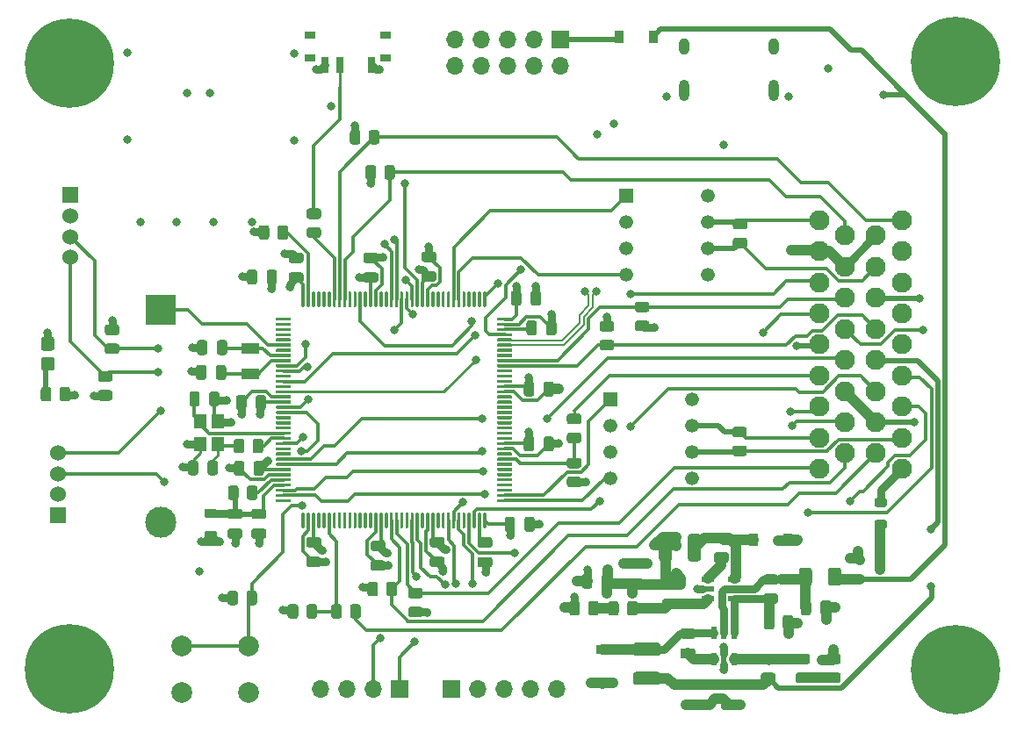
<source format=gbr>
%TF.GenerationSoftware,KiCad,Pcbnew,(5.1.12)-1*%
%TF.CreationDate,2022-03-21T20:12:08+01:00*%
%TF.ProjectId,TelemetryPrimePCB,54656c65-6d65-4747-9279-5072696d6550,rev?*%
%TF.SameCoordinates,Original*%
%TF.FileFunction,Copper,L1,Top*%
%TF.FilePolarity,Positive*%
%FSLAX46Y46*%
G04 Gerber Fmt 4.6, Leading zero omitted, Abs format (unit mm)*
G04 Created by KiCad (PCBNEW (5.1.12)-1) date 2022-03-21 20:12:08*
%MOMM*%
%LPD*%
G01*
G04 APERTURE LIST*
%TA.AperFunction,ComponentPad*%
%ADD10O,1.700000X1.700000*%
%TD*%
%TA.AperFunction,ComponentPad*%
%ADD11R,1.700000X1.700000*%
%TD*%
%TA.AperFunction,ComponentPad*%
%ADD12O,1.000000X1.600000*%
%TD*%
%TA.AperFunction,ComponentPad*%
%ADD13O,1.000000X2.100000*%
%TD*%
%TA.AperFunction,ComponentPad*%
%ADD14C,3.000000*%
%TD*%
%TA.AperFunction,ComponentPad*%
%ADD15R,3.000000X3.000000*%
%TD*%
%TA.AperFunction,ComponentPad*%
%ADD16R,1.338000X1.338000*%
%TD*%
%TA.AperFunction,ComponentPad*%
%ADD17C,1.338000*%
%TD*%
%TA.AperFunction,SMDPad,CuDef*%
%ADD18R,1.800000X1.000000*%
%TD*%
%TA.AperFunction,SMDPad,CuDef*%
%ADD19R,0.600000X1.200000*%
%TD*%
%TA.AperFunction,SMDPad,CuDef*%
%ADD20R,0.900000X1.200000*%
%TD*%
%TA.AperFunction,SMDPad,CuDef*%
%ADD21R,1.200000X0.900000*%
%TD*%
%TA.AperFunction,SMDPad,CuDef*%
%ADD22R,1.200000X1.400000*%
%TD*%
%TA.AperFunction,SMDPad,CuDef*%
%ADD23R,1.200000X0.600000*%
%TD*%
%TA.AperFunction,SMDPad,CuDef*%
%ADD24R,0.700000X1.500000*%
%TD*%
%TA.AperFunction,SMDPad,CuDef*%
%ADD25R,1.000000X0.800000*%
%TD*%
%TA.AperFunction,ComponentPad*%
%ADD26C,2.000000*%
%TD*%
%TA.AperFunction,SMDPad,CuDef*%
%ADD27R,0.900000X0.800000*%
%TD*%
%TA.AperFunction,ComponentPad*%
%ADD28C,1.524000*%
%TD*%
%TA.AperFunction,ComponentPad*%
%ADD29R,1.524000X1.524000*%
%TD*%
%TA.AperFunction,ComponentPad*%
%ADD30C,0.900000*%
%TD*%
%TA.AperFunction,ComponentPad*%
%ADD31C,8.600000*%
%TD*%
%TA.AperFunction,ComponentPad*%
%ADD32C,1.950000*%
%TD*%
%TA.AperFunction,ViaPad*%
%ADD33C,0.800000*%
%TD*%
%TA.AperFunction,Conductor*%
%ADD34C,0.300000*%
%TD*%
%TA.AperFunction,Conductor*%
%ADD35C,0.750000*%
%TD*%
%TA.AperFunction,Conductor*%
%ADD36C,1.000000*%
%TD*%
%TA.AperFunction,Conductor*%
%ADD37C,0.250000*%
%TD*%
%TA.AperFunction,Conductor*%
%ADD38C,0.500000*%
%TD*%
%TA.AperFunction,Conductor*%
%ADD39C,0.200000*%
%TD*%
G04 APERTURE END LIST*
D10*
%TO.P,J8,5*%
%TO.N,+3V3*%
X154160000Y-119600000D03*
%TO.P,J8,4*%
%TO.N,GND*%
X151620000Y-119600000D03*
%TO.P,J8,3*%
%TO.N,SPI_MISO*%
X149080000Y-119600000D03*
%TO.P,J8,2*%
%TO.N,SPI_MOSI*%
X146540000Y-119600000D03*
D11*
%TO.P,J8,1*%
%TO.N,SPI_SCK*%
X144000000Y-119600000D03*
%TD*%
D12*
%TO.P,J7,S1*%
%TO.N,Net-(J7-PadS1)*%
X175020000Y-57700000D03*
X166380000Y-57700000D03*
D13*
X166380000Y-61880000D03*
X175020000Y-61880000D03*
%TD*%
D14*
%TO.P,BT1,2*%
%TO.N,GND*%
X115950000Y-103590000D03*
D15*
%TO.P,BT1,1*%
%TO.N,VBAT*%
X115950000Y-83100000D03*
%TD*%
D16*
%TO.P,U4,1*%
%TO.N,CAN1_TX*%
X160813000Y-72090000D03*
D17*
%TO.P,U4,2*%
%TO.N,GND*%
X160813000Y-74630000D03*
%TO.P,U4,3*%
%TO.N,+5V*%
X160813000Y-77170000D03*
%TO.P,U4,4*%
%TO.N,CAN1_RX*%
X160813000Y-79710000D03*
%TO.P,U4,5*%
%TO.N,Net-(U4-Pad5)*%
X168687000Y-79710000D03*
%TO.P,U4,6*%
%TO.N,CAN1_L*%
X168687000Y-77170000D03*
%TO.P,U4,7*%
%TO.N,CAN1_H*%
X168687000Y-74630000D03*
%TO.P,U4,8*%
%TO.N,GND*%
X168687000Y-72090000D03*
%TD*%
D18*
%TO.P,Y2,1*%
%TO.N,LSE_IN*%
X124600000Y-86750000D03*
%TO.P,Y2,2*%
%TO.N,LSE_OUT*%
X124600000Y-89250000D03*
%TD*%
D19*
%TO.P,U3,1*%
%TO.N,Net-(C28-Pad2)*%
X169300000Y-116750000D03*
%TO.P,U3,2*%
%TO.N,GND*%
X170250000Y-116750000D03*
%TO.P,U3,3*%
%TO.N,Net-(R30-Pad2)*%
X171200000Y-116750000D03*
%TO.P,U3,4*%
%TO.N,EN*%
X171200000Y-114250000D03*
%TO.P,U3,5*%
%TO.N,RP_OUT*%
X170250000Y-114250000D03*
%TO.P,U3,6*%
%TO.N,Net-(C28-Pad1)*%
X169300000Y-114250000D03*
%TD*%
%TO.P,R34,2*%
%TO.N,GND*%
%TA.AperFunction,SMDPad,CuDef*%
G36*
G01*
X106200000Y-91650001D02*
X106200000Y-90749999D01*
G75*
G02*
X106449999Y-90500000I249999J0D01*
G01*
X106975001Y-90500000D01*
G75*
G02*
X107225000Y-90749999I0J-249999D01*
G01*
X107225000Y-91650001D01*
G75*
G02*
X106975001Y-91900000I-249999J0D01*
G01*
X106449999Y-91900000D01*
G75*
G02*
X106200000Y-91650001I0J249999D01*
G01*
G37*
%TD.AperFunction*%
%TO.P,R34,1*%
%TO.N,Net-(D4-Pad1)*%
%TA.AperFunction,SMDPad,CuDef*%
G36*
G01*
X104375000Y-91650001D02*
X104375000Y-90749999D01*
G75*
G02*
X104624999Y-90500000I249999J0D01*
G01*
X105150001Y-90500000D01*
G75*
G02*
X105400000Y-90749999I0J-249999D01*
G01*
X105400000Y-91650001D01*
G75*
G02*
X105150001Y-91900000I-249999J0D01*
G01*
X104624999Y-91900000D01*
G75*
G02*
X104375000Y-91650001I0J249999D01*
G01*
G37*
%TD.AperFunction*%
%TD*%
%TO.P,R33,1*%
%TO.N,EN*%
%TA.AperFunction,SMDPad,CuDef*%
G36*
G01*
X174075000Y-113650001D02*
X174075000Y-112749999D01*
G75*
G02*
X174324999Y-112500000I249999J0D01*
G01*
X174850001Y-112500000D01*
G75*
G02*
X175100000Y-112749999I0J-249999D01*
G01*
X175100000Y-113650001D01*
G75*
G02*
X174850001Y-113900000I-249999J0D01*
G01*
X174324999Y-113900000D01*
G75*
G02*
X174075000Y-113650001I0J249999D01*
G01*
G37*
%TD.AperFunction*%
%TO.P,R33,2*%
%TO.N,GND*%
%TA.AperFunction,SMDPad,CuDef*%
G36*
G01*
X175900000Y-113650001D02*
X175900000Y-112749999D01*
G75*
G02*
X176149999Y-112500000I249999J0D01*
G01*
X176675001Y-112500000D01*
G75*
G02*
X176925000Y-112749999I0J-249999D01*
G01*
X176925000Y-113650001D01*
G75*
G02*
X176675001Y-113900000I-249999J0D01*
G01*
X176149999Y-113900000D01*
G75*
G02*
X175900000Y-113650001I0J249999D01*
G01*
G37*
%TD.AperFunction*%
%TD*%
%TO.P,R32,2*%
%TO.N,GND*%
%TA.AperFunction,SMDPad,CuDef*%
G36*
G01*
X181250001Y-117250000D02*
X180349999Y-117250000D01*
G75*
G02*
X180100000Y-117000001I0J249999D01*
G01*
X180100000Y-116474999D01*
G75*
G02*
X180349999Y-116225000I249999J0D01*
G01*
X181250001Y-116225000D01*
G75*
G02*
X181500000Y-116474999I0J-249999D01*
G01*
X181500000Y-117000001D01*
G75*
G02*
X181250001Y-117250000I-249999J0D01*
G01*
G37*
%TD.AperFunction*%
%TO.P,R32,1*%
%TO.N,Net-(R31-Pad2)*%
%TA.AperFunction,SMDPad,CuDef*%
G36*
G01*
X181250001Y-119075000D02*
X180349999Y-119075000D01*
G75*
G02*
X180100000Y-118825001I0J249999D01*
G01*
X180100000Y-118299999D01*
G75*
G02*
X180349999Y-118050000I249999J0D01*
G01*
X181250001Y-118050000D01*
G75*
G02*
X181500000Y-118299999I0J-249999D01*
G01*
X181500000Y-118825001D01*
G75*
G02*
X181250001Y-119075000I-249999J0D01*
G01*
G37*
%TD.AperFunction*%
%TD*%
%TO.P,R31,1*%
%TO.N,Net-(R30-Pad2)*%
%TA.AperFunction,SMDPad,CuDef*%
G36*
G01*
X177399999Y-116225000D02*
X178300001Y-116225000D01*
G75*
G02*
X178550000Y-116474999I0J-249999D01*
G01*
X178550000Y-117000001D01*
G75*
G02*
X178300001Y-117250000I-249999J0D01*
G01*
X177399999Y-117250000D01*
G75*
G02*
X177150000Y-117000001I0J249999D01*
G01*
X177150000Y-116474999D01*
G75*
G02*
X177399999Y-116225000I249999J0D01*
G01*
G37*
%TD.AperFunction*%
%TO.P,R31,2*%
%TO.N,Net-(R31-Pad2)*%
%TA.AperFunction,SMDPad,CuDef*%
G36*
G01*
X177399999Y-118050000D02*
X178300001Y-118050000D01*
G75*
G02*
X178550000Y-118299999I0J-249999D01*
G01*
X178550000Y-118825001D01*
G75*
G02*
X178300001Y-119075000I-249999J0D01*
G01*
X177399999Y-119075000D01*
G75*
G02*
X177150000Y-118825001I0J249999D01*
G01*
X177150000Y-118299999D01*
G75*
G02*
X177399999Y-118050000I249999J0D01*
G01*
G37*
%TD.AperFunction*%
%TD*%
%TO.P,R30,2*%
%TO.N,Net-(R30-Pad2)*%
%TA.AperFunction,SMDPad,CuDef*%
G36*
G01*
X174950001Y-117250000D02*
X174049999Y-117250000D01*
G75*
G02*
X173800000Y-117000001I0J249999D01*
G01*
X173800000Y-116474999D01*
G75*
G02*
X174049999Y-116225000I249999J0D01*
G01*
X174950001Y-116225000D01*
G75*
G02*
X175200000Y-116474999I0J-249999D01*
G01*
X175200000Y-117000001D01*
G75*
G02*
X174950001Y-117250000I-249999J0D01*
G01*
G37*
%TD.AperFunction*%
%TO.P,R30,1*%
%TO.N,+8V*%
%TA.AperFunction,SMDPad,CuDef*%
G36*
G01*
X174950001Y-119075000D02*
X174049999Y-119075000D01*
G75*
G02*
X173800000Y-118825001I0J249999D01*
G01*
X173800000Y-118299999D01*
G75*
G02*
X174049999Y-118050000I249999J0D01*
G01*
X174950001Y-118050000D01*
G75*
G02*
X175200000Y-118299999I0J-249999D01*
G01*
X175200000Y-118825001D01*
G75*
G02*
X174950001Y-119075000I-249999J0D01*
G01*
G37*
%TD.AperFunction*%
%TD*%
%TO.P,L2,1*%
%TO.N,Net-(C28-Pad1)*%
%TA.AperFunction,SMDPad,CuDef*%
G36*
G01*
X161725000Y-115175000D02*
X163875000Y-115175000D01*
G75*
G02*
X164125000Y-115425000I0J-250000D01*
G01*
X164125000Y-116175000D01*
G75*
G02*
X163875000Y-116425000I-250000J0D01*
G01*
X161725000Y-116425000D01*
G75*
G02*
X161475000Y-116175000I0J250000D01*
G01*
X161475000Y-115425000D01*
G75*
G02*
X161725000Y-115175000I250000J0D01*
G01*
G37*
%TD.AperFunction*%
%TO.P,L2,2*%
%TO.N,+8V*%
%TA.AperFunction,SMDPad,CuDef*%
G36*
G01*
X161725000Y-117975000D02*
X163875000Y-117975000D01*
G75*
G02*
X164125000Y-118225000I0J-250000D01*
G01*
X164125000Y-118975000D01*
G75*
G02*
X163875000Y-119225000I-250000J0D01*
G01*
X161725000Y-119225000D01*
G75*
G02*
X161475000Y-118975000I0J250000D01*
G01*
X161475000Y-118225000D01*
G75*
G02*
X161725000Y-117975000I250000J0D01*
G01*
G37*
%TD.AperFunction*%
%TD*%
D11*
%TO.P,J5,1*%
%TO.N,UART7_TX*%
X139000000Y-119600000D03*
D10*
%TO.P,J5,2*%
%TO.N,UART7_RX*%
X136460000Y-119600000D03*
%TO.P,J5,3*%
%TO.N,GND*%
X133920000Y-119600000D03*
%TO.P,J5,4*%
%TO.N,+3V3*%
X131380000Y-119600000D03*
%TD*%
D11*
%TO.P,J2,1*%
%TO.N,5V_STLink*%
X154500000Y-57000000D03*
D10*
%TO.P,J2,2*%
%TO.N,SWDIO*%
X154500000Y-59540000D03*
%TO.P,J2,3*%
%TO.N,GND*%
X151960000Y-57000000D03*
%TO.P,J2,4*%
%TO.N,SWCLK*%
X151960000Y-59540000D03*
%TO.P,J2,5*%
%TO.N,GND*%
X149420000Y-57000000D03*
%TO.P,J2,6*%
%TO.N,SWO*%
X149420000Y-59540000D03*
%TO.P,J2,7*%
%TO.N,Net-(J2-Pad7)*%
X146880000Y-57000000D03*
%TO.P,J2,8*%
%TO.N,Net-(J2-Pad8)*%
X146880000Y-59540000D03*
%TO.P,J2,9*%
%TO.N,GND*%
X144340000Y-57000000D03*
%TO.P,J2,10*%
%TO.N,NRST*%
X144340000Y-59540000D03*
%TD*%
%TO.P,D4,1*%
%TO.N,Net-(D4-Pad1)*%
%TA.AperFunction,SMDPad,CuDef*%
G36*
G01*
X105450000Y-88925000D02*
X104650000Y-88925000D01*
G75*
G02*
X104400000Y-88675000I0J250000D01*
G01*
X104400000Y-87850000D01*
G75*
G02*
X104650000Y-87600000I250000J0D01*
G01*
X105450000Y-87600000D01*
G75*
G02*
X105700000Y-87850000I0J-250000D01*
G01*
X105700000Y-88675000D01*
G75*
G02*
X105450000Y-88925000I-250000J0D01*
G01*
G37*
%TD.AperFunction*%
%TO.P,D4,2*%
%TO.N,+3V3*%
%TA.AperFunction,SMDPad,CuDef*%
G36*
G01*
X105450000Y-87000000D02*
X104650000Y-87000000D01*
G75*
G02*
X104400000Y-86750000I0J250000D01*
G01*
X104400000Y-85925000D01*
G75*
G02*
X104650000Y-85675000I250000J0D01*
G01*
X105450000Y-85675000D01*
G75*
G02*
X105700000Y-85925000I0J-250000D01*
G01*
X105700000Y-86750000D01*
G75*
G02*
X105450000Y-87000000I-250000J0D01*
G01*
G37*
%TD.AperFunction*%
%TD*%
D20*
%TO.P,D3,1*%
%TO.N,Net-(D3-Pad1)*%
X163400000Y-56750000D03*
%TO.P,D3,2*%
%TO.N,5V_STLink*%
X160100000Y-56750000D03*
%TD*%
D21*
%TO.P,D2,2*%
%TO.N,GND*%
X158500000Y-119100000D03*
%TO.P,D2,1*%
%TO.N,Net-(C28-Pad1)*%
X158500000Y-115800000D03*
%TD*%
%TO.P,C30,2*%
%TO.N,+8V*%
%TA.AperFunction,SMDPad,CuDef*%
G36*
G01*
X171175000Y-119750000D02*
X170225000Y-119750000D01*
G75*
G02*
X169975000Y-119500000I0J250000D01*
G01*
X169975000Y-119000000D01*
G75*
G02*
X170225000Y-118750000I250000J0D01*
G01*
X171175000Y-118750000D01*
G75*
G02*
X171425000Y-119000000I0J-250000D01*
G01*
X171425000Y-119500000D01*
G75*
G02*
X171175000Y-119750000I-250000J0D01*
G01*
G37*
%TD.AperFunction*%
%TO.P,C30,1*%
%TO.N,GND*%
%TA.AperFunction,SMDPad,CuDef*%
G36*
G01*
X171175000Y-121650000D02*
X170225000Y-121650000D01*
G75*
G02*
X169975000Y-121400000I0J250000D01*
G01*
X169975000Y-120900000D01*
G75*
G02*
X170225000Y-120650000I250000J0D01*
G01*
X171175000Y-120650000D01*
G75*
G02*
X171425000Y-120900000I0J-250000D01*
G01*
X171425000Y-121400000D01*
G75*
G02*
X171175000Y-121650000I-250000J0D01*
G01*
G37*
%TD.AperFunction*%
%TD*%
%TO.P,C29,1*%
%TO.N,GND*%
%TA.AperFunction,SMDPad,CuDef*%
G36*
G01*
X168175000Y-121650000D02*
X167225000Y-121650000D01*
G75*
G02*
X166975000Y-121400000I0J250000D01*
G01*
X166975000Y-120900000D01*
G75*
G02*
X167225000Y-120650000I250000J0D01*
G01*
X168175000Y-120650000D01*
G75*
G02*
X168425000Y-120900000I0J-250000D01*
G01*
X168425000Y-121400000D01*
G75*
G02*
X168175000Y-121650000I-250000J0D01*
G01*
G37*
%TD.AperFunction*%
%TO.P,C29,2*%
%TO.N,+8V*%
%TA.AperFunction,SMDPad,CuDef*%
G36*
G01*
X168175000Y-119750000D02*
X167225000Y-119750000D01*
G75*
G02*
X166975000Y-119500000I0J250000D01*
G01*
X166975000Y-119000000D01*
G75*
G02*
X167225000Y-118750000I250000J0D01*
G01*
X168175000Y-118750000D01*
G75*
G02*
X168425000Y-119000000I0J-250000D01*
G01*
X168425000Y-119500000D01*
G75*
G02*
X168175000Y-119750000I-250000J0D01*
G01*
G37*
%TD.AperFunction*%
%TD*%
%TO.P,C28,2*%
%TO.N,Net-(C28-Pad2)*%
%TA.AperFunction,SMDPad,CuDef*%
G36*
G01*
X166275000Y-115700000D02*
X167225000Y-115700000D01*
G75*
G02*
X167475000Y-115950000I0J-250000D01*
G01*
X167475000Y-116450000D01*
G75*
G02*
X167225000Y-116700000I-250000J0D01*
G01*
X166275000Y-116700000D01*
G75*
G02*
X166025000Y-116450000I0J250000D01*
G01*
X166025000Y-115950000D01*
G75*
G02*
X166275000Y-115700000I250000J0D01*
G01*
G37*
%TD.AperFunction*%
%TO.P,C28,1*%
%TO.N,Net-(C28-Pad1)*%
%TA.AperFunction,SMDPad,CuDef*%
G36*
G01*
X166275000Y-113800000D02*
X167225000Y-113800000D01*
G75*
G02*
X167475000Y-114050000I0J-250000D01*
G01*
X167475000Y-114550000D01*
G75*
G02*
X167225000Y-114800000I-250000J0D01*
G01*
X166275000Y-114800000D01*
G75*
G02*
X166025000Y-114550000I0J250000D01*
G01*
X166025000Y-114050000D01*
G75*
G02*
X166275000Y-113800000I250000J0D01*
G01*
G37*
%TD.AperFunction*%
%TD*%
%TO.P,C27,1*%
%TO.N,LSE_OUT*%
%TA.AperFunction,SMDPad,CuDef*%
G36*
G01*
X122250000Y-88625000D02*
X122250000Y-89575000D01*
G75*
G02*
X122000000Y-89825000I-250000J0D01*
G01*
X121500000Y-89825000D01*
G75*
G02*
X121250000Y-89575000I0J250000D01*
G01*
X121250000Y-88625000D01*
G75*
G02*
X121500000Y-88375000I250000J0D01*
G01*
X122000000Y-88375000D01*
G75*
G02*
X122250000Y-88625000I0J-250000D01*
G01*
G37*
%TD.AperFunction*%
%TO.P,C27,2*%
%TO.N,GND*%
%TA.AperFunction,SMDPad,CuDef*%
G36*
G01*
X120350000Y-88625000D02*
X120350000Y-89575000D01*
G75*
G02*
X120100000Y-89825000I-250000J0D01*
G01*
X119600000Y-89825000D01*
G75*
G02*
X119350000Y-89575000I0J250000D01*
G01*
X119350000Y-88625000D01*
G75*
G02*
X119600000Y-88375000I250000J0D01*
G01*
X120100000Y-88375000D01*
G75*
G02*
X120350000Y-88625000I0J-250000D01*
G01*
G37*
%TD.AperFunction*%
%TD*%
%TO.P,C26,2*%
%TO.N,GND*%
%TA.AperFunction,SMDPad,CuDef*%
G36*
G01*
X120450000Y-86225000D02*
X120450000Y-87175000D01*
G75*
G02*
X120200000Y-87425000I-250000J0D01*
G01*
X119700000Y-87425000D01*
G75*
G02*
X119450000Y-87175000I0J250000D01*
G01*
X119450000Y-86225000D01*
G75*
G02*
X119700000Y-85975000I250000J0D01*
G01*
X120200000Y-85975000D01*
G75*
G02*
X120450000Y-86225000I0J-250000D01*
G01*
G37*
%TD.AperFunction*%
%TO.P,C26,1*%
%TO.N,LSE_IN*%
%TA.AperFunction,SMDPad,CuDef*%
G36*
G01*
X122350000Y-86225000D02*
X122350000Y-87175000D01*
G75*
G02*
X122100000Y-87425000I-250000J0D01*
G01*
X121600000Y-87425000D01*
G75*
G02*
X121350000Y-87175000I0J250000D01*
G01*
X121350000Y-86225000D01*
G75*
G02*
X121600000Y-85975000I250000J0D01*
G01*
X122100000Y-85975000D01*
G75*
G02*
X122350000Y-86225000I0J-250000D01*
G01*
G37*
%TD.AperFunction*%
%TD*%
%TO.P,R28,1*%
%TO.N,+3.3VA*%
%TA.AperFunction,SMDPad,CuDef*%
G36*
G01*
X122425000Y-101150001D02*
X122425000Y-100249999D01*
G75*
G02*
X122674999Y-100000000I249999J0D01*
G01*
X123200001Y-100000000D01*
G75*
G02*
X123450000Y-100249999I0J-249999D01*
G01*
X123450000Y-101150001D01*
G75*
G02*
X123200001Y-101400000I-249999J0D01*
G01*
X122674999Y-101400000D01*
G75*
G02*
X122425000Y-101150001I0J249999D01*
G01*
G37*
%TD.AperFunction*%
%TO.P,R28,2*%
%TO.N,VREFP*%
%TA.AperFunction,SMDPad,CuDef*%
G36*
G01*
X124250000Y-101150001D02*
X124250000Y-100249999D01*
G75*
G02*
X124499999Y-100000000I249999J0D01*
G01*
X125025001Y-100000000D01*
G75*
G02*
X125275000Y-100249999I0J-249999D01*
G01*
X125275000Y-101150001D01*
G75*
G02*
X125025001Y-101400000I-249999J0D01*
G01*
X124499999Y-101400000D01*
G75*
G02*
X124250000Y-101150001I0J249999D01*
G01*
G37*
%TD.AperFunction*%
%TD*%
%TO.P,R22,2*%
%TO.N,I2C2_SDA*%
%TA.AperFunction,SMDPad,CuDef*%
G36*
G01*
X110799999Y-86300000D02*
X111700001Y-86300000D01*
G75*
G02*
X111950000Y-86549999I0J-249999D01*
G01*
X111950000Y-87075001D01*
G75*
G02*
X111700001Y-87325000I-249999J0D01*
G01*
X110799999Y-87325000D01*
G75*
G02*
X110550000Y-87075001I0J249999D01*
G01*
X110550000Y-86549999D01*
G75*
G02*
X110799999Y-86300000I249999J0D01*
G01*
G37*
%TD.AperFunction*%
%TO.P,R22,1*%
%TO.N,+3V3*%
%TA.AperFunction,SMDPad,CuDef*%
G36*
G01*
X110799999Y-84475000D02*
X111700001Y-84475000D01*
G75*
G02*
X111950000Y-84724999I0J-249999D01*
G01*
X111950000Y-85250001D01*
G75*
G02*
X111700001Y-85500000I-249999J0D01*
G01*
X110799999Y-85500000D01*
G75*
G02*
X110550000Y-85250001I0J249999D01*
G01*
X110550000Y-84724999D01*
G75*
G02*
X110799999Y-84475000I249999J0D01*
G01*
G37*
%TD.AperFunction*%
%TD*%
%TO.P,R21,1*%
%TO.N,I2C2_CLK*%
%TA.AperFunction,SMDPad,CuDef*%
G36*
G01*
X110149999Y-88975000D02*
X111050001Y-88975000D01*
G75*
G02*
X111300000Y-89224999I0J-249999D01*
G01*
X111300000Y-89750001D01*
G75*
G02*
X111050001Y-90000000I-249999J0D01*
G01*
X110149999Y-90000000D01*
G75*
G02*
X109900000Y-89750001I0J249999D01*
G01*
X109900000Y-89224999D01*
G75*
G02*
X110149999Y-88975000I249999J0D01*
G01*
G37*
%TD.AperFunction*%
%TO.P,R21,2*%
%TO.N,+3V3*%
%TA.AperFunction,SMDPad,CuDef*%
G36*
G01*
X110149999Y-90800000D02*
X111050001Y-90800000D01*
G75*
G02*
X111300000Y-91049999I0J-249999D01*
G01*
X111300000Y-91575001D01*
G75*
G02*
X111050001Y-91825000I-249999J0D01*
G01*
X110149999Y-91825000D01*
G75*
G02*
X109900000Y-91575001I0J249999D01*
G01*
X109900000Y-91049999D01*
G75*
G02*
X110149999Y-90800000I249999J0D01*
G01*
G37*
%TD.AperFunction*%
%TD*%
%TO.P,R19,1*%
%TO.N,I2C3_CLK*%
%TA.AperFunction,SMDPad,CuDef*%
G36*
G01*
X161899999Y-82275000D02*
X162800001Y-82275000D01*
G75*
G02*
X163050000Y-82524999I0J-249999D01*
G01*
X163050000Y-83050001D01*
G75*
G02*
X162800001Y-83300000I-249999J0D01*
G01*
X161899999Y-83300000D01*
G75*
G02*
X161650000Y-83050001I0J249999D01*
G01*
X161650000Y-82524999D01*
G75*
G02*
X161899999Y-82275000I249999J0D01*
G01*
G37*
%TD.AperFunction*%
%TO.P,R19,2*%
%TO.N,+3V3*%
%TA.AperFunction,SMDPad,CuDef*%
G36*
G01*
X161899999Y-84100000D02*
X162800001Y-84100000D01*
G75*
G02*
X163050000Y-84349999I0J-249999D01*
G01*
X163050000Y-84875001D01*
G75*
G02*
X162800001Y-85125000I-249999J0D01*
G01*
X161899999Y-85125000D01*
G75*
G02*
X161650000Y-84875001I0J249999D01*
G01*
X161650000Y-84349999D01*
G75*
G02*
X161899999Y-84100000I249999J0D01*
G01*
G37*
%TD.AperFunction*%
%TD*%
%TO.P,R18,2*%
%TO.N,I2C4_SDA*%
%TA.AperFunction,SMDPad,CuDef*%
G36*
G01*
X140950001Y-110900000D02*
X140049999Y-110900000D01*
G75*
G02*
X139800000Y-110650001I0J249999D01*
G01*
X139800000Y-110124999D01*
G75*
G02*
X140049999Y-109875000I249999J0D01*
G01*
X140950001Y-109875000D01*
G75*
G02*
X141200000Y-110124999I0J-249999D01*
G01*
X141200000Y-110650001D01*
G75*
G02*
X140950001Y-110900000I-249999J0D01*
G01*
G37*
%TD.AperFunction*%
%TO.P,R18,1*%
%TO.N,+3V3*%
%TA.AperFunction,SMDPad,CuDef*%
G36*
G01*
X140950001Y-112725000D02*
X140049999Y-112725000D01*
G75*
G02*
X139800000Y-112475001I0J249999D01*
G01*
X139800000Y-111949999D01*
G75*
G02*
X140049999Y-111700000I249999J0D01*
G01*
X140950001Y-111700000D01*
G75*
G02*
X141200000Y-111949999I0J-249999D01*
G01*
X141200000Y-112475001D01*
G75*
G02*
X140950001Y-112725000I-249999J0D01*
G01*
G37*
%TD.AperFunction*%
%TD*%
%TO.P,R17,1*%
%TO.N,I2C4_CLK*%
%TA.AperFunction,SMDPad,CuDef*%
G36*
G01*
X138712500Y-109549999D02*
X138712500Y-110450001D01*
G75*
G02*
X138462501Y-110700000I-249999J0D01*
G01*
X137937499Y-110700000D01*
G75*
G02*
X137687500Y-110450001I0J249999D01*
G01*
X137687500Y-109549999D01*
G75*
G02*
X137937499Y-109300000I249999J0D01*
G01*
X138462501Y-109300000D01*
G75*
G02*
X138712500Y-109549999I0J-249999D01*
G01*
G37*
%TD.AperFunction*%
%TO.P,R17,2*%
%TO.N,+3V3*%
%TA.AperFunction,SMDPad,CuDef*%
G36*
G01*
X136887500Y-109549999D02*
X136887500Y-110450001D01*
G75*
G02*
X136637501Y-110700000I-249999J0D01*
G01*
X136112499Y-110700000D01*
G75*
G02*
X135862500Y-110450001I0J249999D01*
G01*
X135862500Y-109549999D01*
G75*
G02*
X136112499Y-109300000I249999J0D01*
G01*
X136637501Y-109300000D01*
G75*
G02*
X136887500Y-109549999I0J-249999D01*
G01*
G37*
%TD.AperFunction*%
%TD*%
%TO.P,R16,2*%
%TO.N,I2C1_SDA*%
%TA.AperFunction,SMDPad,CuDef*%
G36*
G01*
X136000000Y-66850001D02*
X136000000Y-65949999D01*
G75*
G02*
X136249999Y-65700000I249999J0D01*
G01*
X136775001Y-65700000D01*
G75*
G02*
X137025000Y-65949999I0J-249999D01*
G01*
X137025000Y-66850001D01*
G75*
G02*
X136775001Y-67100000I-249999J0D01*
G01*
X136249999Y-67100000D01*
G75*
G02*
X136000000Y-66850001I0J249999D01*
G01*
G37*
%TD.AperFunction*%
%TO.P,R16,1*%
%TO.N,+3V3*%
%TA.AperFunction,SMDPad,CuDef*%
G36*
G01*
X134175000Y-66850001D02*
X134175000Y-65949999D01*
G75*
G02*
X134424999Y-65700000I249999J0D01*
G01*
X134950001Y-65700000D01*
G75*
G02*
X135200000Y-65949999I0J-249999D01*
G01*
X135200000Y-66850001D01*
G75*
G02*
X134950001Y-67100000I-249999J0D01*
G01*
X134424999Y-67100000D01*
G75*
G02*
X134175000Y-66850001I0J249999D01*
G01*
G37*
%TD.AperFunction*%
%TD*%
%TO.P,R15,1*%
%TO.N,I2C1_CLK*%
%TA.AperFunction,SMDPad,CuDef*%
G36*
G01*
X138525000Y-69349999D02*
X138525000Y-70250001D01*
G75*
G02*
X138275001Y-70500000I-249999J0D01*
G01*
X137749999Y-70500000D01*
G75*
G02*
X137500000Y-70250001I0J249999D01*
G01*
X137500000Y-69349999D01*
G75*
G02*
X137749999Y-69100000I249999J0D01*
G01*
X138275001Y-69100000D01*
G75*
G02*
X138525000Y-69349999I0J-249999D01*
G01*
G37*
%TD.AperFunction*%
%TO.P,R15,2*%
%TO.N,+3V3*%
%TA.AperFunction,SMDPad,CuDef*%
G36*
G01*
X136700000Y-69349999D02*
X136700000Y-70250001D01*
G75*
G02*
X136450001Y-70500000I-249999J0D01*
G01*
X135924999Y-70500000D01*
G75*
G02*
X135675000Y-70250001I0J249999D01*
G01*
X135675000Y-69349999D01*
G75*
G02*
X135924999Y-69100000I249999J0D01*
G01*
X136450001Y-69100000D01*
G75*
G02*
X136700000Y-69349999I0J-249999D01*
G01*
G37*
%TD.AperFunction*%
%TD*%
%TO.P,R14,2*%
%TO.N,GND*%
%TA.AperFunction,SMDPad,CuDef*%
G36*
G01*
X156350000Y-111399999D02*
X156350000Y-112300001D01*
G75*
G02*
X156100001Y-112550000I-249999J0D01*
G01*
X155574999Y-112550000D01*
G75*
G02*
X155325000Y-112300001I0J249999D01*
G01*
X155325000Y-111399999D01*
G75*
G02*
X155574999Y-111150000I249999J0D01*
G01*
X156100001Y-111150000D01*
G75*
G02*
X156350000Y-111399999I0J-249999D01*
G01*
G37*
%TD.AperFunction*%
%TO.P,R14,1*%
%TO.N,Net-(R13-Pad2)*%
%TA.AperFunction,SMDPad,CuDef*%
G36*
G01*
X158175000Y-111399999D02*
X158175000Y-112300001D01*
G75*
G02*
X157925001Y-112550000I-249999J0D01*
G01*
X157399999Y-112550000D01*
G75*
G02*
X157150000Y-112300001I0J249999D01*
G01*
X157150000Y-111399999D01*
G75*
G02*
X157399999Y-111150000I249999J0D01*
G01*
X157925001Y-111150000D01*
G75*
G02*
X158175000Y-111399999I0J-249999D01*
G01*
G37*
%TD.AperFunction*%
%TD*%
%TO.P,R13,1*%
%TO.N,Net-(R12-Pad2)*%
%TA.AperFunction,SMDPad,CuDef*%
G36*
G01*
X161925000Y-111399999D02*
X161925000Y-112300001D01*
G75*
G02*
X161675001Y-112550000I-249999J0D01*
G01*
X161149999Y-112550000D01*
G75*
G02*
X160900000Y-112300001I0J249999D01*
G01*
X160900000Y-111399999D01*
G75*
G02*
X161149999Y-111150000I249999J0D01*
G01*
X161675001Y-111150000D01*
G75*
G02*
X161925000Y-111399999I0J-249999D01*
G01*
G37*
%TD.AperFunction*%
%TO.P,R13,2*%
%TO.N,Net-(R13-Pad2)*%
%TA.AperFunction,SMDPad,CuDef*%
G36*
G01*
X160100000Y-111399999D02*
X160100000Y-112300001D01*
G75*
G02*
X159850001Y-112550000I-249999J0D01*
G01*
X159324999Y-112550000D01*
G75*
G02*
X159075000Y-112300001I0J249999D01*
G01*
X159075000Y-111399999D01*
G75*
G02*
X159324999Y-111150000I249999J0D01*
G01*
X159850001Y-111150000D01*
G75*
G02*
X160100000Y-111399999I0J-249999D01*
G01*
G37*
%TD.AperFunction*%
%TD*%
%TO.P,R12,2*%
%TO.N,Net-(R12-Pad2)*%
%TA.AperFunction,SMDPad,CuDef*%
G36*
G01*
X164549999Y-110900000D02*
X165450001Y-110900000D01*
G75*
G02*
X165700000Y-111149999I0J-249999D01*
G01*
X165700000Y-111675001D01*
G75*
G02*
X165450001Y-111925000I-249999J0D01*
G01*
X164549999Y-111925000D01*
G75*
G02*
X164300000Y-111675001I0J249999D01*
G01*
X164300000Y-111149999D01*
G75*
G02*
X164549999Y-110900000I249999J0D01*
G01*
G37*
%TD.AperFunction*%
%TO.P,R12,1*%
%TO.N,+3V3*%
%TA.AperFunction,SMDPad,CuDef*%
G36*
G01*
X164549999Y-109075000D02*
X165450001Y-109075000D01*
G75*
G02*
X165700000Y-109324999I0J-249999D01*
G01*
X165700000Y-109850001D01*
G75*
G02*
X165450001Y-110100000I-249999J0D01*
G01*
X164549999Y-110100000D01*
G75*
G02*
X164300000Y-109850001I0J249999D01*
G01*
X164300000Y-109324999D01*
G75*
G02*
X164549999Y-109075000I249999J0D01*
G01*
G37*
%TD.AperFunction*%
%TD*%
%TO.P,R11,1*%
%TO.N,RP_OUT*%
%TA.AperFunction,SMDPad,CuDef*%
G36*
G01*
X174299999Y-108575000D02*
X175200001Y-108575000D01*
G75*
G02*
X175450000Y-108824999I0J-249999D01*
G01*
X175450000Y-109350001D01*
G75*
G02*
X175200001Y-109600000I-249999J0D01*
G01*
X174299999Y-109600000D01*
G75*
G02*
X174050000Y-109350001I0J249999D01*
G01*
X174050000Y-108824999D01*
G75*
G02*
X174299999Y-108575000I249999J0D01*
G01*
G37*
%TD.AperFunction*%
%TO.P,R11,2*%
%TO.N,EN*%
%TA.AperFunction,SMDPad,CuDef*%
G36*
G01*
X174299999Y-110400000D02*
X175200001Y-110400000D01*
G75*
G02*
X175450000Y-110649999I0J-249999D01*
G01*
X175450000Y-111175001D01*
G75*
G02*
X175200001Y-111425000I-249999J0D01*
G01*
X174299999Y-111425000D01*
G75*
G02*
X174050000Y-111175001I0J249999D01*
G01*
X174050000Y-110649999D01*
G75*
G02*
X174299999Y-110400000I249999J0D01*
G01*
G37*
%TD.AperFunction*%
%TD*%
%TO.P,R10,1*%
%TO.N,CAN2_H*%
%TA.AperFunction,SMDPad,CuDef*%
G36*
G01*
X171299999Y-94325000D02*
X172200001Y-94325000D01*
G75*
G02*
X172450000Y-94574999I0J-249999D01*
G01*
X172450000Y-95100001D01*
G75*
G02*
X172200001Y-95350000I-249999J0D01*
G01*
X171299999Y-95350000D01*
G75*
G02*
X171050000Y-95100001I0J249999D01*
G01*
X171050000Y-94574999D01*
G75*
G02*
X171299999Y-94325000I249999J0D01*
G01*
G37*
%TD.AperFunction*%
%TO.P,R10,2*%
%TO.N,CAN2_L*%
%TA.AperFunction,SMDPad,CuDef*%
G36*
G01*
X171299999Y-96150000D02*
X172200001Y-96150000D01*
G75*
G02*
X172450000Y-96399999I0J-249999D01*
G01*
X172450000Y-96925001D01*
G75*
G02*
X172200001Y-97175000I-249999J0D01*
G01*
X171299999Y-97175000D01*
G75*
G02*
X171050000Y-96925001I0J249999D01*
G01*
X171050000Y-96399999D01*
G75*
G02*
X171299999Y-96150000I249999J0D01*
G01*
G37*
%TD.AperFunction*%
%TD*%
%TO.P,R9,1*%
%TO.N,CAN1_H*%
%TA.AperFunction,SMDPad,CuDef*%
G36*
G01*
X171349999Y-74275000D02*
X172250001Y-74275000D01*
G75*
G02*
X172500000Y-74524999I0J-249999D01*
G01*
X172500000Y-75050001D01*
G75*
G02*
X172250001Y-75300000I-249999J0D01*
G01*
X171349999Y-75300000D01*
G75*
G02*
X171100000Y-75050001I0J249999D01*
G01*
X171100000Y-74524999D01*
G75*
G02*
X171349999Y-74275000I249999J0D01*
G01*
G37*
%TD.AperFunction*%
%TO.P,R9,2*%
%TO.N,CAN1_L*%
%TA.AperFunction,SMDPad,CuDef*%
G36*
G01*
X171349999Y-76100000D02*
X172250001Y-76100000D01*
G75*
G02*
X172500000Y-76349999I0J-249999D01*
G01*
X172500000Y-76875001D01*
G75*
G02*
X172250001Y-77125000I-249999J0D01*
G01*
X171349999Y-77125000D01*
G75*
G02*
X171100000Y-76875001I0J249999D01*
G01*
X171100000Y-76349999D01*
G75*
G02*
X171349999Y-76100000I249999J0D01*
G01*
G37*
%TD.AperFunction*%
%TD*%
%TO.P,R8,2*%
%TO.N,GND*%
%TA.AperFunction,SMDPad,CuDef*%
G36*
G01*
X155349999Y-99150000D02*
X156250001Y-99150000D01*
G75*
G02*
X156500000Y-99399999I0J-249999D01*
G01*
X156500000Y-99925001D01*
G75*
G02*
X156250001Y-100175000I-249999J0D01*
G01*
X155349999Y-100175000D01*
G75*
G02*
X155100000Y-99925001I0J249999D01*
G01*
X155100000Y-99399999D01*
G75*
G02*
X155349999Y-99150000I249999J0D01*
G01*
G37*
%TD.AperFunction*%
%TO.P,R8,1*%
%TO.N,VSS1IN*%
%TA.AperFunction,SMDPad,CuDef*%
G36*
G01*
X155349999Y-97325000D02*
X156250001Y-97325000D01*
G75*
G02*
X156500000Y-97574999I0J-249999D01*
G01*
X156500000Y-98100001D01*
G75*
G02*
X156250001Y-98350000I-249999J0D01*
G01*
X155349999Y-98350000D01*
G75*
G02*
X155100000Y-98100001I0J249999D01*
G01*
X155100000Y-97574999D01*
G75*
G02*
X155349999Y-97325000I249999J0D01*
G01*
G37*
%TD.AperFunction*%
%TD*%
%TO.P,R7,1*%
%TO.N,VSS1IN*%
%TA.AperFunction,SMDPad,CuDef*%
G36*
G01*
X156250001Y-95925000D02*
X155349999Y-95925000D01*
G75*
G02*
X155100000Y-95675001I0J249999D01*
G01*
X155100000Y-95149999D01*
G75*
G02*
X155349999Y-94900000I249999J0D01*
G01*
X156250001Y-94900000D01*
G75*
G02*
X156500000Y-95149999I0J-249999D01*
G01*
X156500000Y-95675001D01*
G75*
G02*
X156250001Y-95925000I-249999J0D01*
G01*
G37*
%TD.AperFunction*%
%TO.P,R7,2*%
%TO.N,VSS1*%
%TA.AperFunction,SMDPad,CuDef*%
G36*
G01*
X156250001Y-94100000D02*
X155349999Y-94100000D01*
G75*
G02*
X155100000Y-93850001I0J249999D01*
G01*
X155100000Y-93324999D01*
G75*
G02*
X155349999Y-93075000I249999J0D01*
G01*
X156250001Y-93075000D01*
G75*
G02*
X156500000Y-93324999I0J-249999D01*
G01*
X156500000Y-93850001D01*
G75*
G02*
X156250001Y-94100000I-249999J0D01*
G01*
G37*
%TD.AperFunction*%
%TD*%
%TO.P,R6,1*%
%TO.N,VSS2IN*%
%TA.AperFunction,SMDPad,CuDef*%
G36*
G01*
X131025000Y-111699999D02*
X131025000Y-112600001D01*
G75*
G02*
X130775001Y-112850000I-249999J0D01*
G01*
X130249999Y-112850000D01*
G75*
G02*
X130000000Y-112600001I0J249999D01*
G01*
X130000000Y-111699999D01*
G75*
G02*
X130249999Y-111450000I249999J0D01*
G01*
X130775001Y-111450000D01*
G75*
G02*
X131025000Y-111699999I0J-249999D01*
G01*
G37*
%TD.AperFunction*%
%TO.P,R6,2*%
%TO.N,GND*%
%TA.AperFunction,SMDPad,CuDef*%
G36*
G01*
X129200000Y-111699999D02*
X129200000Y-112600001D01*
G75*
G02*
X128950001Y-112850000I-249999J0D01*
G01*
X128424999Y-112850000D01*
G75*
G02*
X128175000Y-112600001I0J249999D01*
G01*
X128175000Y-111699999D01*
G75*
G02*
X128424999Y-111450000I249999J0D01*
G01*
X128950001Y-111450000D01*
G75*
G02*
X129200000Y-111699999I0J-249999D01*
G01*
G37*
%TD.AperFunction*%
%TD*%
%TO.P,R5,1*%
%TO.N,VSS2*%
%TA.AperFunction,SMDPad,CuDef*%
G36*
G01*
X135225000Y-111699999D02*
X135225000Y-112600001D01*
G75*
G02*
X134975001Y-112850000I-249999J0D01*
G01*
X134449999Y-112850000D01*
G75*
G02*
X134200000Y-112600001I0J249999D01*
G01*
X134200000Y-111699999D01*
G75*
G02*
X134449999Y-111450000I249999J0D01*
G01*
X134975001Y-111450000D01*
G75*
G02*
X135225000Y-111699999I0J-249999D01*
G01*
G37*
%TD.AperFunction*%
%TO.P,R5,2*%
%TO.N,VSS2IN*%
%TA.AperFunction,SMDPad,CuDef*%
G36*
G01*
X133400000Y-111699999D02*
X133400000Y-112600001D01*
G75*
G02*
X133150001Y-112850000I-249999J0D01*
G01*
X132624999Y-112850000D01*
G75*
G02*
X132375000Y-112600001I0J249999D01*
G01*
X132375000Y-111699999D01*
G75*
G02*
X132624999Y-111450000I249999J0D01*
G01*
X133150001Y-111450000D01*
G75*
G02*
X133400000Y-111699999I0J-249999D01*
G01*
G37*
%TD.AperFunction*%
%TD*%
%TO.P,R4,1*%
%TO.N,HSE_OUT*%
%TA.AperFunction,SMDPad,CuDef*%
G36*
G01*
X125825000Y-95749999D02*
X125825000Y-96650001D01*
G75*
G02*
X125575001Y-96900000I-249999J0D01*
G01*
X125049999Y-96900000D01*
G75*
G02*
X124800000Y-96650001I0J249999D01*
G01*
X124800000Y-95749999D01*
G75*
G02*
X125049999Y-95500000I249999J0D01*
G01*
X125575001Y-95500000D01*
G75*
G02*
X125825000Y-95749999I0J-249999D01*
G01*
G37*
%TD.AperFunction*%
%TO.P,R4,2*%
%TO.N,Net-(C19-Pad1)*%
%TA.AperFunction,SMDPad,CuDef*%
G36*
G01*
X124000000Y-95749999D02*
X124000000Y-96650001D01*
G75*
G02*
X123750001Y-96900000I-249999J0D01*
G01*
X123224999Y-96900000D01*
G75*
G02*
X122975000Y-96650001I0J249999D01*
G01*
X122975000Y-95749999D01*
G75*
G02*
X123224999Y-95500000I249999J0D01*
G01*
X123750001Y-95500000D01*
G75*
G02*
X124000000Y-95749999I0J-249999D01*
G01*
G37*
%TD.AperFunction*%
%TD*%
%TO.P,R3,2*%
%TO.N,BOOT0*%
%TA.AperFunction,SMDPad,CuDef*%
G36*
G01*
X130249999Y-75100000D02*
X131150001Y-75100000D01*
G75*
G02*
X131400000Y-75349999I0J-249999D01*
G01*
X131400000Y-75875001D01*
G75*
G02*
X131150001Y-76125000I-249999J0D01*
G01*
X130249999Y-76125000D01*
G75*
G02*
X130000000Y-75875001I0J249999D01*
G01*
X130000000Y-75349999D01*
G75*
G02*
X130249999Y-75100000I249999J0D01*
G01*
G37*
%TD.AperFunction*%
%TO.P,R3,1*%
%TO.N,Net-(R3-Pad1)*%
%TA.AperFunction,SMDPad,CuDef*%
G36*
G01*
X130249999Y-73275000D02*
X131150001Y-73275000D01*
G75*
G02*
X131400000Y-73524999I0J-249999D01*
G01*
X131400000Y-74050001D01*
G75*
G02*
X131150001Y-74300000I-249999J0D01*
G01*
X130249999Y-74300000D01*
G75*
G02*
X130000000Y-74050001I0J249999D01*
G01*
X130000000Y-73524999D01*
G75*
G02*
X130249999Y-73275000I249999J0D01*
G01*
G37*
%TD.AperFunction*%
%TD*%
%TO.P,R2,1*%
%TO.N,+3V3*%
%TA.AperFunction,SMDPad,CuDef*%
G36*
G01*
X125375000Y-76050001D02*
X125375000Y-75149999D01*
G75*
G02*
X125624999Y-74900000I249999J0D01*
G01*
X126150001Y-74900000D01*
G75*
G02*
X126400000Y-75149999I0J-249999D01*
G01*
X126400000Y-76050001D01*
G75*
G02*
X126150001Y-76300000I-249999J0D01*
G01*
X125624999Y-76300000D01*
G75*
G02*
X125375000Y-76050001I0J249999D01*
G01*
G37*
%TD.AperFunction*%
%TO.P,R2,2*%
%TO.N,PDR_ON*%
%TA.AperFunction,SMDPad,CuDef*%
G36*
G01*
X127200000Y-76050001D02*
X127200000Y-75149999D01*
G75*
G02*
X127449999Y-74900000I249999J0D01*
G01*
X127975001Y-74900000D01*
G75*
G02*
X128225000Y-75149999I0J-249999D01*
G01*
X128225000Y-76050001D01*
G75*
G02*
X127975001Y-76300000I-249999J0D01*
G01*
X127449999Y-76300000D01*
G75*
G02*
X127200000Y-76050001I0J249999D01*
G01*
G37*
%TD.AperFunction*%
%TD*%
%TO.P,R1,2*%
%TO.N,+3V3*%
%TA.AperFunction,SMDPad,CuDef*%
G36*
G01*
X123400000Y-110399999D02*
X123400000Y-111300001D01*
G75*
G02*
X123150001Y-111550000I-249999J0D01*
G01*
X122624999Y-111550000D01*
G75*
G02*
X122375000Y-111300001I0J249999D01*
G01*
X122375000Y-110399999D01*
G75*
G02*
X122624999Y-110150000I249999J0D01*
G01*
X123150001Y-110150000D01*
G75*
G02*
X123400000Y-110399999I0J-249999D01*
G01*
G37*
%TD.AperFunction*%
%TO.P,R1,1*%
%TO.N,NRST*%
%TA.AperFunction,SMDPad,CuDef*%
G36*
G01*
X125225000Y-110399999D02*
X125225000Y-111300001D01*
G75*
G02*
X124975001Y-111550000I-249999J0D01*
G01*
X124449999Y-111550000D01*
G75*
G02*
X124200000Y-111300001I0J249999D01*
G01*
X124200000Y-110399999D01*
G75*
G02*
X124449999Y-110150000I249999J0D01*
G01*
X124975001Y-110150000D01*
G75*
G02*
X125225000Y-110399999I0J-249999D01*
G01*
G37*
%TD.AperFunction*%
%TD*%
%TO.P,C24,1*%
%TO.N,GND*%
%TA.AperFunction,SMDPad,CuDef*%
G36*
G01*
X156550000Y-109725000D02*
X156550000Y-108775000D01*
G75*
G02*
X156800000Y-108525000I250000J0D01*
G01*
X157300000Y-108525000D01*
G75*
G02*
X157550000Y-108775000I0J-250000D01*
G01*
X157550000Y-109725000D01*
G75*
G02*
X157300000Y-109975000I-250000J0D01*
G01*
X156800000Y-109975000D01*
G75*
G02*
X156550000Y-109725000I0J250000D01*
G01*
G37*
%TD.AperFunction*%
%TO.P,C24,2*%
%TO.N,+3V3*%
%TA.AperFunction,SMDPad,CuDef*%
G36*
G01*
X158450000Y-109725000D02*
X158450000Y-108775000D01*
G75*
G02*
X158700000Y-108525000I250000J0D01*
G01*
X159200000Y-108525000D01*
G75*
G02*
X159450000Y-108775000I0J-250000D01*
G01*
X159450000Y-109725000D01*
G75*
G02*
X159200000Y-109975000I-250000J0D01*
G01*
X158700000Y-109975000D01*
G75*
G02*
X158450000Y-109725000I0J250000D01*
G01*
G37*
%TD.AperFunction*%
%TD*%
%TO.P,C23,2*%
%TO.N,Net-(C23-Pad2)*%
%TA.AperFunction,SMDPad,CuDef*%
G36*
G01*
X169525000Y-106450000D02*
X170475000Y-106450000D01*
G75*
G02*
X170725000Y-106700000I0J-250000D01*
G01*
X170725000Y-107200000D01*
G75*
G02*
X170475000Y-107450000I-250000J0D01*
G01*
X169525000Y-107450000D01*
G75*
G02*
X169275000Y-107200000I0J250000D01*
G01*
X169275000Y-106700000D01*
G75*
G02*
X169525000Y-106450000I250000J0D01*
G01*
G37*
%TD.AperFunction*%
%TO.P,C23,1*%
%TO.N,Net-(C23-Pad1)*%
%TA.AperFunction,SMDPad,CuDef*%
G36*
G01*
X169525000Y-104550000D02*
X170475000Y-104550000D01*
G75*
G02*
X170725000Y-104800000I0J-250000D01*
G01*
X170725000Y-105300000D01*
G75*
G02*
X170475000Y-105550000I-250000J0D01*
G01*
X169525000Y-105550000D01*
G75*
G02*
X169275000Y-105300000I0J250000D01*
G01*
X169275000Y-104800000D01*
G75*
G02*
X169525000Y-104550000I250000J0D01*
G01*
G37*
%TD.AperFunction*%
%TD*%
%TO.P,C22,2*%
%TO.N,GND*%
%TA.AperFunction,SMDPad,CuDef*%
G36*
G01*
X179550000Y-112275000D02*
X179550000Y-111325000D01*
G75*
G02*
X179800000Y-111075000I250000J0D01*
G01*
X180300000Y-111075000D01*
G75*
G02*
X180550000Y-111325000I0J-250000D01*
G01*
X180550000Y-112275000D01*
G75*
G02*
X180300000Y-112525000I-250000J0D01*
G01*
X179800000Y-112525000D01*
G75*
G02*
X179550000Y-112275000I0J250000D01*
G01*
G37*
%TD.AperFunction*%
%TO.P,C22,1*%
%TO.N,RP_OUT*%
%TA.AperFunction,SMDPad,CuDef*%
G36*
G01*
X177650000Y-112275000D02*
X177650000Y-111325000D01*
G75*
G02*
X177900000Y-111075000I250000J0D01*
G01*
X178400000Y-111075000D01*
G75*
G02*
X178650000Y-111325000I0J-250000D01*
G01*
X178650000Y-112275000D01*
G75*
G02*
X178400000Y-112525000I-250000J0D01*
G01*
X177900000Y-112525000D01*
G75*
G02*
X177650000Y-112275000I0J250000D01*
G01*
G37*
%TD.AperFunction*%
%TD*%
%TO.P,C21,2*%
%TO.N,GND*%
%TA.AperFunction,SMDPad,CuDef*%
G36*
G01*
X153100000Y-85275000D02*
X153100000Y-84325000D01*
G75*
G02*
X153350000Y-84075000I250000J0D01*
G01*
X153850000Y-84075000D01*
G75*
G02*
X154100000Y-84325000I0J-250000D01*
G01*
X154100000Y-85275000D01*
G75*
G02*
X153850000Y-85525000I-250000J0D01*
G01*
X153350000Y-85525000D01*
G75*
G02*
X153100000Y-85275000I0J250000D01*
G01*
G37*
%TD.AperFunction*%
%TO.P,C21,1*%
%TO.N,Net-(C21-Pad1)*%
%TA.AperFunction,SMDPad,CuDef*%
G36*
G01*
X151200000Y-85275000D02*
X151200000Y-84325000D01*
G75*
G02*
X151450000Y-84075000I250000J0D01*
G01*
X151950000Y-84075000D01*
G75*
G02*
X152200000Y-84325000I0J-250000D01*
G01*
X152200000Y-85275000D01*
G75*
G02*
X151950000Y-85525000I-250000J0D01*
G01*
X151450000Y-85525000D01*
G75*
G02*
X151200000Y-85275000I0J250000D01*
G01*
G37*
%TD.AperFunction*%
%TD*%
%TO.P,C20,2*%
%TO.N,GND*%
%TA.AperFunction,SMDPad,CuDef*%
G36*
G01*
X146725000Y-106900000D02*
X147675000Y-106900000D01*
G75*
G02*
X147925000Y-107150000I0J-250000D01*
G01*
X147925000Y-107650000D01*
G75*
G02*
X147675000Y-107900000I-250000J0D01*
G01*
X146725000Y-107900000D01*
G75*
G02*
X146475000Y-107650000I0J250000D01*
G01*
X146475000Y-107150000D01*
G75*
G02*
X146725000Y-106900000I250000J0D01*
G01*
G37*
%TD.AperFunction*%
%TO.P,C20,1*%
%TO.N,Net-(C20-Pad1)*%
%TA.AperFunction,SMDPad,CuDef*%
G36*
G01*
X146725000Y-105000000D02*
X147675000Y-105000000D01*
G75*
G02*
X147925000Y-105250000I0J-250000D01*
G01*
X147925000Y-105750000D01*
G75*
G02*
X147675000Y-106000000I-250000J0D01*
G01*
X146725000Y-106000000D01*
G75*
G02*
X146475000Y-105750000I0J250000D01*
G01*
X146475000Y-105250000D01*
G75*
G02*
X146725000Y-105000000I250000J0D01*
G01*
G37*
%TD.AperFunction*%
%TD*%
%TO.P,C19,2*%
%TO.N,GND*%
%TA.AperFunction,SMDPad,CuDef*%
G36*
G01*
X119550000Y-97825000D02*
X119550000Y-98775000D01*
G75*
G02*
X119300000Y-99025000I-250000J0D01*
G01*
X118800000Y-99025000D01*
G75*
G02*
X118550000Y-98775000I0J250000D01*
G01*
X118550000Y-97825000D01*
G75*
G02*
X118800000Y-97575000I250000J0D01*
G01*
X119300000Y-97575000D01*
G75*
G02*
X119550000Y-97825000I0J-250000D01*
G01*
G37*
%TD.AperFunction*%
%TO.P,C19,1*%
%TO.N,Net-(C19-Pad1)*%
%TA.AperFunction,SMDPad,CuDef*%
G36*
G01*
X121450000Y-97825000D02*
X121450000Y-98775000D01*
G75*
G02*
X121200000Y-99025000I-250000J0D01*
G01*
X120700000Y-99025000D01*
G75*
G02*
X120450000Y-98775000I0J250000D01*
G01*
X120450000Y-97825000D01*
G75*
G02*
X120700000Y-97575000I250000J0D01*
G01*
X121200000Y-97575000D01*
G75*
G02*
X121450000Y-97825000I0J-250000D01*
G01*
G37*
%TD.AperFunction*%
%TD*%
%TO.P,C18,2*%
%TO.N,GND*%
%TA.AperFunction,SMDPad,CuDef*%
G36*
G01*
X120600000Y-92125000D02*
X120600000Y-91175000D01*
G75*
G02*
X120850000Y-90925000I250000J0D01*
G01*
X121350000Y-90925000D01*
G75*
G02*
X121600000Y-91175000I0J-250000D01*
G01*
X121600000Y-92125000D01*
G75*
G02*
X121350000Y-92375000I-250000J0D01*
G01*
X120850000Y-92375000D01*
G75*
G02*
X120600000Y-92125000I0J250000D01*
G01*
G37*
%TD.AperFunction*%
%TO.P,C18,1*%
%TO.N,HSE_IN*%
%TA.AperFunction,SMDPad,CuDef*%
G36*
G01*
X118700000Y-92125000D02*
X118700000Y-91175000D01*
G75*
G02*
X118950000Y-90925000I250000J0D01*
G01*
X119450000Y-90925000D01*
G75*
G02*
X119700000Y-91175000I0J-250000D01*
G01*
X119700000Y-92125000D01*
G75*
G02*
X119450000Y-92375000I-250000J0D01*
G01*
X118950000Y-92375000D01*
G75*
G02*
X118700000Y-92125000I0J250000D01*
G01*
G37*
%TD.AperFunction*%
%TD*%
%TO.P,C16,1*%
%TO.N,+3.3VA*%
%TA.AperFunction,SMDPad,CuDef*%
G36*
G01*
X122625000Y-102250000D02*
X123575000Y-102250000D01*
G75*
G02*
X123825000Y-102500000I0J-250000D01*
G01*
X123825000Y-103000000D01*
G75*
G02*
X123575000Y-103250000I-250000J0D01*
G01*
X122625000Y-103250000D01*
G75*
G02*
X122375000Y-103000000I0J250000D01*
G01*
X122375000Y-102500000D01*
G75*
G02*
X122625000Y-102250000I250000J0D01*
G01*
G37*
%TD.AperFunction*%
%TO.P,C16,2*%
%TO.N,GND*%
%TA.AperFunction,SMDPad,CuDef*%
G36*
G01*
X122625000Y-104150000D02*
X123575000Y-104150000D01*
G75*
G02*
X123825000Y-104400000I0J-250000D01*
G01*
X123825000Y-104900000D01*
G75*
G02*
X123575000Y-105150000I-250000J0D01*
G01*
X122625000Y-105150000D01*
G75*
G02*
X122375000Y-104900000I0J250000D01*
G01*
X122375000Y-104400000D01*
G75*
G02*
X122625000Y-104150000I250000J0D01*
G01*
G37*
%TD.AperFunction*%
%TD*%
%TO.P,C15,2*%
%TO.N,GND*%
%TA.AperFunction,SMDPad,CuDef*%
G36*
G01*
X124925000Y-104150000D02*
X125875000Y-104150000D01*
G75*
G02*
X126125000Y-104400000I0J-250000D01*
G01*
X126125000Y-104900000D01*
G75*
G02*
X125875000Y-105150000I-250000J0D01*
G01*
X124925000Y-105150000D01*
G75*
G02*
X124675000Y-104900000I0J250000D01*
G01*
X124675000Y-104400000D01*
G75*
G02*
X124925000Y-104150000I250000J0D01*
G01*
G37*
%TD.AperFunction*%
%TO.P,C15,1*%
%TO.N,+3.3VA*%
%TA.AperFunction,SMDPad,CuDef*%
G36*
G01*
X124925000Y-102250000D02*
X125875000Y-102250000D01*
G75*
G02*
X126125000Y-102500000I0J-250000D01*
G01*
X126125000Y-103000000D01*
G75*
G02*
X125875000Y-103250000I-250000J0D01*
G01*
X124925000Y-103250000D01*
G75*
G02*
X124675000Y-103000000I0J250000D01*
G01*
X124675000Y-102500000D01*
G75*
G02*
X124925000Y-102250000I250000J0D01*
G01*
G37*
%TD.AperFunction*%
%TD*%
%TO.P,C14,1*%
%TO.N,+3V3*%
%TA.AperFunction,SMDPad,CuDef*%
G36*
G01*
X150950000Y-91175000D02*
X150950000Y-90225000D01*
G75*
G02*
X151200000Y-89975000I250000J0D01*
G01*
X151700000Y-89975000D01*
G75*
G02*
X151950000Y-90225000I0J-250000D01*
G01*
X151950000Y-91175000D01*
G75*
G02*
X151700000Y-91425000I-250000J0D01*
G01*
X151200000Y-91425000D01*
G75*
G02*
X150950000Y-91175000I0J250000D01*
G01*
G37*
%TD.AperFunction*%
%TO.P,C14,2*%
%TO.N,GND*%
%TA.AperFunction,SMDPad,CuDef*%
G36*
G01*
X152850000Y-91175000D02*
X152850000Y-90225000D01*
G75*
G02*
X153100000Y-89975000I250000J0D01*
G01*
X153600000Y-89975000D01*
G75*
G02*
X153850000Y-90225000I0J-250000D01*
G01*
X153850000Y-91175000D01*
G75*
G02*
X153600000Y-91425000I-250000J0D01*
G01*
X153100000Y-91425000D01*
G75*
G02*
X152850000Y-91175000I0J250000D01*
G01*
G37*
%TD.AperFunction*%
%TD*%
%TO.P,C13,1*%
%TO.N,+3V3*%
%TA.AperFunction,SMDPad,CuDef*%
G36*
G01*
X142275000Y-80350000D02*
X141325000Y-80350000D01*
G75*
G02*
X141075000Y-80100000I0J250000D01*
G01*
X141075000Y-79600000D01*
G75*
G02*
X141325000Y-79350000I250000J0D01*
G01*
X142275000Y-79350000D01*
G75*
G02*
X142525000Y-79600000I0J-250000D01*
G01*
X142525000Y-80100000D01*
G75*
G02*
X142275000Y-80350000I-250000J0D01*
G01*
G37*
%TD.AperFunction*%
%TO.P,C13,2*%
%TO.N,GND*%
%TA.AperFunction,SMDPad,CuDef*%
G36*
G01*
X142275000Y-78450000D02*
X141325000Y-78450000D01*
G75*
G02*
X141075000Y-78200000I0J250000D01*
G01*
X141075000Y-77700000D01*
G75*
G02*
X141325000Y-77450000I250000J0D01*
G01*
X142275000Y-77450000D01*
G75*
G02*
X142525000Y-77700000I0J-250000D01*
G01*
X142525000Y-78200000D01*
G75*
G02*
X142275000Y-78450000I-250000J0D01*
G01*
G37*
%TD.AperFunction*%
%TD*%
%TO.P,C12,2*%
%TO.N,GND*%
%TA.AperFunction,SMDPad,CuDef*%
G36*
G01*
X129475000Y-78550000D02*
X128525000Y-78550000D01*
G75*
G02*
X128275000Y-78300000I0J250000D01*
G01*
X128275000Y-77800000D01*
G75*
G02*
X128525000Y-77550000I250000J0D01*
G01*
X129475000Y-77550000D01*
G75*
G02*
X129725000Y-77800000I0J-250000D01*
G01*
X129725000Y-78300000D01*
G75*
G02*
X129475000Y-78550000I-250000J0D01*
G01*
G37*
%TD.AperFunction*%
%TO.P,C12,1*%
%TO.N,+3V3*%
%TA.AperFunction,SMDPad,CuDef*%
G36*
G01*
X129475000Y-80450000D02*
X128525000Y-80450000D01*
G75*
G02*
X128275000Y-80200000I0J250000D01*
G01*
X128275000Y-79700000D01*
G75*
G02*
X128525000Y-79450000I250000J0D01*
G01*
X129475000Y-79450000D01*
G75*
G02*
X129725000Y-79700000I0J-250000D01*
G01*
X129725000Y-80200000D01*
G75*
G02*
X129475000Y-80450000I-250000J0D01*
G01*
G37*
%TD.AperFunction*%
%TD*%
%TO.P,C11,1*%
%TO.N,+3V3*%
%TA.AperFunction,SMDPad,CuDef*%
G36*
G01*
X136675000Y-80444000D02*
X135725000Y-80444000D01*
G75*
G02*
X135475000Y-80194000I0J250000D01*
G01*
X135475000Y-79694000D01*
G75*
G02*
X135725000Y-79444000I250000J0D01*
G01*
X136675000Y-79444000D01*
G75*
G02*
X136925000Y-79694000I0J-250000D01*
G01*
X136925000Y-80194000D01*
G75*
G02*
X136675000Y-80444000I-250000J0D01*
G01*
G37*
%TD.AperFunction*%
%TO.P,C11,2*%
%TO.N,GND*%
%TA.AperFunction,SMDPad,CuDef*%
G36*
G01*
X136675000Y-78544000D02*
X135725000Y-78544000D01*
G75*
G02*
X135475000Y-78294000I0J250000D01*
G01*
X135475000Y-77794000D01*
G75*
G02*
X135725000Y-77544000I250000J0D01*
G01*
X136675000Y-77544000D01*
G75*
G02*
X136925000Y-77794000I0J-250000D01*
G01*
X136925000Y-78294000D01*
G75*
G02*
X136675000Y-78544000I-250000J0D01*
G01*
G37*
%TD.AperFunction*%
%TD*%
%TO.P,C10,1*%
%TO.N,+3V3*%
%TA.AperFunction,SMDPad,CuDef*%
G36*
G01*
X149700000Y-82425000D02*
X149700000Y-81475000D01*
G75*
G02*
X149950000Y-81225000I250000J0D01*
G01*
X150450000Y-81225000D01*
G75*
G02*
X150700000Y-81475000I0J-250000D01*
G01*
X150700000Y-82425000D01*
G75*
G02*
X150450000Y-82675000I-250000J0D01*
G01*
X149950000Y-82675000D01*
G75*
G02*
X149700000Y-82425000I0J250000D01*
G01*
G37*
%TD.AperFunction*%
%TO.P,C10,2*%
%TO.N,GND*%
%TA.AperFunction,SMDPad,CuDef*%
G36*
G01*
X151600000Y-82425000D02*
X151600000Y-81475000D01*
G75*
G02*
X151850000Y-81225000I250000J0D01*
G01*
X152350000Y-81225000D01*
G75*
G02*
X152600000Y-81475000I0J-250000D01*
G01*
X152600000Y-82425000D01*
G75*
G02*
X152350000Y-82675000I-250000J0D01*
G01*
X151850000Y-82675000D01*
G75*
G02*
X151600000Y-82425000I0J250000D01*
G01*
G37*
%TD.AperFunction*%
%TD*%
%TO.P,C9,2*%
%TO.N,GND*%
%TA.AperFunction,SMDPad,CuDef*%
G36*
G01*
X152850000Y-96475000D02*
X152850000Y-95525000D01*
G75*
G02*
X153100000Y-95275000I250000J0D01*
G01*
X153600000Y-95275000D01*
G75*
G02*
X153850000Y-95525000I0J-250000D01*
G01*
X153850000Y-96475000D01*
G75*
G02*
X153600000Y-96725000I-250000J0D01*
G01*
X153100000Y-96725000D01*
G75*
G02*
X152850000Y-96475000I0J250000D01*
G01*
G37*
%TD.AperFunction*%
%TO.P,C9,1*%
%TO.N,+3V3*%
%TA.AperFunction,SMDPad,CuDef*%
G36*
G01*
X150950000Y-96475000D02*
X150950000Y-95525000D01*
G75*
G02*
X151200000Y-95275000I250000J0D01*
G01*
X151700000Y-95275000D01*
G75*
G02*
X151950000Y-95525000I0J-250000D01*
G01*
X151950000Y-96475000D01*
G75*
G02*
X151700000Y-96725000I-250000J0D01*
G01*
X151200000Y-96725000D01*
G75*
G02*
X150950000Y-96475000I0J250000D01*
G01*
G37*
%TD.AperFunction*%
%TD*%
%TO.P,C8,2*%
%TO.N,GND*%
%TA.AperFunction,SMDPad,CuDef*%
G36*
G01*
X151000000Y-104225000D02*
X151000000Y-103275000D01*
G75*
G02*
X151250000Y-103025000I250000J0D01*
G01*
X151750000Y-103025000D01*
G75*
G02*
X152000000Y-103275000I0J-250000D01*
G01*
X152000000Y-104225000D01*
G75*
G02*
X151750000Y-104475000I-250000J0D01*
G01*
X151250000Y-104475000D01*
G75*
G02*
X151000000Y-104225000I0J250000D01*
G01*
G37*
%TD.AperFunction*%
%TO.P,C8,1*%
%TO.N,+3V3*%
%TA.AperFunction,SMDPad,CuDef*%
G36*
G01*
X149100000Y-104225000D02*
X149100000Y-103275000D01*
G75*
G02*
X149350000Y-103025000I250000J0D01*
G01*
X149850000Y-103025000D01*
G75*
G02*
X150100000Y-103275000I0J-250000D01*
G01*
X150100000Y-104225000D01*
G75*
G02*
X149850000Y-104475000I-250000J0D01*
G01*
X149350000Y-104475000D01*
G75*
G02*
X149100000Y-104225000I0J250000D01*
G01*
G37*
%TD.AperFunction*%
%TD*%
%TO.P,C7,2*%
%TO.N,GND*%
%TA.AperFunction,SMDPad,CuDef*%
G36*
G01*
X142125000Y-106876000D02*
X143075000Y-106876000D01*
G75*
G02*
X143325000Y-107126000I0J-250000D01*
G01*
X143325000Y-107626000D01*
G75*
G02*
X143075000Y-107876000I-250000J0D01*
G01*
X142125000Y-107876000D01*
G75*
G02*
X141875000Y-107626000I0J250000D01*
G01*
X141875000Y-107126000D01*
G75*
G02*
X142125000Y-106876000I250000J0D01*
G01*
G37*
%TD.AperFunction*%
%TO.P,C7,1*%
%TO.N,+3V3*%
%TA.AperFunction,SMDPad,CuDef*%
G36*
G01*
X142125000Y-104976000D02*
X143075000Y-104976000D01*
G75*
G02*
X143325000Y-105226000I0J-250000D01*
G01*
X143325000Y-105726000D01*
G75*
G02*
X143075000Y-105976000I-250000J0D01*
G01*
X142125000Y-105976000D01*
G75*
G02*
X141875000Y-105726000I0J250000D01*
G01*
X141875000Y-105226000D01*
G75*
G02*
X142125000Y-104976000I250000J0D01*
G01*
G37*
%TD.AperFunction*%
%TD*%
%TO.P,C6,1*%
%TO.N,+3V3*%
%TA.AperFunction,SMDPad,CuDef*%
G36*
G01*
X136425000Y-105326000D02*
X137375000Y-105326000D01*
G75*
G02*
X137625000Y-105576000I0J-250000D01*
G01*
X137625000Y-106076000D01*
G75*
G02*
X137375000Y-106326000I-250000J0D01*
G01*
X136425000Y-106326000D01*
G75*
G02*
X136175000Y-106076000I0J250000D01*
G01*
X136175000Y-105576000D01*
G75*
G02*
X136425000Y-105326000I250000J0D01*
G01*
G37*
%TD.AperFunction*%
%TO.P,C6,2*%
%TO.N,GND*%
%TA.AperFunction,SMDPad,CuDef*%
G36*
G01*
X136425000Y-107226000D02*
X137375000Y-107226000D01*
G75*
G02*
X137625000Y-107476000I0J-250000D01*
G01*
X137625000Y-107976000D01*
G75*
G02*
X137375000Y-108226000I-250000J0D01*
G01*
X136425000Y-108226000D01*
G75*
G02*
X136175000Y-107976000I0J250000D01*
G01*
X136175000Y-107476000D01*
G75*
G02*
X136425000Y-107226000I250000J0D01*
G01*
G37*
%TD.AperFunction*%
%TD*%
%TO.P,C5,1*%
%TO.N,+3V3*%
%TA.AperFunction,SMDPad,CuDef*%
G36*
G01*
X130225000Y-104976000D02*
X131175000Y-104976000D01*
G75*
G02*
X131425000Y-105226000I0J-250000D01*
G01*
X131425000Y-105726000D01*
G75*
G02*
X131175000Y-105976000I-250000J0D01*
G01*
X130225000Y-105976000D01*
G75*
G02*
X129975000Y-105726000I0J250000D01*
G01*
X129975000Y-105226000D01*
G75*
G02*
X130225000Y-104976000I250000J0D01*
G01*
G37*
%TD.AperFunction*%
%TO.P,C5,2*%
%TO.N,GND*%
%TA.AperFunction,SMDPad,CuDef*%
G36*
G01*
X130225000Y-106876000D02*
X131175000Y-106876000D01*
G75*
G02*
X131425000Y-107126000I0J-250000D01*
G01*
X131425000Y-107626000D01*
G75*
G02*
X131175000Y-107876000I-250000J0D01*
G01*
X130225000Y-107876000D01*
G75*
G02*
X129975000Y-107626000I0J250000D01*
G01*
X129975000Y-107126000D01*
G75*
G02*
X130225000Y-106876000I250000J0D01*
G01*
G37*
%TD.AperFunction*%
%TD*%
%TO.P,C4,1*%
%TO.N,+3V3*%
%TA.AperFunction,SMDPad,CuDef*%
G36*
G01*
X125900000Y-97875000D02*
X125900000Y-98825000D01*
G75*
G02*
X125650000Y-99075000I-250000J0D01*
G01*
X125150000Y-99075000D01*
G75*
G02*
X124900000Y-98825000I0J250000D01*
G01*
X124900000Y-97875000D01*
G75*
G02*
X125150000Y-97625000I250000J0D01*
G01*
X125650000Y-97625000D01*
G75*
G02*
X125900000Y-97875000I0J-250000D01*
G01*
G37*
%TD.AperFunction*%
%TO.P,C4,2*%
%TO.N,GND*%
%TA.AperFunction,SMDPad,CuDef*%
G36*
G01*
X124000000Y-97875000D02*
X124000000Y-98825000D01*
G75*
G02*
X123750000Y-99075000I-250000J0D01*
G01*
X123250000Y-99075000D01*
G75*
G02*
X123000000Y-98825000I0J250000D01*
G01*
X123000000Y-97875000D01*
G75*
G02*
X123250000Y-97625000I250000J0D01*
G01*
X123750000Y-97625000D01*
G75*
G02*
X124000000Y-97875000I0J-250000D01*
G01*
G37*
%TD.AperFunction*%
%TD*%
%TO.P,C3,2*%
%TO.N,GND*%
%TA.AperFunction,SMDPad,CuDef*%
G36*
G01*
X124200000Y-91525000D02*
X124200000Y-92475000D01*
G75*
G02*
X123950000Y-92725000I-250000J0D01*
G01*
X123450000Y-92725000D01*
G75*
G02*
X123200000Y-92475000I0J250000D01*
G01*
X123200000Y-91525000D01*
G75*
G02*
X123450000Y-91275000I250000J0D01*
G01*
X123950000Y-91275000D01*
G75*
G02*
X124200000Y-91525000I0J-250000D01*
G01*
G37*
%TD.AperFunction*%
%TO.P,C3,1*%
%TO.N,+3V3*%
%TA.AperFunction,SMDPad,CuDef*%
G36*
G01*
X126100000Y-91525000D02*
X126100000Y-92475000D01*
G75*
G02*
X125850000Y-92725000I-250000J0D01*
G01*
X125350000Y-92725000D01*
G75*
G02*
X125100000Y-92475000I0J250000D01*
G01*
X125100000Y-91525000D01*
G75*
G02*
X125350000Y-91275000I250000J0D01*
G01*
X125850000Y-91275000D01*
G75*
G02*
X126100000Y-91525000I0J-250000D01*
G01*
G37*
%TD.AperFunction*%
%TD*%
%TO.P,C1,1*%
%TO.N,+3V3*%
%TA.AperFunction,SMDPad,CuDef*%
G36*
G01*
X127150000Y-79425000D02*
X127150000Y-80375000D01*
G75*
G02*
X126900000Y-80625000I-250000J0D01*
G01*
X126400000Y-80625000D01*
G75*
G02*
X126150000Y-80375000I0J250000D01*
G01*
X126150000Y-79425000D01*
G75*
G02*
X126400000Y-79175000I250000J0D01*
G01*
X126900000Y-79175000D01*
G75*
G02*
X127150000Y-79425000I0J-250000D01*
G01*
G37*
%TD.AperFunction*%
%TO.P,C1,2*%
%TO.N,GND*%
%TA.AperFunction,SMDPad,CuDef*%
G36*
G01*
X125250000Y-79425000D02*
X125250000Y-80375000D01*
G75*
G02*
X125000000Y-80625000I-250000J0D01*
G01*
X124500000Y-80625000D01*
G75*
G02*
X124250000Y-80375000I0J250000D01*
G01*
X124250000Y-79425000D01*
G75*
G02*
X124500000Y-79175000I250000J0D01*
G01*
X125000000Y-79175000D01*
G75*
G02*
X125250000Y-79425000I0J-250000D01*
G01*
G37*
%TD.AperFunction*%
%TD*%
D22*
%TO.P,Y1,1*%
%TO.N,HSE_IN*%
X119724000Y-93842000D03*
%TO.P,Y1,2*%
%TO.N,GND*%
X119724000Y-96042000D03*
%TO.P,Y1,3*%
%TO.N,Net-(C19-Pad1)*%
X121424000Y-96042000D03*
%TO.P,Y1,4*%
%TO.N,GND*%
X121424000Y-93842000D03*
%TD*%
D23*
%TO.P,U2,1*%
%TO.N,Net-(C23-Pad2)*%
X168700000Y-109050000D03*
%TO.P,U2,2*%
%TO.N,GND*%
X168700000Y-110000000D03*
%TO.P,U2,3*%
%TO.N,Net-(R12-Pad2)*%
X168700000Y-110950000D03*
%TO.P,U2,4*%
%TO.N,EN*%
X171200000Y-110950000D03*
%TO.P,U2,5*%
%TO.N,RP_OUT*%
X171200000Y-110000000D03*
%TO.P,U2,6*%
%TO.N,Net-(C23-Pad1)*%
X171200000Y-109050000D03*
%TD*%
%TO.P,U1,1*%
%TO.N,Net-(U1-Pad1)*%
%TA.AperFunction,SMDPad,CuDef*%
G36*
G01*
X127030000Y-84035000D02*
X127030000Y-83885000D01*
G75*
G02*
X127105000Y-83810000I75000J0D01*
G01*
X128430000Y-83810000D01*
G75*
G02*
X128505000Y-83885000I0J-75000D01*
G01*
X128505000Y-84035000D01*
G75*
G02*
X128430000Y-84110000I-75000J0D01*
G01*
X127105000Y-84110000D01*
G75*
G02*
X127030000Y-84035000I0J75000D01*
G01*
G37*
%TD.AperFunction*%
%TO.P,U1,2*%
%TO.N,Net-(U1-Pad2)*%
%TA.AperFunction,SMDPad,CuDef*%
G36*
G01*
X127030000Y-84535000D02*
X127030000Y-84385000D01*
G75*
G02*
X127105000Y-84310000I75000J0D01*
G01*
X128430000Y-84310000D01*
G75*
G02*
X128505000Y-84385000I0J-75000D01*
G01*
X128505000Y-84535000D01*
G75*
G02*
X128430000Y-84610000I-75000J0D01*
G01*
X127105000Y-84610000D01*
G75*
G02*
X127030000Y-84535000I0J75000D01*
G01*
G37*
%TD.AperFunction*%
%TO.P,U1,3*%
%TO.N,Net-(U1-Pad3)*%
%TA.AperFunction,SMDPad,CuDef*%
G36*
G01*
X127030000Y-85035000D02*
X127030000Y-84885000D01*
G75*
G02*
X127105000Y-84810000I75000J0D01*
G01*
X128430000Y-84810000D01*
G75*
G02*
X128505000Y-84885000I0J-75000D01*
G01*
X128505000Y-85035000D01*
G75*
G02*
X128430000Y-85110000I-75000J0D01*
G01*
X127105000Y-85110000D01*
G75*
G02*
X127030000Y-85035000I0J75000D01*
G01*
G37*
%TD.AperFunction*%
%TO.P,U1,4*%
%TO.N,Net-(U1-Pad4)*%
%TA.AperFunction,SMDPad,CuDef*%
G36*
G01*
X127030000Y-85535000D02*
X127030000Y-85385000D01*
G75*
G02*
X127105000Y-85310000I75000J0D01*
G01*
X128430000Y-85310000D01*
G75*
G02*
X128505000Y-85385000I0J-75000D01*
G01*
X128505000Y-85535000D01*
G75*
G02*
X128430000Y-85610000I-75000J0D01*
G01*
X127105000Y-85610000D01*
G75*
G02*
X127030000Y-85535000I0J75000D01*
G01*
G37*
%TD.AperFunction*%
%TO.P,U1,5*%
%TO.N,Net-(U1-Pad5)*%
%TA.AperFunction,SMDPad,CuDef*%
G36*
G01*
X127030000Y-86035000D02*
X127030000Y-85885000D01*
G75*
G02*
X127105000Y-85810000I75000J0D01*
G01*
X128430000Y-85810000D01*
G75*
G02*
X128505000Y-85885000I0J-75000D01*
G01*
X128505000Y-86035000D01*
G75*
G02*
X128430000Y-86110000I-75000J0D01*
G01*
X127105000Y-86110000D01*
G75*
G02*
X127030000Y-86035000I0J75000D01*
G01*
G37*
%TD.AperFunction*%
%TO.P,U1,6*%
%TO.N,VBAT*%
%TA.AperFunction,SMDPad,CuDef*%
G36*
G01*
X127030000Y-86535000D02*
X127030000Y-86385000D01*
G75*
G02*
X127105000Y-86310000I75000J0D01*
G01*
X128430000Y-86310000D01*
G75*
G02*
X128505000Y-86385000I0J-75000D01*
G01*
X128505000Y-86535000D01*
G75*
G02*
X128430000Y-86610000I-75000J0D01*
G01*
X127105000Y-86610000D01*
G75*
G02*
X127030000Y-86535000I0J75000D01*
G01*
G37*
%TD.AperFunction*%
%TO.P,U1,7*%
%TO.N,Net-(U1-Pad7)*%
%TA.AperFunction,SMDPad,CuDef*%
G36*
G01*
X127030000Y-87035000D02*
X127030000Y-86885000D01*
G75*
G02*
X127105000Y-86810000I75000J0D01*
G01*
X128430000Y-86810000D01*
G75*
G02*
X128505000Y-86885000I0J-75000D01*
G01*
X128505000Y-87035000D01*
G75*
G02*
X128430000Y-87110000I-75000J0D01*
G01*
X127105000Y-87110000D01*
G75*
G02*
X127030000Y-87035000I0J75000D01*
G01*
G37*
%TD.AperFunction*%
%TO.P,U1,8*%
%TO.N,LSE_IN*%
%TA.AperFunction,SMDPad,CuDef*%
G36*
G01*
X127030000Y-87535000D02*
X127030000Y-87385000D01*
G75*
G02*
X127105000Y-87310000I75000J0D01*
G01*
X128430000Y-87310000D01*
G75*
G02*
X128505000Y-87385000I0J-75000D01*
G01*
X128505000Y-87535000D01*
G75*
G02*
X128430000Y-87610000I-75000J0D01*
G01*
X127105000Y-87610000D01*
G75*
G02*
X127030000Y-87535000I0J75000D01*
G01*
G37*
%TD.AperFunction*%
%TO.P,U1,9*%
%TO.N,LSE_OUT*%
%TA.AperFunction,SMDPad,CuDef*%
G36*
G01*
X127030000Y-88035000D02*
X127030000Y-87885000D01*
G75*
G02*
X127105000Y-87810000I75000J0D01*
G01*
X128430000Y-87810000D01*
G75*
G02*
X128505000Y-87885000I0J-75000D01*
G01*
X128505000Y-88035000D01*
G75*
G02*
X128430000Y-88110000I-75000J0D01*
G01*
X127105000Y-88110000D01*
G75*
G02*
X127030000Y-88035000I0J75000D01*
G01*
G37*
%TD.AperFunction*%
%TO.P,U1,10*%
%TO.N,I2C2_SDA*%
%TA.AperFunction,SMDPad,CuDef*%
G36*
G01*
X127030000Y-88535000D02*
X127030000Y-88385000D01*
G75*
G02*
X127105000Y-88310000I75000J0D01*
G01*
X128430000Y-88310000D01*
G75*
G02*
X128505000Y-88385000I0J-75000D01*
G01*
X128505000Y-88535000D01*
G75*
G02*
X128430000Y-88610000I-75000J0D01*
G01*
X127105000Y-88610000D01*
G75*
G02*
X127030000Y-88535000I0J75000D01*
G01*
G37*
%TD.AperFunction*%
%TO.P,U1,11*%
%TO.N,I2C2_CLK*%
%TA.AperFunction,SMDPad,CuDef*%
G36*
G01*
X127030000Y-89035000D02*
X127030000Y-88885000D01*
G75*
G02*
X127105000Y-88810000I75000J0D01*
G01*
X128430000Y-88810000D01*
G75*
G02*
X128505000Y-88885000I0J-75000D01*
G01*
X128505000Y-89035000D01*
G75*
G02*
X128430000Y-89110000I-75000J0D01*
G01*
X127105000Y-89110000D01*
G75*
G02*
X127030000Y-89035000I0J75000D01*
G01*
G37*
%TD.AperFunction*%
%TO.P,U1,12*%
%TO.N,Net-(U1-Pad12)*%
%TA.AperFunction,SMDPad,CuDef*%
G36*
G01*
X127030000Y-89535000D02*
X127030000Y-89385000D01*
G75*
G02*
X127105000Y-89310000I75000J0D01*
G01*
X128430000Y-89310000D01*
G75*
G02*
X128505000Y-89385000I0J-75000D01*
G01*
X128505000Y-89535000D01*
G75*
G02*
X128430000Y-89610000I-75000J0D01*
G01*
X127105000Y-89610000D01*
G75*
G02*
X127030000Y-89535000I0J75000D01*
G01*
G37*
%TD.AperFunction*%
%TO.P,U1,13*%
%TO.N,ADC5*%
%TA.AperFunction,SMDPad,CuDef*%
G36*
G01*
X127030000Y-90035000D02*
X127030000Y-89885000D01*
G75*
G02*
X127105000Y-89810000I75000J0D01*
G01*
X128430000Y-89810000D01*
G75*
G02*
X128505000Y-89885000I0J-75000D01*
G01*
X128505000Y-90035000D01*
G75*
G02*
X128430000Y-90110000I-75000J0D01*
G01*
X127105000Y-90110000D01*
G75*
G02*
X127030000Y-90035000I0J75000D01*
G01*
G37*
%TD.AperFunction*%
%TO.P,U1,14*%
%TO.N,Net-(U1-Pad14)*%
%TA.AperFunction,SMDPad,CuDef*%
G36*
G01*
X127030000Y-90535000D02*
X127030000Y-90385000D01*
G75*
G02*
X127105000Y-90310000I75000J0D01*
G01*
X128430000Y-90310000D01*
G75*
G02*
X128505000Y-90385000I0J-75000D01*
G01*
X128505000Y-90535000D01*
G75*
G02*
X128430000Y-90610000I-75000J0D01*
G01*
X127105000Y-90610000D01*
G75*
G02*
X127030000Y-90535000I0J75000D01*
G01*
G37*
%TD.AperFunction*%
%TO.P,U1,15*%
%TO.N,ADC6*%
%TA.AperFunction,SMDPad,CuDef*%
G36*
G01*
X127030000Y-91035000D02*
X127030000Y-90885000D01*
G75*
G02*
X127105000Y-90810000I75000J0D01*
G01*
X128430000Y-90810000D01*
G75*
G02*
X128505000Y-90885000I0J-75000D01*
G01*
X128505000Y-91035000D01*
G75*
G02*
X128430000Y-91110000I-75000J0D01*
G01*
X127105000Y-91110000D01*
G75*
G02*
X127030000Y-91035000I0J75000D01*
G01*
G37*
%TD.AperFunction*%
%TO.P,U1,16*%
%TO.N,GND*%
%TA.AperFunction,SMDPad,CuDef*%
G36*
G01*
X127030000Y-91535000D02*
X127030000Y-91385000D01*
G75*
G02*
X127105000Y-91310000I75000J0D01*
G01*
X128430000Y-91310000D01*
G75*
G02*
X128505000Y-91385000I0J-75000D01*
G01*
X128505000Y-91535000D01*
G75*
G02*
X128430000Y-91610000I-75000J0D01*
G01*
X127105000Y-91610000D01*
G75*
G02*
X127030000Y-91535000I0J75000D01*
G01*
G37*
%TD.AperFunction*%
%TO.P,U1,17*%
%TO.N,+3V3*%
%TA.AperFunction,SMDPad,CuDef*%
G36*
G01*
X127030000Y-92035000D02*
X127030000Y-91885000D01*
G75*
G02*
X127105000Y-91810000I75000J0D01*
G01*
X128430000Y-91810000D01*
G75*
G02*
X128505000Y-91885000I0J-75000D01*
G01*
X128505000Y-92035000D01*
G75*
G02*
X128430000Y-92110000I-75000J0D01*
G01*
X127105000Y-92110000D01*
G75*
G02*
X127030000Y-92035000I0J75000D01*
G01*
G37*
%TD.AperFunction*%
%TO.P,U1,18*%
%TO.N,USART1_RX*%
%TA.AperFunction,SMDPad,CuDef*%
G36*
G01*
X127030000Y-92535000D02*
X127030000Y-92385000D01*
G75*
G02*
X127105000Y-92310000I75000J0D01*
G01*
X128430000Y-92310000D01*
G75*
G02*
X128505000Y-92385000I0J-75000D01*
G01*
X128505000Y-92535000D01*
G75*
G02*
X128430000Y-92610000I-75000J0D01*
G01*
X127105000Y-92610000D01*
G75*
G02*
X127030000Y-92535000I0J75000D01*
G01*
G37*
%TD.AperFunction*%
%TO.P,U1,19*%
%TO.N,USART1_TX*%
%TA.AperFunction,SMDPad,CuDef*%
G36*
G01*
X127030000Y-93035000D02*
X127030000Y-92885000D01*
G75*
G02*
X127105000Y-92810000I75000J0D01*
G01*
X128430000Y-92810000D01*
G75*
G02*
X128505000Y-92885000I0J-75000D01*
G01*
X128505000Y-93035000D01*
G75*
G02*
X128430000Y-93110000I-75000J0D01*
G01*
X127105000Y-93110000D01*
G75*
G02*
X127030000Y-93035000I0J75000D01*
G01*
G37*
%TD.AperFunction*%
%TO.P,U1,20*%
%TO.N,Net-(U1-Pad20)*%
%TA.AperFunction,SMDPad,CuDef*%
G36*
G01*
X127030000Y-93535000D02*
X127030000Y-93385000D01*
G75*
G02*
X127105000Y-93310000I75000J0D01*
G01*
X128430000Y-93310000D01*
G75*
G02*
X128505000Y-93385000I0J-75000D01*
G01*
X128505000Y-93535000D01*
G75*
G02*
X128430000Y-93610000I-75000J0D01*
G01*
X127105000Y-93610000D01*
G75*
G02*
X127030000Y-93535000I0J75000D01*
G01*
G37*
%TD.AperFunction*%
%TO.P,U1,21*%
%TO.N,Net-(U1-Pad21)*%
%TA.AperFunction,SMDPad,CuDef*%
G36*
G01*
X127030000Y-94035000D02*
X127030000Y-93885000D01*
G75*
G02*
X127105000Y-93810000I75000J0D01*
G01*
X128430000Y-93810000D01*
G75*
G02*
X128505000Y-93885000I0J-75000D01*
G01*
X128505000Y-94035000D01*
G75*
G02*
X128430000Y-94110000I-75000J0D01*
G01*
X127105000Y-94110000D01*
G75*
G02*
X127030000Y-94035000I0J75000D01*
G01*
G37*
%TD.AperFunction*%
%TO.P,U1,22*%
%TO.N,Net-(U1-Pad22)*%
%TA.AperFunction,SMDPad,CuDef*%
G36*
G01*
X127030000Y-94535000D02*
X127030000Y-94385000D01*
G75*
G02*
X127105000Y-94310000I75000J0D01*
G01*
X128430000Y-94310000D01*
G75*
G02*
X128505000Y-94385000I0J-75000D01*
G01*
X128505000Y-94535000D01*
G75*
G02*
X128430000Y-94610000I-75000J0D01*
G01*
X127105000Y-94610000D01*
G75*
G02*
X127030000Y-94535000I0J75000D01*
G01*
G37*
%TD.AperFunction*%
%TO.P,U1,23*%
%TO.N,HSE_IN*%
%TA.AperFunction,SMDPad,CuDef*%
G36*
G01*
X127030000Y-95035000D02*
X127030000Y-94885000D01*
G75*
G02*
X127105000Y-94810000I75000J0D01*
G01*
X128430000Y-94810000D01*
G75*
G02*
X128505000Y-94885000I0J-75000D01*
G01*
X128505000Y-95035000D01*
G75*
G02*
X128430000Y-95110000I-75000J0D01*
G01*
X127105000Y-95110000D01*
G75*
G02*
X127030000Y-95035000I0J75000D01*
G01*
G37*
%TD.AperFunction*%
%TO.P,U1,24*%
%TO.N,HSE_OUT*%
%TA.AperFunction,SMDPad,CuDef*%
G36*
G01*
X127030000Y-95535000D02*
X127030000Y-95385000D01*
G75*
G02*
X127105000Y-95310000I75000J0D01*
G01*
X128430000Y-95310000D01*
G75*
G02*
X128505000Y-95385000I0J-75000D01*
G01*
X128505000Y-95535000D01*
G75*
G02*
X128430000Y-95610000I-75000J0D01*
G01*
X127105000Y-95610000D01*
G75*
G02*
X127030000Y-95535000I0J75000D01*
G01*
G37*
%TD.AperFunction*%
%TO.P,U1,25*%
%TO.N,NRST*%
%TA.AperFunction,SMDPad,CuDef*%
G36*
G01*
X127030000Y-96035000D02*
X127030000Y-95885000D01*
G75*
G02*
X127105000Y-95810000I75000J0D01*
G01*
X128430000Y-95810000D01*
G75*
G02*
X128505000Y-95885000I0J-75000D01*
G01*
X128505000Y-96035000D01*
G75*
G02*
X128430000Y-96110000I-75000J0D01*
G01*
X127105000Y-96110000D01*
G75*
G02*
X127030000Y-96035000I0J75000D01*
G01*
G37*
%TD.AperFunction*%
%TO.P,U1,26*%
%TO.N,Net-(U1-Pad26)*%
%TA.AperFunction,SMDPad,CuDef*%
G36*
G01*
X127030000Y-96535000D02*
X127030000Y-96385000D01*
G75*
G02*
X127105000Y-96310000I75000J0D01*
G01*
X128430000Y-96310000D01*
G75*
G02*
X128505000Y-96385000I0J-75000D01*
G01*
X128505000Y-96535000D01*
G75*
G02*
X128430000Y-96610000I-75000J0D01*
G01*
X127105000Y-96610000D01*
G75*
G02*
X127030000Y-96535000I0J75000D01*
G01*
G37*
%TD.AperFunction*%
%TO.P,U1,27*%
%TO.N,Net-(U1-Pad27)*%
%TA.AperFunction,SMDPad,CuDef*%
G36*
G01*
X127030000Y-97035000D02*
X127030000Y-96885000D01*
G75*
G02*
X127105000Y-96810000I75000J0D01*
G01*
X128430000Y-96810000D01*
G75*
G02*
X128505000Y-96885000I0J-75000D01*
G01*
X128505000Y-97035000D01*
G75*
G02*
X128430000Y-97110000I-75000J0D01*
G01*
X127105000Y-97110000D01*
G75*
G02*
X127030000Y-97035000I0J75000D01*
G01*
G37*
%TD.AperFunction*%
%TO.P,U1,28*%
%TO.N,ADC3*%
%TA.AperFunction,SMDPad,CuDef*%
G36*
G01*
X127030000Y-97535000D02*
X127030000Y-97385000D01*
G75*
G02*
X127105000Y-97310000I75000J0D01*
G01*
X128430000Y-97310000D01*
G75*
G02*
X128505000Y-97385000I0J-75000D01*
G01*
X128505000Y-97535000D01*
G75*
G02*
X128430000Y-97610000I-75000J0D01*
G01*
X127105000Y-97610000D01*
G75*
G02*
X127030000Y-97535000I0J75000D01*
G01*
G37*
%TD.AperFunction*%
%TO.P,U1,29*%
%TO.N,ADC4*%
%TA.AperFunction,SMDPad,CuDef*%
G36*
G01*
X127030000Y-98035000D02*
X127030000Y-97885000D01*
G75*
G02*
X127105000Y-97810000I75000J0D01*
G01*
X128430000Y-97810000D01*
G75*
G02*
X128505000Y-97885000I0J-75000D01*
G01*
X128505000Y-98035000D01*
G75*
G02*
X128430000Y-98110000I-75000J0D01*
G01*
X127105000Y-98110000D01*
G75*
G02*
X127030000Y-98035000I0J75000D01*
G01*
G37*
%TD.AperFunction*%
%TO.P,U1,30*%
%TO.N,+3V3*%
%TA.AperFunction,SMDPad,CuDef*%
G36*
G01*
X127030000Y-98535000D02*
X127030000Y-98385000D01*
G75*
G02*
X127105000Y-98310000I75000J0D01*
G01*
X128430000Y-98310000D01*
G75*
G02*
X128505000Y-98385000I0J-75000D01*
G01*
X128505000Y-98535000D01*
G75*
G02*
X128430000Y-98610000I-75000J0D01*
G01*
X127105000Y-98610000D01*
G75*
G02*
X127030000Y-98535000I0J75000D01*
G01*
G37*
%TD.AperFunction*%
%TO.P,U1,31*%
%TO.N,GND*%
%TA.AperFunction,SMDPad,CuDef*%
G36*
G01*
X127030000Y-99035000D02*
X127030000Y-98885000D01*
G75*
G02*
X127105000Y-98810000I75000J0D01*
G01*
X128430000Y-98810000D01*
G75*
G02*
X128505000Y-98885000I0J-75000D01*
G01*
X128505000Y-99035000D01*
G75*
G02*
X128430000Y-99110000I-75000J0D01*
G01*
X127105000Y-99110000D01*
G75*
G02*
X127030000Y-99035000I0J75000D01*
G01*
G37*
%TD.AperFunction*%
%TO.P,U1,32*%
%TO.N,VREFP*%
%TA.AperFunction,SMDPad,CuDef*%
G36*
G01*
X127030000Y-99535000D02*
X127030000Y-99385000D01*
G75*
G02*
X127105000Y-99310000I75000J0D01*
G01*
X128430000Y-99310000D01*
G75*
G02*
X128505000Y-99385000I0J-75000D01*
G01*
X128505000Y-99535000D01*
G75*
G02*
X128430000Y-99610000I-75000J0D01*
G01*
X127105000Y-99610000D01*
G75*
G02*
X127030000Y-99535000I0J75000D01*
G01*
G37*
%TD.AperFunction*%
%TO.P,U1,33*%
%TO.N,+3.3VA*%
%TA.AperFunction,SMDPad,CuDef*%
G36*
G01*
X127030000Y-100035000D02*
X127030000Y-99885000D01*
G75*
G02*
X127105000Y-99810000I75000J0D01*
G01*
X128430000Y-99810000D01*
G75*
G02*
X128505000Y-99885000I0J-75000D01*
G01*
X128505000Y-100035000D01*
G75*
G02*
X128430000Y-100110000I-75000J0D01*
G01*
X127105000Y-100110000D01*
G75*
G02*
X127030000Y-100035000I0J75000D01*
G01*
G37*
%TD.AperFunction*%
%TO.P,U1,34*%
%TO.N,ADC1*%
%TA.AperFunction,SMDPad,CuDef*%
G36*
G01*
X127030000Y-100535000D02*
X127030000Y-100385000D01*
G75*
G02*
X127105000Y-100310000I75000J0D01*
G01*
X128430000Y-100310000D01*
G75*
G02*
X128505000Y-100385000I0J-75000D01*
G01*
X128505000Y-100535000D01*
G75*
G02*
X128430000Y-100610000I-75000J0D01*
G01*
X127105000Y-100610000D01*
G75*
G02*
X127030000Y-100535000I0J75000D01*
G01*
G37*
%TD.AperFunction*%
%TO.P,U1,35*%
%TO.N,ADC2*%
%TA.AperFunction,SMDPad,CuDef*%
G36*
G01*
X127030000Y-101035000D02*
X127030000Y-100885000D01*
G75*
G02*
X127105000Y-100810000I75000J0D01*
G01*
X128430000Y-100810000D01*
G75*
G02*
X128505000Y-100885000I0J-75000D01*
G01*
X128505000Y-101035000D01*
G75*
G02*
X128430000Y-101110000I-75000J0D01*
G01*
X127105000Y-101110000D01*
G75*
G02*
X127030000Y-101035000I0J75000D01*
G01*
G37*
%TD.AperFunction*%
%TO.P,U1,36*%
%TO.N,Net-(U1-Pad36)*%
%TA.AperFunction,SMDPad,CuDef*%
G36*
G01*
X127030000Y-101535000D02*
X127030000Y-101385000D01*
G75*
G02*
X127105000Y-101310000I75000J0D01*
G01*
X128430000Y-101310000D01*
G75*
G02*
X128505000Y-101385000I0J-75000D01*
G01*
X128505000Y-101535000D01*
G75*
G02*
X128430000Y-101610000I-75000J0D01*
G01*
X127105000Y-101610000D01*
G75*
G02*
X127030000Y-101535000I0J75000D01*
G01*
G37*
%TD.AperFunction*%
%TO.P,U1,37*%
%TO.N,Net-(U1-Pad37)*%
%TA.AperFunction,SMDPad,CuDef*%
G36*
G01*
X129530000Y-104035000D02*
X129530000Y-102710000D01*
G75*
G02*
X129605000Y-102635000I75000J0D01*
G01*
X129755000Y-102635000D01*
G75*
G02*
X129830000Y-102710000I0J-75000D01*
G01*
X129830000Y-104035000D01*
G75*
G02*
X129755000Y-104110000I-75000J0D01*
G01*
X129605000Y-104110000D01*
G75*
G02*
X129530000Y-104035000I0J75000D01*
G01*
G37*
%TD.AperFunction*%
%TO.P,U1,38*%
%TO.N,GND*%
%TA.AperFunction,SMDPad,CuDef*%
G36*
G01*
X130030000Y-104035000D02*
X130030000Y-102710000D01*
G75*
G02*
X130105000Y-102635000I75000J0D01*
G01*
X130255000Y-102635000D01*
G75*
G02*
X130330000Y-102710000I0J-75000D01*
G01*
X130330000Y-104035000D01*
G75*
G02*
X130255000Y-104110000I-75000J0D01*
G01*
X130105000Y-104110000D01*
G75*
G02*
X130030000Y-104035000I0J75000D01*
G01*
G37*
%TD.AperFunction*%
%TO.P,U1,39*%
%TO.N,+3V3*%
%TA.AperFunction,SMDPad,CuDef*%
G36*
G01*
X130530000Y-104035000D02*
X130530000Y-102710000D01*
G75*
G02*
X130605000Y-102635000I75000J0D01*
G01*
X130755000Y-102635000D01*
G75*
G02*
X130830000Y-102710000I0J-75000D01*
G01*
X130830000Y-104035000D01*
G75*
G02*
X130755000Y-104110000I-75000J0D01*
G01*
X130605000Y-104110000D01*
G75*
G02*
X130530000Y-104035000I0J75000D01*
G01*
G37*
%TD.AperFunction*%
%TO.P,U1,40*%
%TO.N,Net-(U1-Pad40)*%
%TA.AperFunction,SMDPad,CuDef*%
G36*
G01*
X131030000Y-104035000D02*
X131030000Y-102710000D01*
G75*
G02*
X131105000Y-102635000I75000J0D01*
G01*
X131255000Y-102635000D01*
G75*
G02*
X131330000Y-102710000I0J-75000D01*
G01*
X131330000Y-104035000D01*
G75*
G02*
X131255000Y-104110000I-75000J0D01*
G01*
X131105000Y-104110000D01*
G75*
G02*
X131030000Y-104035000I0J75000D01*
G01*
G37*
%TD.AperFunction*%
%TO.P,U1,41*%
%TO.N,Net-(U1-Pad41)*%
%TA.AperFunction,SMDPad,CuDef*%
G36*
G01*
X131530000Y-104035000D02*
X131530000Y-102710000D01*
G75*
G02*
X131605000Y-102635000I75000J0D01*
G01*
X131755000Y-102635000D01*
G75*
G02*
X131830000Y-102710000I0J-75000D01*
G01*
X131830000Y-104035000D01*
G75*
G02*
X131755000Y-104110000I-75000J0D01*
G01*
X131605000Y-104110000D01*
G75*
G02*
X131530000Y-104035000I0J75000D01*
G01*
G37*
%TD.AperFunction*%
%TO.P,U1,42*%
%TO.N,VSS2IN*%
%TA.AperFunction,SMDPad,CuDef*%
G36*
G01*
X132030000Y-104035000D02*
X132030000Y-102710000D01*
G75*
G02*
X132105000Y-102635000I75000J0D01*
G01*
X132255000Y-102635000D01*
G75*
G02*
X132330000Y-102710000I0J-75000D01*
G01*
X132330000Y-104035000D01*
G75*
G02*
X132255000Y-104110000I-75000J0D01*
G01*
X132105000Y-104110000D01*
G75*
G02*
X132030000Y-104035000I0J75000D01*
G01*
G37*
%TD.AperFunction*%
%TO.P,U1,43*%
%TO.N,Net-(U1-Pad43)*%
%TA.AperFunction,SMDPad,CuDef*%
G36*
G01*
X132530000Y-104035000D02*
X132530000Y-102710000D01*
G75*
G02*
X132605000Y-102635000I75000J0D01*
G01*
X132755000Y-102635000D01*
G75*
G02*
X132830000Y-102710000I0J-75000D01*
G01*
X132830000Y-104035000D01*
G75*
G02*
X132755000Y-104110000I-75000J0D01*
G01*
X132605000Y-104110000D01*
G75*
G02*
X132530000Y-104035000I0J75000D01*
G01*
G37*
%TD.AperFunction*%
%TO.P,U1,44*%
%TO.N,Net-(U1-Pad44)*%
%TA.AperFunction,SMDPad,CuDef*%
G36*
G01*
X133030000Y-104035000D02*
X133030000Y-102710000D01*
G75*
G02*
X133105000Y-102635000I75000J0D01*
G01*
X133255000Y-102635000D01*
G75*
G02*
X133330000Y-102710000I0J-75000D01*
G01*
X133330000Y-104035000D01*
G75*
G02*
X133255000Y-104110000I-75000J0D01*
G01*
X133105000Y-104110000D01*
G75*
G02*
X133030000Y-104035000I0J75000D01*
G01*
G37*
%TD.AperFunction*%
%TO.P,U1,45*%
%TO.N,Net-(U1-Pad45)*%
%TA.AperFunction,SMDPad,CuDef*%
G36*
G01*
X133530000Y-104035000D02*
X133530000Y-102710000D01*
G75*
G02*
X133605000Y-102635000I75000J0D01*
G01*
X133755000Y-102635000D01*
G75*
G02*
X133830000Y-102710000I0J-75000D01*
G01*
X133830000Y-104035000D01*
G75*
G02*
X133755000Y-104110000I-75000J0D01*
G01*
X133605000Y-104110000D01*
G75*
G02*
X133530000Y-104035000I0J75000D01*
G01*
G37*
%TD.AperFunction*%
%TO.P,U1,46*%
%TO.N,Net-(U1-Pad46)*%
%TA.AperFunction,SMDPad,CuDef*%
G36*
G01*
X134030000Y-104035000D02*
X134030000Y-102710000D01*
G75*
G02*
X134105000Y-102635000I75000J0D01*
G01*
X134255000Y-102635000D01*
G75*
G02*
X134330000Y-102710000I0J-75000D01*
G01*
X134330000Y-104035000D01*
G75*
G02*
X134255000Y-104110000I-75000J0D01*
G01*
X134105000Y-104110000D01*
G75*
G02*
X134030000Y-104035000I0J75000D01*
G01*
G37*
%TD.AperFunction*%
%TO.P,U1,47*%
%TO.N,Net-(U1-Pad47)*%
%TA.AperFunction,SMDPad,CuDef*%
G36*
G01*
X134530000Y-104035000D02*
X134530000Y-102710000D01*
G75*
G02*
X134605000Y-102635000I75000J0D01*
G01*
X134755000Y-102635000D01*
G75*
G02*
X134830000Y-102710000I0J-75000D01*
G01*
X134830000Y-104035000D01*
G75*
G02*
X134755000Y-104110000I-75000J0D01*
G01*
X134605000Y-104110000D01*
G75*
G02*
X134530000Y-104035000I0J75000D01*
G01*
G37*
%TD.AperFunction*%
%TO.P,U1,48*%
%TO.N,Net-(U1-Pad48)*%
%TA.AperFunction,SMDPad,CuDef*%
G36*
G01*
X135030000Y-104035000D02*
X135030000Y-102710000D01*
G75*
G02*
X135105000Y-102635000I75000J0D01*
G01*
X135255000Y-102635000D01*
G75*
G02*
X135330000Y-102710000I0J-75000D01*
G01*
X135330000Y-104035000D01*
G75*
G02*
X135255000Y-104110000I-75000J0D01*
G01*
X135105000Y-104110000D01*
G75*
G02*
X135030000Y-104035000I0J75000D01*
G01*
G37*
%TD.AperFunction*%
%TO.P,U1,49*%
%TO.N,Net-(U1-Pad49)*%
%TA.AperFunction,SMDPad,CuDef*%
G36*
G01*
X135530000Y-104035000D02*
X135530000Y-102710000D01*
G75*
G02*
X135605000Y-102635000I75000J0D01*
G01*
X135755000Y-102635000D01*
G75*
G02*
X135830000Y-102710000I0J-75000D01*
G01*
X135830000Y-104035000D01*
G75*
G02*
X135755000Y-104110000I-75000J0D01*
G01*
X135605000Y-104110000D01*
G75*
G02*
X135530000Y-104035000I0J75000D01*
G01*
G37*
%TD.AperFunction*%
%TO.P,U1,50*%
%TO.N,Net-(U1-Pad50)*%
%TA.AperFunction,SMDPad,CuDef*%
G36*
G01*
X136030000Y-104035000D02*
X136030000Y-102710000D01*
G75*
G02*
X136105000Y-102635000I75000J0D01*
G01*
X136255000Y-102635000D01*
G75*
G02*
X136330000Y-102710000I0J-75000D01*
G01*
X136330000Y-104035000D01*
G75*
G02*
X136255000Y-104110000I-75000J0D01*
G01*
X136105000Y-104110000D01*
G75*
G02*
X136030000Y-104035000I0J75000D01*
G01*
G37*
%TD.AperFunction*%
%TO.P,U1,51*%
%TO.N,GND*%
%TA.AperFunction,SMDPad,CuDef*%
G36*
G01*
X136530000Y-104035000D02*
X136530000Y-102710000D01*
G75*
G02*
X136605000Y-102635000I75000J0D01*
G01*
X136755000Y-102635000D01*
G75*
G02*
X136830000Y-102710000I0J-75000D01*
G01*
X136830000Y-104035000D01*
G75*
G02*
X136755000Y-104110000I-75000J0D01*
G01*
X136605000Y-104110000D01*
G75*
G02*
X136530000Y-104035000I0J75000D01*
G01*
G37*
%TD.AperFunction*%
%TO.P,U1,52*%
%TO.N,+3V3*%
%TA.AperFunction,SMDPad,CuDef*%
G36*
G01*
X137030000Y-104035000D02*
X137030000Y-102710000D01*
G75*
G02*
X137105000Y-102635000I75000J0D01*
G01*
X137255000Y-102635000D01*
G75*
G02*
X137330000Y-102710000I0J-75000D01*
G01*
X137330000Y-104035000D01*
G75*
G02*
X137255000Y-104110000I-75000J0D01*
G01*
X137105000Y-104110000D01*
G75*
G02*
X137030000Y-104035000I0J75000D01*
G01*
G37*
%TD.AperFunction*%
%TO.P,U1,53*%
%TO.N,Net-(U1-Pad53)*%
%TA.AperFunction,SMDPad,CuDef*%
G36*
G01*
X137530000Y-104035000D02*
X137530000Y-102710000D01*
G75*
G02*
X137605000Y-102635000I75000J0D01*
G01*
X137755000Y-102635000D01*
G75*
G02*
X137830000Y-102710000I0J-75000D01*
G01*
X137830000Y-104035000D01*
G75*
G02*
X137755000Y-104110000I-75000J0D01*
G01*
X137605000Y-104110000D01*
G75*
G02*
X137530000Y-104035000I0J75000D01*
G01*
G37*
%TD.AperFunction*%
%TO.P,U1,54*%
%TO.N,I2C4_CLK*%
%TA.AperFunction,SMDPad,CuDef*%
G36*
G01*
X138030000Y-104035000D02*
X138030000Y-102710000D01*
G75*
G02*
X138105000Y-102635000I75000J0D01*
G01*
X138255000Y-102635000D01*
G75*
G02*
X138330000Y-102710000I0J-75000D01*
G01*
X138330000Y-104035000D01*
G75*
G02*
X138255000Y-104110000I-75000J0D01*
G01*
X138105000Y-104110000D01*
G75*
G02*
X138030000Y-104035000I0J75000D01*
G01*
G37*
%TD.AperFunction*%
%TO.P,U1,55*%
%TO.N,I2C4_SDA*%
%TA.AperFunction,SMDPad,CuDef*%
G36*
G01*
X138530000Y-104035000D02*
X138530000Y-102710000D01*
G75*
G02*
X138605000Y-102635000I75000J0D01*
G01*
X138755000Y-102635000D01*
G75*
G02*
X138830000Y-102710000I0J-75000D01*
G01*
X138830000Y-104035000D01*
G75*
G02*
X138755000Y-104110000I-75000J0D01*
G01*
X138605000Y-104110000D01*
G75*
G02*
X138530000Y-104035000I0J75000D01*
G01*
G37*
%TD.AperFunction*%
%TO.P,U1,56*%
%TO.N,Net-(U1-Pad56)*%
%TA.AperFunction,SMDPad,CuDef*%
G36*
G01*
X139030000Y-104035000D02*
X139030000Y-102710000D01*
G75*
G02*
X139105000Y-102635000I75000J0D01*
G01*
X139255000Y-102635000D01*
G75*
G02*
X139330000Y-102710000I0J-75000D01*
G01*
X139330000Y-104035000D01*
G75*
G02*
X139255000Y-104110000I-75000J0D01*
G01*
X139105000Y-104110000D01*
G75*
G02*
X139030000Y-104035000I0J75000D01*
G01*
G37*
%TD.AperFunction*%
%TO.P,U1,57*%
%TO.N,Net-(U1-Pad57)*%
%TA.AperFunction,SMDPad,CuDef*%
G36*
G01*
X139530000Y-104035000D02*
X139530000Y-102710000D01*
G75*
G02*
X139605000Y-102635000I75000J0D01*
G01*
X139755000Y-102635000D01*
G75*
G02*
X139830000Y-102710000I0J-75000D01*
G01*
X139830000Y-104035000D01*
G75*
G02*
X139755000Y-104110000I-75000J0D01*
G01*
X139605000Y-104110000D01*
G75*
G02*
X139530000Y-104035000I0J75000D01*
G01*
G37*
%TD.AperFunction*%
%TO.P,U1,58*%
%TO.N,UART7_RX*%
%TA.AperFunction,SMDPad,CuDef*%
G36*
G01*
X140030000Y-104035000D02*
X140030000Y-102710000D01*
G75*
G02*
X140105000Y-102635000I75000J0D01*
G01*
X140255000Y-102635000D01*
G75*
G02*
X140330000Y-102710000I0J-75000D01*
G01*
X140330000Y-104035000D01*
G75*
G02*
X140255000Y-104110000I-75000J0D01*
G01*
X140105000Y-104110000D01*
G75*
G02*
X140030000Y-104035000I0J75000D01*
G01*
G37*
%TD.AperFunction*%
%TO.P,U1,59*%
%TO.N,UART7_TX*%
%TA.AperFunction,SMDPad,CuDef*%
G36*
G01*
X140530000Y-104035000D02*
X140530000Y-102710000D01*
G75*
G02*
X140605000Y-102635000I75000J0D01*
G01*
X140755000Y-102635000D01*
G75*
G02*
X140830000Y-102710000I0J-75000D01*
G01*
X140830000Y-104035000D01*
G75*
G02*
X140755000Y-104110000I-75000J0D01*
G01*
X140605000Y-104110000D01*
G75*
G02*
X140530000Y-104035000I0J75000D01*
G01*
G37*
%TD.AperFunction*%
%TO.P,U1,60*%
%TO.N,Net-(U1-Pad60)*%
%TA.AperFunction,SMDPad,CuDef*%
G36*
G01*
X141030000Y-104035000D02*
X141030000Y-102710000D01*
G75*
G02*
X141105000Y-102635000I75000J0D01*
G01*
X141255000Y-102635000D01*
G75*
G02*
X141330000Y-102710000I0J-75000D01*
G01*
X141330000Y-104035000D01*
G75*
G02*
X141255000Y-104110000I-75000J0D01*
G01*
X141105000Y-104110000D01*
G75*
G02*
X141030000Y-104035000I0J75000D01*
G01*
G37*
%TD.AperFunction*%
%TO.P,U1,61*%
%TO.N,GND*%
%TA.AperFunction,SMDPad,CuDef*%
G36*
G01*
X141530000Y-104035000D02*
X141530000Y-102710000D01*
G75*
G02*
X141605000Y-102635000I75000J0D01*
G01*
X141755000Y-102635000D01*
G75*
G02*
X141830000Y-102710000I0J-75000D01*
G01*
X141830000Y-104035000D01*
G75*
G02*
X141755000Y-104110000I-75000J0D01*
G01*
X141605000Y-104110000D01*
G75*
G02*
X141530000Y-104035000I0J75000D01*
G01*
G37*
%TD.AperFunction*%
%TO.P,U1,62*%
%TO.N,+3V3*%
%TA.AperFunction,SMDPad,CuDef*%
G36*
G01*
X142030000Y-104035000D02*
X142030000Y-102710000D01*
G75*
G02*
X142105000Y-102635000I75000J0D01*
G01*
X142255000Y-102635000D01*
G75*
G02*
X142330000Y-102710000I0J-75000D01*
G01*
X142330000Y-104035000D01*
G75*
G02*
X142255000Y-104110000I-75000J0D01*
G01*
X142105000Y-104110000D01*
G75*
G02*
X142030000Y-104035000I0J75000D01*
G01*
G37*
%TD.AperFunction*%
%TO.P,U1,63*%
%TO.N,Net-(U1-Pad63)*%
%TA.AperFunction,SMDPad,CuDef*%
G36*
G01*
X142530000Y-104035000D02*
X142530000Y-102710000D01*
G75*
G02*
X142605000Y-102635000I75000J0D01*
G01*
X142755000Y-102635000D01*
G75*
G02*
X142830000Y-102710000I0J-75000D01*
G01*
X142830000Y-104035000D01*
G75*
G02*
X142755000Y-104110000I-75000J0D01*
G01*
X142605000Y-104110000D01*
G75*
G02*
X142530000Y-104035000I0J75000D01*
G01*
G37*
%TD.AperFunction*%
%TO.P,U1,64*%
%TO.N,Net-(U1-Pad64)*%
%TA.AperFunction,SMDPad,CuDef*%
G36*
G01*
X143030000Y-104035000D02*
X143030000Y-102710000D01*
G75*
G02*
X143105000Y-102635000I75000J0D01*
G01*
X143255000Y-102635000D01*
G75*
G02*
X143330000Y-102710000I0J-75000D01*
G01*
X143330000Y-104035000D01*
G75*
G02*
X143255000Y-104110000I-75000J0D01*
G01*
X143105000Y-104110000D01*
G75*
G02*
X143030000Y-104035000I0J75000D01*
G01*
G37*
%TD.AperFunction*%
%TO.P,U1,65*%
%TO.N,SPI_SCK*%
%TA.AperFunction,SMDPad,CuDef*%
G36*
G01*
X143530000Y-104035000D02*
X143530000Y-102710000D01*
G75*
G02*
X143605000Y-102635000I75000J0D01*
G01*
X143755000Y-102635000D01*
G75*
G02*
X143830000Y-102710000I0J-75000D01*
G01*
X143830000Y-104035000D01*
G75*
G02*
X143755000Y-104110000I-75000J0D01*
G01*
X143605000Y-104110000D01*
G75*
G02*
X143530000Y-104035000I0J75000D01*
G01*
G37*
%TD.AperFunction*%
%TO.P,U1,66*%
%TO.N,SPI_MISO*%
%TA.AperFunction,SMDPad,CuDef*%
G36*
G01*
X144030000Y-104035000D02*
X144030000Y-102710000D01*
G75*
G02*
X144105000Y-102635000I75000J0D01*
G01*
X144255000Y-102635000D01*
G75*
G02*
X144330000Y-102710000I0J-75000D01*
G01*
X144330000Y-104035000D01*
G75*
G02*
X144255000Y-104110000I-75000J0D01*
G01*
X144105000Y-104110000D01*
G75*
G02*
X144030000Y-104035000I0J75000D01*
G01*
G37*
%TD.AperFunction*%
%TO.P,U1,67*%
%TO.N,SPI_MOSI*%
%TA.AperFunction,SMDPad,CuDef*%
G36*
G01*
X144530000Y-104035000D02*
X144530000Y-102710000D01*
G75*
G02*
X144605000Y-102635000I75000J0D01*
G01*
X144755000Y-102635000D01*
G75*
G02*
X144830000Y-102710000I0J-75000D01*
G01*
X144830000Y-104035000D01*
G75*
G02*
X144755000Y-104110000I-75000J0D01*
G01*
X144605000Y-104110000D01*
G75*
G02*
X144530000Y-104035000I0J75000D01*
G01*
G37*
%TD.AperFunction*%
%TO.P,U1,68*%
%TO.N,Net-(U1-Pad68)*%
%TA.AperFunction,SMDPad,CuDef*%
G36*
G01*
X145030000Y-104035000D02*
X145030000Y-102710000D01*
G75*
G02*
X145105000Y-102635000I75000J0D01*
G01*
X145255000Y-102635000D01*
G75*
G02*
X145330000Y-102710000I0J-75000D01*
G01*
X145330000Y-104035000D01*
G75*
G02*
X145255000Y-104110000I-75000J0D01*
G01*
X145105000Y-104110000D01*
G75*
G02*
X145030000Y-104035000I0J75000D01*
G01*
G37*
%TD.AperFunction*%
%TO.P,U1,69*%
%TO.N,USART2_TX*%
%TA.AperFunction,SMDPad,CuDef*%
G36*
G01*
X145530000Y-104035000D02*
X145530000Y-102710000D01*
G75*
G02*
X145605000Y-102635000I75000J0D01*
G01*
X145755000Y-102635000D01*
G75*
G02*
X145830000Y-102710000I0J-75000D01*
G01*
X145830000Y-104035000D01*
G75*
G02*
X145755000Y-104110000I-75000J0D01*
G01*
X145605000Y-104110000D01*
G75*
G02*
X145530000Y-104035000I0J75000D01*
G01*
G37*
%TD.AperFunction*%
%TO.P,U1,70*%
%TO.N,USART2_RX*%
%TA.AperFunction,SMDPad,CuDef*%
G36*
G01*
X146030000Y-104035000D02*
X146030000Y-102710000D01*
G75*
G02*
X146105000Y-102635000I75000J0D01*
G01*
X146255000Y-102635000D01*
G75*
G02*
X146330000Y-102710000I0J-75000D01*
G01*
X146330000Y-104035000D01*
G75*
G02*
X146255000Y-104110000I-75000J0D01*
G01*
X146105000Y-104110000D01*
G75*
G02*
X146030000Y-104035000I0J75000D01*
G01*
G37*
%TD.AperFunction*%
%TO.P,U1,71*%
%TO.N,Net-(C20-Pad1)*%
%TA.AperFunction,SMDPad,CuDef*%
G36*
G01*
X146530000Y-104035000D02*
X146530000Y-102710000D01*
G75*
G02*
X146605000Y-102635000I75000J0D01*
G01*
X146755000Y-102635000D01*
G75*
G02*
X146830000Y-102710000I0J-75000D01*
G01*
X146830000Y-104035000D01*
G75*
G02*
X146755000Y-104110000I-75000J0D01*
G01*
X146605000Y-104110000D01*
G75*
G02*
X146530000Y-104035000I0J75000D01*
G01*
G37*
%TD.AperFunction*%
%TO.P,U1,72*%
%TO.N,+3V3*%
%TA.AperFunction,SMDPad,CuDef*%
G36*
G01*
X147030000Y-104035000D02*
X147030000Y-102710000D01*
G75*
G02*
X147105000Y-102635000I75000J0D01*
G01*
X147255000Y-102635000D01*
G75*
G02*
X147330000Y-102710000I0J-75000D01*
G01*
X147330000Y-104035000D01*
G75*
G02*
X147255000Y-104110000I-75000J0D01*
G01*
X147105000Y-104110000D01*
G75*
G02*
X147030000Y-104035000I0J75000D01*
G01*
G37*
%TD.AperFunction*%
%TO.P,U1,73*%
%TO.N,CAN2_RX*%
%TA.AperFunction,SMDPad,CuDef*%
G36*
G01*
X148355000Y-101535000D02*
X148355000Y-101385000D01*
G75*
G02*
X148430000Y-101310000I75000J0D01*
G01*
X149755000Y-101310000D01*
G75*
G02*
X149830000Y-101385000I0J-75000D01*
G01*
X149830000Y-101535000D01*
G75*
G02*
X149755000Y-101610000I-75000J0D01*
G01*
X148430000Y-101610000D01*
G75*
G02*
X148355000Y-101535000I0J75000D01*
G01*
G37*
%TD.AperFunction*%
%TO.P,U1,74*%
%TO.N,CAN2_TX*%
%TA.AperFunction,SMDPad,CuDef*%
G36*
G01*
X148355000Y-101035000D02*
X148355000Y-100885000D01*
G75*
G02*
X148430000Y-100810000I75000J0D01*
G01*
X149755000Y-100810000D01*
G75*
G02*
X149830000Y-100885000I0J-75000D01*
G01*
X149830000Y-101035000D01*
G75*
G02*
X149755000Y-101110000I-75000J0D01*
G01*
X148430000Y-101110000D01*
G75*
G02*
X148355000Y-101035000I0J75000D01*
G01*
G37*
%TD.AperFunction*%
%TO.P,U1,75*%
%TO.N,Net-(U1-Pad75)*%
%TA.AperFunction,SMDPad,CuDef*%
G36*
G01*
X148355000Y-100535000D02*
X148355000Y-100385000D01*
G75*
G02*
X148430000Y-100310000I75000J0D01*
G01*
X149755000Y-100310000D01*
G75*
G02*
X149830000Y-100385000I0J-75000D01*
G01*
X149830000Y-100535000D01*
G75*
G02*
X149755000Y-100610000I-75000J0D01*
G01*
X148430000Y-100610000D01*
G75*
G02*
X148355000Y-100535000I0J75000D01*
G01*
G37*
%TD.AperFunction*%
%TO.P,U1,76*%
%TO.N,Net-(U1-Pad76)*%
%TA.AperFunction,SMDPad,CuDef*%
G36*
G01*
X148355000Y-100035000D02*
X148355000Y-99885000D01*
G75*
G02*
X148430000Y-99810000I75000J0D01*
G01*
X149755000Y-99810000D01*
G75*
G02*
X149830000Y-99885000I0J-75000D01*
G01*
X149830000Y-100035000D01*
G75*
G02*
X149755000Y-100110000I-75000J0D01*
G01*
X148430000Y-100110000D01*
G75*
G02*
X148355000Y-100035000I0J75000D01*
G01*
G37*
%TD.AperFunction*%
%TO.P,U1,77*%
%TO.N,Net-(U1-Pad77)*%
%TA.AperFunction,SMDPad,CuDef*%
G36*
G01*
X148355000Y-99535000D02*
X148355000Y-99385000D01*
G75*
G02*
X148430000Y-99310000I75000J0D01*
G01*
X149755000Y-99310000D01*
G75*
G02*
X149830000Y-99385000I0J-75000D01*
G01*
X149830000Y-99535000D01*
G75*
G02*
X149755000Y-99610000I-75000J0D01*
G01*
X148430000Y-99610000D01*
G75*
G02*
X148355000Y-99535000I0J75000D01*
G01*
G37*
%TD.AperFunction*%
%TO.P,U1,78*%
%TO.N,Net-(U1-Pad78)*%
%TA.AperFunction,SMDPad,CuDef*%
G36*
G01*
X148355000Y-99035000D02*
X148355000Y-98885000D01*
G75*
G02*
X148430000Y-98810000I75000J0D01*
G01*
X149755000Y-98810000D01*
G75*
G02*
X149830000Y-98885000I0J-75000D01*
G01*
X149830000Y-99035000D01*
G75*
G02*
X149755000Y-99110000I-75000J0D01*
G01*
X148430000Y-99110000D01*
G75*
G02*
X148355000Y-99035000I0J75000D01*
G01*
G37*
%TD.AperFunction*%
%TO.P,U1,79*%
%TO.N,Net-(U1-Pad79)*%
%TA.AperFunction,SMDPad,CuDef*%
G36*
G01*
X148355000Y-98535000D02*
X148355000Y-98385000D01*
G75*
G02*
X148430000Y-98310000I75000J0D01*
G01*
X149755000Y-98310000D01*
G75*
G02*
X149830000Y-98385000I0J-75000D01*
G01*
X149830000Y-98535000D01*
G75*
G02*
X149755000Y-98610000I-75000J0D01*
G01*
X148430000Y-98610000D01*
G75*
G02*
X148355000Y-98535000I0J75000D01*
G01*
G37*
%TD.AperFunction*%
%TO.P,U1,80*%
%TO.N,Net-(U1-Pad80)*%
%TA.AperFunction,SMDPad,CuDef*%
G36*
G01*
X148355000Y-98035000D02*
X148355000Y-97885000D01*
G75*
G02*
X148430000Y-97810000I75000J0D01*
G01*
X149755000Y-97810000D01*
G75*
G02*
X149830000Y-97885000I0J-75000D01*
G01*
X149830000Y-98035000D01*
G75*
G02*
X149755000Y-98110000I-75000J0D01*
G01*
X148430000Y-98110000D01*
G75*
G02*
X148355000Y-98035000I0J75000D01*
G01*
G37*
%TD.AperFunction*%
%TO.P,U1,81*%
%TO.N,VSS1IN*%
%TA.AperFunction,SMDPad,CuDef*%
G36*
G01*
X148355000Y-97535000D02*
X148355000Y-97385000D01*
G75*
G02*
X148430000Y-97310000I75000J0D01*
G01*
X149755000Y-97310000D01*
G75*
G02*
X149830000Y-97385000I0J-75000D01*
G01*
X149830000Y-97535000D01*
G75*
G02*
X149755000Y-97610000I-75000J0D01*
G01*
X148430000Y-97610000D01*
G75*
G02*
X148355000Y-97535000I0J75000D01*
G01*
G37*
%TD.AperFunction*%
%TO.P,U1,82*%
%TO.N,Net-(U1-Pad82)*%
%TA.AperFunction,SMDPad,CuDef*%
G36*
G01*
X148355000Y-97035000D02*
X148355000Y-96885000D01*
G75*
G02*
X148430000Y-96810000I75000J0D01*
G01*
X149755000Y-96810000D01*
G75*
G02*
X149830000Y-96885000I0J-75000D01*
G01*
X149830000Y-97035000D01*
G75*
G02*
X149755000Y-97110000I-75000J0D01*
G01*
X148430000Y-97110000D01*
G75*
G02*
X148355000Y-97035000I0J75000D01*
G01*
G37*
%TD.AperFunction*%
%TO.P,U1,83*%
%TO.N,GND*%
%TA.AperFunction,SMDPad,CuDef*%
G36*
G01*
X148355000Y-96535000D02*
X148355000Y-96385000D01*
G75*
G02*
X148430000Y-96310000I75000J0D01*
G01*
X149755000Y-96310000D01*
G75*
G02*
X149830000Y-96385000I0J-75000D01*
G01*
X149830000Y-96535000D01*
G75*
G02*
X149755000Y-96610000I-75000J0D01*
G01*
X148430000Y-96610000D01*
G75*
G02*
X148355000Y-96535000I0J75000D01*
G01*
G37*
%TD.AperFunction*%
%TO.P,U1,84*%
%TO.N,+3V3*%
%TA.AperFunction,SMDPad,CuDef*%
G36*
G01*
X148355000Y-96035000D02*
X148355000Y-95885000D01*
G75*
G02*
X148430000Y-95810000I75000J0D01*
G01*
X149755000Y-95810000D01*
G75*
G02*
X149830000Y-95885000I0J-75000D01*
G01*
X149830000Y-96035000D01*
G75*
G02*
X149755000Y-96110000I-75000J0D01*
G01*
X148430000Y-96110000D01*
G75*
G02*
X148355000Y-96035000I0J75000D01*
G01*
G37*
%TD.AperFunction*%
%TO.P,U1,85*%
%TO.N,Net-(U1-Pad85)*%
%TA.AperFunction,SMDPad,CuDef*%
G36*
G01*
X148355000Y-95535000D02*
X148355000Y-95385000D01*
G75*
G02*
X148430000Y-95310000I75000J0D01*
G01*
X149755000Y-95310000D01*
G75*
G02*
X149830000Y-95385000I0J-75000D01*
G01*
X149830000Y-95535000D01*
G75*
G02*
X149755000Y-95610000I-75000J0D01*
G01*
X148430000Y-95610000D01*
G75*
G02*
X148355000Y-95535000I0J75000D01*
G01*
G37*
%TD.AperFunction*%
%TO.P,U1,86*%
%TO.N,Net-(U1-Pad86)*%
%TA.AperFunction,SMDPad,CuDef*%
G36*
G01*
X148355000Y-95035000D02*
X148355000Y-94885000D01*
G75*
G02*
X148430000Y-94810000I75000J0D01*
G01*
X149755000Y-94810000D01*
G75*
G02*
X149830000Y-94885000I0J-75000D01*
G01*
X149830000Y-95035000D01*
G75*
G02*
X149755000Y-95110000I-75000J0D01*
G01*
X148430000Y-95110000D01*
G75*
G02*
X148355000Y-95035000I0J75000D01*
G01*
G37*
%TD.AperFunction*%
%TO.P,U1,87*%
%TO.N,Net-(U1-Pad87)*%
%TA.AperFunction,SMDPad,CuDef*%
G36*
G01*
X148355000Y-94535000D02*
X148355000Y-94385000D01*
G75*
G02*
X148430000Y-94310000I75000J0D01*
G01*
X149755000Y-94310000D01*
G75*
G02*
X149830000Y-94385000I0J-75000D01*
G01*
X149830000Y-94535000D01*
G75*
G02*
X149755000Y-94610000I-75000J0D01*
G01*
X148430000Y-94610000D01*
G75*
G02*
X148355000Y-94535000I0J75000D01*
G01*
G37*
%TD.AperFunction*%
%TO.P,U1,88*%
%TO.N,Net-(U1-Pad88)*%
%TA.AperFunction,SMDPad,CuDef*%
G36*
G01*
X148355000Y-94035000D02*
X148355000Y-93885000D01*
G75*
G02*
X148430000Y-93810000I75000J0D01*
G01*
X149755000Y-93810000D01*
G75*
G02*
X149830000Y-93885000I0J-75000D01*
G01*
X149830000Y-94035000D01*
G75*
G02*
X149755000Y-94110000I-75000J0D01*
G01*
X148430000Y-94110000D01*
G75*
G02*
X148355000Y-94035000I0J75000D01*
G01*
G37*
%TD.AperFunction*%
%TO.P,U1,89*%
%TO.N,Net-(U1-Pad89)*%
%TA.AperFunction,SMDPad,CuDef*%
G36*
G01*
X148355000Y-93535000D02*
X148355000Y-93385000D01*
G75*
G02*
X148430000Y-93310000I75000J0D01*
G01*
X149755000Y-93310000D01*
G75*
G02*
X149830000Y-93385000I0J-75000D01*
G01*
X149830000Y-93535000D01*
G75*
G02*
X149755000Y-93610000I-75000J0D01*
G01*
X148430000Y-93610000D01*
G75*
G02*
X148355000Y-93535000I0J75000D01*
G01*
G37*
%TD.AperFunction*%
%TO.P,U1,90*%
%TO.N,Net-(U1-Pad90)*%
%TA.AperFunction,SMDPad,CuDef*%
G36*
G01*
X148355000Y-93035000D02*
X148355000Y-92885000D01*
G75*
G02*
X148430000Y-92810000I75000J0D01*
G01*
X149755000Y-92810000D01*
G75*
G02*
X149830000Y-92885000I0J-75000D01*
G01*
X149830000Y-93035000D01*
G75*
G02*
X149755000Y-93110000I-75000J0D01*
G01*
X148430000Y-93110000D01*
G75*
G02*
X148355000Y-93035000I0J75000D01*
G01*
G37*
%TD.AperFunction*%
%TO.P,U1,91*%
%TO.N,Net-(U1-Pad91)*%
%TA.AperFunction,SMDPad,CuDef*%
G36*
G01*
X148355000Y-92535000D02*
X148355000Y-92385000D01*
G75*
G02*
X148430000Y-92310000I75000J0D01*
G01*
X149755000Y-92310000D01*
G75*
G02*
X149830000Y-92385000I0J-75000D01*
G01*
X149830000Y-92535000D01*
G75*
G02*
X149755000Y-92610000I-75000J0D01*
G01*
X148430000Y-92610000D01*
G75*
G02*
X148355000Y-92535000I0J75000D01*
G01*
G37*
%TD.AperFunction*%
%TO.P,U1,92*%
%TO.N,Net-(U1-Pad92)*%
%TA.AperFunction,SMDPad,CuDef*%
G36*
G01*
X148355000Y-92035000D02*
X148355000Y-91885000D01*
G75*
G02*
X148430000Y-91810000I75000J0D01*
G01*
X149755000Y-91810000D01*
G75*
G02*
X149830000Y-91885000I0J-75000D01*
G01*
X149830000Y-92035000D01*
G75*
G02*
X149755000Y-92110000I-75000J0D01*
G01*
X148430000Y-92110000D01*
G75*
G02*
X148355000Y-92035000I0J75000D01*
G01*
G37*
%TD.AperFunction*%
%TO.P,U1,93*%
%TO.N,Net-(U1-Pad93)*%
%TA.AperFunction,SMDPad,CuDef*%
G36*
G01*
X148355000Y-91535000D02*
X148355000Y-91385000D01*
G75*
G02*
X148430000Y-91310000I75000J0D01*
G01*
X149755000Y-91310000D01*
G75*
G02*
X149830000Y-91385000I0J-75000D01*
G01*
X149830000Y-91535000D01*
G75*
G02*
X149755000Y-91610000I-75000J0D01*
G01*
X148430000Y-91610000D01*
G75*
G02*
X148355000Y-91535000I0J75000D01*
G01*
G37*
%TD.AperFunction*%
%TO.P,U1,94*%
%TO.N,GND*%
%TA.AperFunction,SMDPad,CuDef*%
G36*
G01*
X148355000Y-91035000D02*
X148355000Y-90885000D01*
G75*
G02*
X148430000Y-90810000I75000J0D01*
G01*
X149755000Y-90810000D01*
G75*
G02*
X149830000Y-90885000I0J-75000D01*
G01*
X149830000Y-91035000D01*
G75*
G02*
X149755000Y-91110000I-75000J0D01*
G01*
X148430000Y-91110000D01*
G75*
G02*
X148355000Y-91035000I0J75000D01*
G01*
G37*
%TD.AperFunction*%
%TO.P,U1,95*%
%TO.N,+3V3*%
%TA.AperFunction,SMDPad,CuDef*%
G36*
G01*
X148355000Y-90535000D02*
X148355000Y-90385000D01*
G75*
G02*
X148430000Y-90310000I75000J0D01*
G01*
X149755000Y-90310000D01*
G75*
G02*
X149830000Y-90385000I0J-75000D01*
G01*
X149830000Y-90535000D01*
G75*
G02*
X149755000Y-90610000I-75000J0D01*
G01*
X148430000Y-90610000D01*
G75*
G02*
X148355000Y-90535000I0J75000D01*
G01*
G37*
%TD.AperFunction*%
%TO.P,U1,96*%
%TO.N,Net-(U1-Pad96)*%
%TA.AperFunction,SMDPad,CuDef*%
G36*
G01*
X148355000Y-90035000D02*
X148355000Y-89885000D01*
G75*
G02*
X148430000Y-89810000I75000J0D01*
G01*
X149755000Y-89810000D01*
G75*
G02*
X149830000Y-89885000I0J-75000D01*
G01*
X149830000Y-90035000D01*
G75*
G02*
X149755000Y-90110000I-75000J0D01*
G01*
X148430000Y-90110000D01*
G75*
G02*
X148355000Y-90035000I0J75000D01*
G01*
G37*
%TD.AperFunction*%
%TO.P,U1,97*%
%TO.N,Net-(U1-Pad97)*%
%TA.AperFunction,SMDPad,CuDef*%
G36*
G01*
X148355000Y-89535000D02*
X148355000Y-89385000D01*
G75*
G02*
X148430000Y-89310000I75000J0D01*
G01*
X149755000Y-89310000D01*
G75*
G02*
X149830000Y-89385000I0J-75000D01*
G01*
X149830000Y-89535000D01*
G75*
G02*
X149755000Y-89610000I-75000J0D01*
G01*
X148430000Y-89610000D01*
G75*
G02*
X148355000Y-89535000I0J75000D01*
G01*
G37*
%TD.AperFunction*%
%TO.P,U1,98*%
%TO.N,Net-(U1-Pad98)*%
%TA.AperFunction,SMDPad,CuDef*%
G36*
G01*
X148355000Y-89035000D02*
X148355000Y-88885000D01*
G75*
G02*
X148430000Y-88810000I75000J0D01*
G01*
X149755000Y-88810000D01*
G75*
G02*
X149830000Y-88885000I0J-75000D01*
G01*
X149830000Y-89035000D01*
G75*
G02*
X149755000Y-89110000I-75000J0D01*
G01*
X148430000Y-89110000D01*
G75*
G02*
X148355000Y-89035000I0J75000D01*
G01*
G37*
%TD.AperFunction*%
%TO.P,U1,99*%
%TO.N,I2C3_SDA*%
%TA.AperFunction,SMDPad,CuDef*%
G36*
G01*
X148355000Y-88535000D02*
X148355000Y-88385000D01*
G75*
G02*
X148430000Y-88310000I75000J0D01*
G01*
X149755000Y-88310000D01*
G75*
G02*
X149830000Y-88385000I0J-75000D01*
G01*
X149830000Y-88535000D01*
G75*
G02*
X149755000Y-88610000I-75000J0D01*
G01*
X148430000Y-88610000D01*
G75*
G02*
X148355000Y-88535000I0J75000D01*
G01*
G37*
%TD.AperFunction*%
%TO.P,U1,100*%
%TO.N,I2C3_CLK*%
%TA.AperFunction,SMDPad,CuDef*%
G36*
G01*
X148355000Y-88035000D02*
X148355000Y-87885000D01*
G75*
G02*
X148430000Y-87810000I75000J0D01*
G01*
X149755000Y-87810000D01*
G75*
G02*
X149830000Y-87885000I0J-75000D01*
G01*
X149830000Y-88035000D01*
G75*
G02*
X149755000Y-88110000I-75000J0D01*
G01*
X148430000Y-88110000D01*
G75*
G02*
X148355000Y-88035000I0J75000D01*
G01*
G37*
%TD.AperFunction*%
%TO.P,U1,101*%
%TO.N,Net-(U1-Pad101)*%
%TA.AperFunction,SMDPad,CuDef*%
G36*
G01*
X148355000Y-87535000D02*
X148355000Y-87385000D01*
G75*
G02*
X148430000Y-87310000I75000J0D01*
G01*
X149755000Y-87310000D01*
G75*
G02*
X149830000Y-87385000I0J-75000D01*
G01*
X149830000Y-87535000D01*
G75*
G02*
X149755000Y-87610000I-75000J0D01*
G01*
X148430000Y-87610000D01*
G75*
G02*
X148355000Y-87535000I0J75000D01*
G01*
G37*
%TD.AperFunction*%
%TO.P,U1,102*%
%TO.N,Net-(U1-Pad102)*%
%TA.AperFunction,SMDPad,CuDef*%
G36*
G01*
X148355000Y-87035000D02*
X148355000Y-86885000D01*
G75*
G02*
X148430000Y-86810000I75000J0D01*
G01*
X149755000Y-86810000D01*
G75*
G02*
X149830000Y-86885000I0J-75000D01*
G01*
X149830000Y-87035000D01*
G75*
G02*
X149755000Y-87110000I-75000J0D01*
G01*
X148430000Y-87110000D01*
G75*
G02*
X148355000Y-87035000I0J75000D01*
G01*
G37*
%TD.AperFunction*%
%TO.P,U1,103*%
%TO.N,USB_OTG_D-*%
%TA.AperFunction,SMDPad,CuDef*%
G36*
G01*
X148355000Y-86535000D02*
X148355000Y-86385000D01*
G75*
G02*
X148430000Y-86310000I75000J0D01*
G01*
X149755000Y-86310000D01*
G75*
G02*
X149830000Y-86385000I0J-75000D01*
G01*
X149830000Y-86535000D01*
G75*
G02*
X149755000Y-86610000I-75000J0D01*
G01*
X148430000Y-86610000D01*
G75*
G02*
X148355000Y-86535000I0J75000D01*
G01*
G37*
%TD.AperFunction*%
%TO.P,U1,104*%
%TO.N,USB_OTG_D+*%
%TA.AperFunction,SMDPad,CuDef*%
G36*
G01*
X148355000Y-86035000D02*
X148355000Y-85885000D01*
G75*
G02*
X148430000Y-85810000I75000J0D01*
G01*
X149755000Y-85810000D01*
G75*
G02*
X149830000Y-85885000I0J-75000D01*
G01*
X149830000Y-86035000D01*
G75*
G02*
X149755000Y-86110000I-75000J0D01*
G01*
X148430000Y-86110000D01*
G75*
G02*
X148355000Y-86035000I0J75000D01*
G01*
G37*
%TD.AperFunction*%
%TO.P,U1,105*%
%TO.N,SWDIO*%
%TA.AperFunction,SMDPad,CuDef*%
G36*
G01*
X148355000Y-85535000D02*
X148355000Y-85385000D01*
G75*
G02*
X148430000Y-85310000I75000J0D01*
G01*
X149755000Y-85310000D01*
G75*
G02*
X149830000Y-85385000I0J-75000D01*
G01*
X149830000Y-85535000D01*
G75*
G02*
X149755000Y-85610000I-75000J0D01*
G01*
X148430000Y-85610000D01*
G75*
G02*
X148355000Y-85535000I0J75000D01*
G01*
G37*
%TD.AperFunction*%
%TO.P,U1,106*%
%TO.N,Net-(C21-Pad1)*%
%TA.AperFunction,SMDPad,CuDef*%
G36*
G01*
X148355000Y-85035000D02*
X148355000Y-84885000D01*
G75*
G02*
X148430000Y-84810000I75000J0D01*
G01*
X149755000Y-84810000D01*
G75*
G02*
X149830000Y-84885000I0J-75000D01*
G01*
X149830000Y-85035000D01*
G75*
G02*
X149755000Y-85110000I-75000J0D01*
G01*
X148430000Y-85110000D01*
G75*
G02*
X148355000Y-85035000I0J75000D01*
G01*
G37*
%TD.AperFunction*%
%TO.P,U1,107*%
%TO.N,GND*%
%TA.AperFunction,SMDPad,CuDef*%
G36*
G01*
X148355000Y-84535000D02*
X148355000Y-84385000D01*
G75*
G02*
X148430000Y-84310000I75000J0D01*
G01*
X149755000Y-84310000D01*
G75*
G02*
X149830000Y-84385000I0J-75000D01*
G01*
X149830000Y-84535000D01*
G75*
G02*
X149755000Y-84610000I-75000J0D01*
G01*
X148430000Y-84610000D01*
G75*
G02*
X148355000Y-84535000I0J75000D01*
G01*
G37*
%TD.AperFunction*%
%TO.P,U1,108*%
%TO.N,+3V3*%
%TA.AperFunction,SMDPad,CuDef*%
G36*
G01*
X148355000Y-84035000D02*
X148355000Y-83885000D01*
G75*
G02*
X148430000Y-83810000I75000J0D01*
G01*
X149755000Y-83810000D01*
G75*
G02*
X149830000Y-83885000I0J-75000D01*
G01*
X149830000Y-84035000D01*
G75*
G02*
X149755000Y-84110000I-75000J0D01*
G01*
X148430000Y-84110000D01*
G75*
G02*
X148355000Y-84035000I0J75000D01*
G01*
G37*
%TD.AperFunction*%
%TO.P,U1,109*%
%TO.N,SWCLK*%
%TA.AperFunction,SMDPad,CuDef*%
G36*
G01*
X147030000Y-82710000D02*
X147030000Y-81385000D01*
G75*
G02*
X147105000Y-81310000I75000J0D01*
G01*
X147255000Y-81310000D01*
G75*
G02*
X147330000Y-81385000I0J-75000D01*
G01*
X147330000Y-82710000D01*
G75*
G02*
X147255000Y-82785000I-75000J0D01*
G01*
X147105000Y-82785000D01*
G75*
G02*
X147030000Y-82710000I0J75000D01*
G01*
G37*
%TD.AperFunction*%
%TO.P,U1,110*%
%TO.N,Net-(U1-Pad110)*%
%TA.AperFunction,SMDPad,CuDef*%
G36*
G01*
X146530000Y-82710000D02*
X146530000Y-81385000D01*
G75*
G02*
X146605000Y-81310000I75000J0D01*
G01*
X146755000Y-81310000D01*
G75*
G02*
X146830000Y-81385000I0J-75000D01*
G01*
X146830000Y-82710000D01*
G75*
G02*
X146755000Y-82785000I-75000J0D01*
G01*
X146605000Y-82785000D01*
G75*
G02*
X146530000Y-82710000I0J75000D01*
G01*
G37*
%TD.AperFunction*%
%TO.P,U1,111*%
%TO.N,Net-(U1-Pad111)*%
%TA.AperFunction,SMDPad,CuDef*%
G36*
G01*
X146030000Y-82710000D02*
X146030000Y-81385000D01*
G75*
G02*
X146105000Y-81310000I75000J0D01*
G01*
X146255000Y-81310000D01*
G75*
G02*
X146330000Y-81385000I0J-75000D01*
G01*
X146330000Y-82710000D01*
G75*
G02*
X146255000Y-82785000I-75000J0D01*
G01*
X146105000Y-82785000D01*
G75*
G02*
X146030000Y-82710000I0J75000D01*
G01*
G37*
%TD.AperFunction*%
%TO.P,U1,112*%
%TO.N,Net-(U1-Pad112)*%
%TA.AperFunction,SMDPad,CuDef*%
G36*
G01*
X145530000Y-82710000D02*
X145530000Y-81385000D01*
G75*
G02*
X145605000Y-81310000I75000J0D01*
G01*
X145755000Y-81310000D01*
G75*
G02*
X145830000Y-81385000I0J-75000D01*
G01*
X145830000Y-82710000D01*
G75*
G02*
X145755000Y-82785000I-75000J0D01*
G01*
X145605000Y-82785000D01*
G75*
G02*
X145530000Y-82710000I0J75000D01*
G01*
G37*
%TD.AperFunction*%
%TO.P,U1,113*%
%TO.N,Net-(U1-Pad113)*%
%TA.AperFunction,SMDPad,CuDef*%
G36*
G01*
X145030000Y-82710000D02*
X145030000Y-81385000D01*
G75*
G02*
X145105000Y-81310000I75000J0D01*
G01*
X145255000Y-81310000D01*
G75*
G02*
X145330000Y-81385000I0J-75000D01*
G01*
X145330000Y-82710000D01*
G75*
G02*
X145255000Y-82785000I-75000J0D01*
G01*
X145105000Y-82785000D01*
G75*
G02*
X145030000Y-82710000I0J75000D01*
G01*
G37*
%TD.AperFunction*%
%TO.P,U1,114*%
%TO.N,CAN1_RX*%
%TA.AperFunction,SMDPad,CuDef*%
G36*
G01*
X144530000Y-82710000D02*
X144530000Y-81385000D01*
G75*
G02*
X144605000Y-81310000I75000J0D01*
G01*
X144755000Y-81310000D01*
G75*
G02*
X144830000Y-81385000I0J-75000D01*
G01*
X144830000Y-82710000D01*
G75*
G02*
X144755000Y-82785000I-75000J0D01*
G01*
X144605000Y-82785000D01*
G75*
G02*
X144530000Y-82710000I0J75000D01*
G01*
G37*
%TD.AperFunction*%
%TO.P,U1,115*%
%TO.N,CAN1_TX*%
%TA.AperFunction,SMDPad,CuDef*%
G36*
G01*
X144030000Y-82710000D02*
X144030000Y-81385000D01*
G75*
G02*
X144105000Y-81310000I75000J0D01*
G01*
X144255000Y-81310000D01*
G75*
G02*
X144330000Y-81385000I0J-75000D01*
G01*
X144330000Y-82710000D01*
G75*
G02*
X144255000Y-82785000I-75000J0D01*
G01*
X144105000Y-82785000D01*
G75*
G02*
X144030000Y-82710000I0J75000D01*
G01*
G37*
%TD.AperFunction*%
%TO.P,U1,116*%
%TO.N,Net-(U1-Pad116)*%
%TA.AperFunction,SMDPad,CuDef*%
G36*
G01*
X143530000Y-82710000D02*
X143530000Y-81385000D01*
G75*
G02*
X143605000Y-81310000I75000J0D01*
G01*
X143755000Y-81310000D01*
G75*
G02*
X143830000Y-81385000I0J-75000D01*
G01*
X143830000Y-82710000D01*
G75*
G02*
X143755000Y-82785000I-75000J0D01*
G01*
X143605000Y-82785000D01*
G75*
G02*
X143530000Y-82710000I0J75000D01*
G01*
G37*
%TD.AperFunction*%
%TO.P,U1,117*%
%TO.N,Net-(U1-Pad117)*%
%TA.AperFunction,SMDPad,CuDef*%
G36*
G01*
X143030000Y-82710000D02*
X143030000Y-81385000D01*
G75*
G02*
X143105000Y-81310000I75000J0D01*
G01*
X143255000Y-81310000D01*
G75*
G02*
X143330000Y-81385000I0J-75000D01*
G01*
X143330000Y-82710000D01*
G75*
G02*
X143255000Y-82785000I-75000J0D01*
G01*
X143105000Y-82785000D01*
G75*
G02*
X143030000Y-82710000I0J75000D01*
G01*
G37*
%TD.AperFunction*%
%TO.P,U1,118*%
%TO.N,Net-(U1-Pad118)*%
%TA.AperFunction,SMDPad,CuDef*%
G36*
G01*
X142530000Y-82710000D02*
X142530000Y-81385000D01*
G75*
G02*
X142605000Y-81310000I75000J0D01*
G01*
X142755000Y-81310000D01*
G75*
G02*
X142830000Y-81385000I0J-75000D01*
G01*
X142830000Y-82710000D01*
G75*
G02*
X142755000Y-82785000I-75000J0D01*
G01*
X142605000Y-82785000D01*
G75*
G02*
X142530000Y-82710000I0J75000D01*
G01*
G37*
%TD.AperFunction*%
%TO.P,U1,119*%
%TO.N,Net-(U1-Pad119)*%
%TA.AperFunction,SMDPad,CuDef*%
G36*
G01*
X142030000Y-82710000D02*
X142030000Y-81385000D01*
G75*
G02*
X142105000Y-81310000I75000J0D01*
G01*
X142255000Y-81310000D01*
G75*
G02*
X142330000Y-81385000I0J-75000D01*
G01*
X142330000Y-82710000D01*
G75*
G02*
X142255000Y-82785000I-75000J0D01*
G01*
X142105000Y-82785000D01*
G75*
G02*
X142030000Y-82710000I0J75000D01*
G01*
G37*
%TD.AperFunction*%
%TO.P,U1,120*%
%TO.N,GND*%
%TA.AperFunction,SMDPad,CuDef*%
G36*
G01*
X141530000Y-82710000D02*
X141530000Y-81385000D01*
G75*
G02*
X141605000Y-81310000I75000J0D01*
G01*
X141755000Y-81310000D01*
G75*
G02*
X141830000Y-81385000I0J-75000D01*
G01*
X141830000Y-82710000D01*
G75*
G02*
X141755000Y-82785000I-75000J0D01*
G01*
X141605000Y-82785000D01*
G75*
G02*
X141530000Y-82710000I0J75000D01*
G01*
G37*
%TD.AperFunction*%
%TO.P,U1,121*%
%TO.N,+3V3*%
%TA.AperFunction,SMDPad,CuDef*%
G36*
G01*
X141030000Y-82710000D02*
X141030000Y-81385000D01*
G75*
G02*
X141105000Y-81310000I75000J0D01*
G01*
X141255000Y-81310000D01*
G75*
G02*
X141330000Y-81385000I0J-75000D01*
G01*
X141330000Y-82710000D01*
G75*
G02*
X141255000Y-82785000I-75000J0D01*
G01*
X141105000Y-82785000D01*
G75*
G02*
X141030000Y-82710000I0J75000D01*
G01*
G37*
%TD.AperFunction*%
%TO.P,U1,122*%
%TO.N,SDMMC_CK*%
%TA.AperFunction,SMDPad,CuDef*%
G36*
G01*
X140530000Y-82710000D02*
X140530000Y-81385000D01*
G75*
G02*
X140605000Y-81310000I75000J0D01*
G01*
X140755000Y-81310000D01*
G75*
G02*
X140830000Y-81385000I0J-75000D01*
G01*
X140830000Y-82710000D01*
G75*
G02*
X140755000Y-82785000I-75000J0D01*
G01*
X140605000Y-82785000D01*
G75*
G02*
X140530000Y-82710000I0J75000D01*
G01*
G37*
%TD.AperFunction*%
%TO.P,U1,123*%
%TO.N,SDMMC_CMD*%
%TA.AperFunction,SMDPad,CuDef*%
G36*
G01*
X140030000Y-82710000D02*
X140030000Y-81385000D01*
G75*
G02*
X140105000Y-81310000I75000J0D01*
G01*
X140255000Y-81310000D01*
G75*
G02*
X140330000Y-81385000I0J-75000D01*
G01*
X140330000Y-82710000D01*
G75*
G02*
X140255000Y-82785000I-75000J0D01*
G01*
X140105000Y-82785000D01*
G75*
G02*
X140030000Y-82710000I0J75000D01*
G01*
G37*
%TD.AperFunction*%
%TO.P,U1,124*%
%TO.N,SDMMC_D0*%
%TA.AperFunction,SMDPad,CuDef*%
G36*
G01*
X139530000Y-82710000D02*
X139530000Y-81385000D01*
G75*
G02*
X139605000Y-81310000I75000J0D01*
G01*
X139755000Y-81310000D01*
G75*
G02*
X139830000Y-81385000I0J-75000D01*
G01*
X139830000Y-82710000D01*
G75*
G02*
X139755000Y-82785000I-75000J0D01*
G01*
X139605000Y-82785000D01*
G75*
G02*
X139530000Y-82710000I0J75000D01*
G01*
G37*
%TD.AperFunction*%
%TO.P,U1,125*%
%TO.N,SDMMC_D1*%
%TA.AperFunction,SMDPad,CuDef*%
G36*
G01*
X139030000Y-82710000D02*
X139030000Y-81385000D01*
G75*
G02*
X139105000Y-81310000I75000J0D01*
G01*
X139255000Y-81310000D01*
G75*
G02*
X139330000Y-81385000I0J-75000D01*
G01*
X139330000Y-82710000D01*
G75*
G02*
X139255000Y-82785000I-75000J0D01*
G01*
X139105000Y-82785000D01*
G75*
G02*
X139030000Y-82710000I0J75000D01*
G01*
G37*
%TD.AperFunction*%
%TO.P,U1,126*%
%TO.N,SDMMC_D2*%
%TA.AperFunction,SMDPad,CuDef*%
G36*
G01*
X138530000Y-82710000D02*
X138530000Y-81385000D01*
G75*
G02*
X138605000Y-81310000I75000J0D01*
G01*
X138755000Y-81310000D01*
G75*
G02*
X138830000Y-81385000I0J-75000D01*
G01*
X138830000Y-82710000D01*
G75*
G02*
X138755000Y-82785000I-75000J0D01*
G01*
X138605000Y-82785000D01*
G75*
G02*
X138530000Y-82710000I0J75000D01*
G01*
G37*
%TD.AperFunction*%
%TO.P,U1,127*%
%TO.N,SDMMC_D3*%
%TA.AperFunction,SMDPad,CuDef*%
G36*
G01*
X138030000Y-82710000D02*
X138030000Y-81385000D01*
G75*
G02*
X138105000Y-81310000I75000J0D01*
G01*
X138255000Y-81310000D01*
G75*
G02*
X138330000Y-81385000I0J-75000D01*
G01*
X138330000Y-82710000D01*
G75*
G02*
X138255000Y-82785000I-75000J0D01*
G01*
X138105000Y-82785000D01*
G75*
G02*
X138030000Y-82710000I0J75000D01*
G01*
G37*
%TD.AperFunction*%
%TO.P,U1,128*%
%TO.N,Net-(U1-Pad128)*%
%TA.AperFunction,SMDPad,CuDef*%
G36*
G01*
X137530000Y-82710000D02*
X137530000Y-81385000D01*
G75*
G02*
X137605000Y-81310000I75000J0D01*
G01*
X137755000Y-81310000D01*
G75*
G02*
X137830000Y-81385000I0J-75000D01*
G01*
X137830000Y-82710000D01*
G75*
G02*
X137755000Y-82785000I-75000J0D01*
G01*
X137605000Y-82785000D01*
G75*
G02*
X137530000Y-82710000I0J75000D01*
G01*
G37*
%TD.AperFunction*%
%TO.P,U1,129*%
%TO.N,Net-(U1-Pad129)*%
%TA.AperFunction,SMDPad,CuDef*%
G36*
G01*
X137030000Y-82710000D02*
X137030000Y-81385000D01*
G75*
G02*
X137105000Y-81310000I75000J0D01*
G01*
X137255000Y-81310000D01*
G75*
G02*
X137330000Y-81385000I0J-75000D01*
G01*
X137330000Y-82710000D01*
G75*
G02*
X137255000Y-82785000I-75000J0D01*
G01*
X137105000Y-82785000D01*
G75*
G02*
X137030000Y-82710000I0J75000D01*
G01*
G37*
%TD.AperFunction*%
%TO.P,U1,130*%
%TO.N,GND*%
%TA.AperFunction,SMDPad,CuDef*%
G36*
G01*
X136530000Y-82710000D02*
X136530000Y-81385000D01*
G75*
G02*
X136605000Y-81310000I75000J0D01*
G01*
X136755000Y-81310000D01*
G75*
G02*
X136830000Y-81385000I0J-75000D01*
G01*
X136830000Y-82710000D01*
G75*
G02*
X136755000Y-82785000I-75000J0D01*
G01*
X136605000Y-82785000D01*
G75*
G02*
X136530000Y-82710000I0J75000D01*
G01*
G37*
%TD.AperFunction*%
%TO.P,U1,131*%
%TO.N,+3V3*%
%TA.AperFunction,SMDPad,CuDef*%
G36*
G01*
X136030000Y-82710000D02*
X136030000Y-81385000D01*
G75*
G02*
X136105000Y-81310000I75000J0D01*
G01*
X136255000Y-81310000D01*
G75*
G02*
X136330000Y-81385000I0J-75000D01*
G01*
X136330000Y-82710000D01*
G75*
G02*
X136255000Y-82785000I-75000J0D01*
G01*
X136105000Y-82785000D01*
G75*
G02*
X136030000Y-82710000I0J75000D01*
G01*
G37*
%TD.AperFunction*%
%TO.P,U1,132*%
%TO.N,Net-(U1-Pad132)*%
%TA.AperFunction,SMDPad,CuDef*%
G36*
G01*
X135530000Y-82710000D02*
X135530000Y-81385000D01*
G75*
G02*
X135605000Y-81310000I75000J0D01*
G01*
X135755000Y-81310000D01*
G75*
G02*
X135830000Y-81385000I0J-75000D01*
G01*
X135830000Y-82710000D01*
G75*
G02*
X135755000Y-82785000I-75000J0D01*
G01*
X135605000Y-82785000D01*
G75*
G02*
X135530000Y-82710000I0J75000D01*
G01*
G37*
%TD.AperFunction*%
%TO.P,U1,133*%
%TO.N,SWO*%
%TA.AperFunction,SMDPad,CuDef*%
G36*
G01*
X135030000Y-82710000D02*
X135030000Y-81385000D01*
G75*
G02*
X135105000Y-81310000I75000J0D01*
G01*
X135255000Y-81310000D01*
G75*
G02*
X135330000Y-81385000I0J-75000D01*
G01*
X135330000Y-82710000D01*
G75*
G02*
X135255000Y-82785000I-75000J0D01*
G01*
X135105000Y-82785000D01*
G75*
G02*
X135030000Y-82710000I0J75000D01*
G01*
G37*
%TD.AperFunction*%
%TO.P,U1,134*%
%TO.N,Net-(U1-Pad134)*%
%TA.AperFunction,SMDPad,CuDef*%
G36*
G01*
X134530000Y-82710000D02*
X134530000Y-81385000D01*
G75*
G02*
X134605000Y-81310000I75000J0D01*
G01*
X134755000Y-81310000D01*
G75*
G02*
X134830000Y-81385000I0J-75000D01*
G01*
X134830000Y-82710000D01*
G75*
G02*
X134755000Y-82785000I-75000J0D01*
G01*
X134605000Y-82785000D01*
G75*
G02*
X134530000Y-82710000I0J75000D01*
G01*
G37*
%TD.AperFunction*%
%TO.P,U1,135*%
%TO.N,Net-(U1-Pad135)*%
%TA.AperFunction,SMDPad,CuDef*%
G36*
G01*
X134030000Y-82710000D02*
X134030000Y-81385000D01*
G75*
G02*
X134105000Y-81310000I75000J0D01*
G01*
X134255000Y-81310000D01*
G75*
G02*
X134330000Y-81385000I0J-75000D01*
G01*
X134330000Y-82710000D01*
G75*
G02*
X134255000Y-82785000I-75000J0D01*
G01*
X134105000Y-82785000D01*
G75*
G02*
X134030000Y-82710000I0J75000D01*
G01*
G37*
%TD.AperFunction*%
%TO.P,U1,136*%
%TO.N,I2C1_CLK*%
%TA.AperFunction,SMDPad,CuDef*%
G36*
G01*
X133530000Y-82710000D02*
X133530000Y-81385000D01*
G75*
G02*
X133605000Y-81310000I75000J0D01*
G01*
X133755000Y-81310000D01*
G75*
G02*
X133830000Y-81385000I0J-75000D01*
G01*
X133830000Y-82710000D01*
G75*
G02*
X133755000Y-82785000I-75000J0D01*
G01*
X133605000Y-82785000D01*
G75*
G02*
X133530000Y-82710000I0J75000D01*
G01*
G37*
%TD.AperFunction*%
%TO.P,U1,137*%
%TO.N,I2C1_SDA*%
%TA.AperFunction,SMDPad,CuDef*%
G36*
G01*
X133030000Y-82710000D02*
X133030000Y-81385000D01*
G75*
G02*
X133105000Y-81310000I75000J0D01*
G01*
X133255000Y-81310000D01*
G75*
G02*
X133330000Y-81385000I0J-75000D01*
G01*
X133330000Y-82710000D01*
G75*
G02*
X133255000Y-82785000I-75000J0D01*
G01*
X133105000Y-82785000D01*
G75*
G02*
X133030000Y-82710000I0J75000D01*
G01*
G37*
%TD.AperFunction*%
%TO.P,U1,138*%
%TO.N,BOOT0*%
%TA.AperFunction,SMDPad,CuDef*%
G36*
G01*
X132530000Y-82710000D02*
X132530000Y-81385000D01*
G75*
G02*
X132605000Y-81310000I75000J0D01*
G01*
X132755000Y-81310000D01*
G75*
G02*
X132830000Y-81385000I0J-75000D01*
G01*
X132830000Y-82710000D01*
G75*
G02*
X132755000Y-82785000I-75000J0D01*
G01*
X132605000Y-82785000D01*
G75*
G02*
X132530000Y-82710000I0J75000D01*
G01*
G37*
%TD.AperFunction*%
%TO.P,U1,139*%
%TO.N,Net-(U1-Pad139)*%
%TA.AperFunction,SMDPad,CuDef*%
G36*
G01*
X132030000Y-82710000D02*
X132030000Y-81385000D01*
G75*
G02*
X132105000Y-81310000I75000J0D01*
G01*
X132255000Y-81310000D01*
G75*
G02*
X132330000Y-81385000I0J-75000D01*
G01*
X132330000Y-82710000D01*
G75*
G02*
X132255000Y-82785000I-75000J0D01*
G01*
X132105000Y-82785000D01*
G75*
G02*
X132030000Y-82710000I0J75000D01*
G01*
G37*
%TD.AperFunction*%
%TO.P,U1,140*%
%TO.N,Net-(U1-Pad140)*%
%TA.AperFunction,SMDPad,CuDef*%
G36*
G01*
X131530000Y-82710000D02*
X131530000Y-81385000D01*
G75*
G02*
X131605000Y-81310000I75000J0D01*
G01*
X131755000Y-81310000D01*
G75*
G02*
X131830000Y-81385000I0J-75000D01*
G01*
X131830000Y-82710000D01*
G75*
G02*
X131755000Y-82785000I-75000J0D01*
G01*
X131605000Y-82785000D01*
G75*
G02*
X131530000Y-82710000I0J75000D01*
G01*
G37*
%TD.AperFunction*%
%TO.P,U1,141*%
%TO.N,Net-(U1-Pad141)*%
%TA.AperFunction,SMDPad,CuDef*%
G36*
G01*
X131030000Y-82710000D02*
X131030000Y-81385000D01*
G75*
G02*
X131105000Y-81310000I75000J0D01*
G01*
X131255000Y-81310000D01*
G75*
G02*
X131330000Y-81385000I0J-75000D01*
G01*
X131330000Y-82710000D01*
G75*
G02*
X131255000Y-82785000I-75000J0D01*
G01*
X131105000Y-82785000D01*
G75*
G02*
X131030000Y-82710000I0J75000D01*
G01*
G37*
%TD.AperFunction*%
%TO.P,U1,142*%
%TO.N,Net-(U1-Pad142)*%
%TA.AperFunction,SMDPad,CuDef*%
G36*
G01*
X130530000Y-82710000D02*
X130530000Y-81385000D01*
G75*
G02*
X130605000Y-81310000I75000J0D01*
G01*
X130755000Y-81310000D01*
G75*
G02*
X130830000Y-81385000I0J-75000D01*
G01*
X130830000Y-82710000D01*
G75*
G02*
X130755000Y-82785000I-75000J0D01*
G01*
X130605000Y-82785000D01*
G75*
G02*
X130530000Y-82710000I0J75000D01*
G01*
G37*
%TD.AperFunction*%
%TO.P,U1,143*%
%TO.N,PDR_ON*%
%TA.AperFunction,SMDPad,CuDef*%
G36*
G01*
X130030000Y-82710000D02*
X130030000Y-81385000D01*
G75*
G02*
X130105000Y-81310000I75000J0D01*
G01*
X130255000Y-81310000D01*
G75*
G02*
X130330000Y-81385000I0J-75000D01*
G01*
X130330000Y-82710000D01*
G75*
G02*
X130255000Y-82785000I-75000J0D01*
G01*
X130105000Y-82785000D01*
G75*
G02*
X130030000Y-82710000I0J75000D01*
G01*
G37*
%TD.AperFunction*%
%TO.P,U1,144*%
%TO.N,+3V3*%
%TA.AperFunction,SMDPad,CuDef*%
G36*
G01*
X129530000Y-82710000D02*
X129530000Y-81385000D01*
G75*
G02*
X129605000Y-81310000I75000J0D01*
G01*
X129755000Y-81310000D01*
G75*
G02*
X129830000Y-81385000I0J-75000D01*
G01*
X129830000Y-82710000D01*
G75*
G02*
X129755000Y-82785000I-75000J0D01*
G01*
X129605000Y-82785000D01*
G75*
G02*
X129530000Y-82710000I0J75000D01*
G01*
G37*
%TD.AperFunction*%
%TD*%
D24*
%TO.P,SW2,1*%
%TO.N,+3V3*%
X136250000Y-59430000D03*
%TO.P,SW2,2*%
%TO.N,Net-(R3-Pad1)*%
X133250000Y-59430000D03*
%TO.P,SW2,3*%
%TO.N,GND*%
X131750000Y-59430000D03*
D25*
%TO.P,SW2,*%
%TO.N,*%
X137650000Y-56570000D03*
X130350000Y-56570000D03*
X130350000Y-58780000D03*
X137650000Y-58780000D03*
%TD*%
D26*
%TO.P,SW1,1*%
%TO.N,NRST*%
X124450000Y-115500000D03*
%TO.P,SW1,2*%
%TO.N,GND*%
X124450000Y-120000000D03*
%TO.P,SW1,1*%
%TO.N,NRST*%
X117950000Y-115500000D03*
%TO.P,SW1,2*%
%TO.N,GND*%
X117950000Y-120000000D03*
%TD*%
D27*
%TO.P,Q1,1*%
%TO.N,GND*%
X183300000Y-107150000D03*
%TO.P,Q1,2*%
%TO.N,Net-(D3-Pad1)*%
X183300000Y-109050000D03*
%TO.P,Q1,3*%
%TO.N,Net-(FB2-Pad2)*%
X185300000Y-108100000D03*
%TD*%
%TO.P,L1,2*%
%TO.N,+3V3*%
%TA.AperFunction,SMDPad,CuDef*%
G36*
G01*
X165225000Y-104925000D02*
X165225000Y-107075000D01*
G75*
G02*
X164975000Y-107325000I-250000J0D01*
G01*
X164225000Y-107325000D01*
G75*
G02*
X163975000Y-107075000I0J250000D01*
G01*
X163975000Y-104925000D01*
G75*
G02*
X164225000Y-104675000I250000J0D01*
G01*
X164975000Y-104675000D01*
G75*
G02*
X165225000Y-104925000I0J-250000D01*
G01*
G37*
%TD.AperFunction*%
%TO.P,L1,1*%
%TO.N,Net-(C23-Pad1)*%
%TA.AperFunction,SMDPad,CuDef*%
G36*
G01*
X168025000Y-104925000D02*
X168025000Y-107075000D01*
G75*
G02*
X167775000Y-107325000I-250000J0D01*
G01*
X167025000Y-107325000D01*
G75*
G02*
X166775000Y-107075000I0J250000D01*
G01*
X166775000Y-104925000D01*
G75*
G02*
X167025000Y-104675000I250000J0D01*
G01*
X167775000Y-104675000D01*
G75*
G02*
X168025000Y-104925000I0J-250000D01*
G01*
G37*
%TD.AperFunction*%
%TD*%
D28*
%TO.P,J4,4*%
%TO.N,USART1_RX*%
X106050000Y-96850000D03*
%TO.P,J4,3*%
%TO.N,USART1_TX*%
X106050000Y-98850000D03*
%TO.P,J4,2*%
%TO.N,+3V3*%
X106050000Y-100850000D03*
D29*
%TO.P,J4,1*%
%TO.N,GND*%
X106050000Y-102850000D03*
%TD*%
%TO.P,J3,1*%
%TO.N,GND*%
X107200000Y-72000000D03*
D28*
%TO.P,J3,2*%
%TO.N,+3V3*%
X107200000Y-74000000D03*
%TO.P,J3,3*%
%TO.N,I2C2_SDA*%
X107200000Y-76000000D03*
%TO.P,J3,4*%
%TO.N,I2C2_CLK*%
X107200000Y-78000000D03*
%TD*%
%TO.P,FB2,1*%
%TO.N,+12V*%
%TA.AperFunction,SMDPad,CuDef*%
G36*
G01*
X184968750Y-101200000D02*
X185731250Y-101200000D01*
G75*
G02*
X185950000Y-101418750I0J-218750D01*
G01*
X185950000Y-101856250D01*
G75*
G02*
X185731250Y-102075000I-218750J0D01*
G01*
X184968750Y-102075000D01*
G75*
G02*
X184750000Y-101856250I0J218750D01*
G01*
X184750000Y-101418750D01*
G75*
G02*
X184968750Y-101200000I218750J0D01*
G01*
G37*
%TD.AperFunction*%
%TO.P,FB2,2*%
%TO.N,Net-(FB2-Pad2)*%
%TA.AperFunction,SMDPad,CuDef*%
G36*
G01*
X184968750Y-103325000D02*
X185731250Y-103325000D01*
G75*
G02*
X185950000Y-103543750I0J-218750D01*
G01*
X185950000Y-103981250D01*
G75*
G02*
X185731250Y-104200000I-218750J0D01*
G01*
X184968750Y-104200000D01*
G75*
G02*
X184750000Y-103981250I0J218750D01*
G01*
X184750000Y-103543750D01*
G75*
G02*
X184968750Y-103325000I218750J0D01*
G01*
G37*
%TD.AperFunction*%
%TD*%
%TO.P,FB1,2*%
%TO.N,+3V3*%
%TA.AperFunction,SMDPad,CuDef*%
G36*
G01*
X120368750Y-104375000D02*
X121131250Y-104375000D01*
G75*
G02*
X121350000Y-104593750I0J-218750D01*
G01*
X121350000Y-105031250D01*
G75*
G02*
X121131250Y-105250000I-218750J0D01*
G01*
X120368750Y-105250000D01*
G75*
G02*
X120150000Y-105031250I0J218750D01*
G01*
X120150000Y-104593750D01*
G75*
G02*
X120368750Y-104375000I218750J0D01*
G01*
G37*
%TD.AperFunction*%
%TO.P,FB1,1*%
%TO.N,+3.3VA*%
%TA.AperFunction,SMDPad,CuDef*%
G36*
G01*
X120368750Y-102250000D02*
X121131250Y-102250000D01*
G75*
G02*
X121350000Y-102468750I0J-218750D01*
G01*
X121350000Y-102906250D01*
G75*
G02*
X121131250Y-103125000I-218750J0D01*
G01*
X120368750Y-103125000D01*
G75*
G02*
X120150000Y-102906250I0J218750D01*
G01*
X120150000Y-102468750D01*
G75*
G02*
X120368750Y-102250000I218750J0D01*
G01*
G37*
%TD.AperFunction*%
%TD*%
%TO.P,F1,1*%
%TO.N,RP_OUT*%
%TA.AperFunction,SMDPad,CuDef*%
G36*
G01*
X177475000Y-109425000D02*
X177475000Y-108175000D01*
G75*
G02*
X177725000Y-107925000I250000J0D01*
G01*
X178475000Y-107925000D01*
G75*
G02*
X178725000Y-108175000I0J-250000D01*
G01*
X178725000Y-109425000D01*
G75*
G02*
X178475000Y-109675000I-250000J0D01*
G01*
X177725000Y-109675000D01*
G75*
G02*
X177475000Y-109425000I0J250000D01*
G01*
G37*
%TD.AperFunction*%
%TO.P,F1,2*%
%TO.N,Net-(D3-Pad1)*%
%TA.AperFunction,SMDPad,CuDef*%
G36*
G01*
X180275000Y-109425000D02*
X180275000Y-108175000D01*
G75*
G02*
X180525000Y-107925000I250000J0D01*
G01*
X181275000Y-107925000D01*
G75*
G02*
X181525000Y-108175000I0J-250000D01*
G01*
X181525000Y-109425000D01*
G75*
G02*
X181275000Y-109675000I-250000J0D01*
G01*
X180525000Y-109675000D01*
G75*
G02*
X180275000Y-109425000I0J250000D01*
G01*
G37*
%TD.AperFunction*%
%TD*%
D30*
%TO.P,H1,1*%
%TO.N,GND*%
X109380419Y-115419581D03*
X107100000Y-114475000D03*
X104819581Y-115419581D03*
X103875000Y-117700000D03*
X104819581Y-119980419D03*
X107100000Y-120925000D03*
X109380419Y-119980419D03*
X110325000Y-117700000D03*
D31*
X107100000Y-117700000D03*
%TD*%
D30*
%TO.P,H2,1*%
%TO.N,GND*%
X194830419Y-115519581D03*
X192550000Y-114575000D03*
X190269581Y-115519581D03*
X189325000Y-117800000D03*
X190269581Y-120080419D03*
X192550000Y-121025000D03*
X194830419Y-120080419D03*
X195775000Y-117800000D03*
D31*
X192550000Y-117800000D03*
%TD*%
D30*
%TO.P,H3,1*%
%TO.N,GND*%
X194830419Y-56819581D03*
X192550000Y-55875000D03*
X190269581Y-56819581D03*
X189325000Y-59100000D03*
X190269581Y-61380419D03*
X192550000Y-62325000D03*
X194830419Y-61380419D03*
X195775000Y-59100000D03*
D31*
X192550000Y-59100000D03*
%TD*%
D30*
%TO.P,H4,1*%
%TO.N,GND*%
X109380419Y-57019581D03*
X107100000Y-56075000D03*
X104819581Y-57019581D03*
X103875000Y-59300000D03*
X104819581Y-61580419D03*
X107100000Y-62525000D03*
X109380419Y-61580419D03*
X110325000Y-59300000D03*
D31*
X107100000Y-59300000D03*
%TD*%
%TO.P,C25,1*%
%TO.N,GND*%
%TA.AperFunction,SMDPad,CuDef*%
G36*
G01*
X161275000Y-107050000D02*
X162225000Y-107050000D01*
G75*
G02*
X162475000Y-107300000I0J-250000D01*
G01*
X162475000Y-107800000D01*
G75*
G02*
X162225000Y-108050000I-250000J0D01*
G01*
X161275000Y-108050000D01*
G75*
G02*
X161025000Y-107800000I0J250000D01*
G01*
X161025000Y-107300000D01*
G75*
G02*
X161275000Y-107050000I250000J0D01*
G01*
G37*
%TD.AperFunction*%
%TO.P,C25,2*%
%TO.N,+3V3*%
%TA.AperFunction,SMDPad,CuDef*%
G36*
G01*
X161275000Y-108950000D02*
X162225000Y-108950000D01*
G75*
G02*
X162475000Y-109200000I0J-250000D01*
G01*
X162475000Y-109700000D01*
G75*
G02*
X162225000Y-109950000I-250000J0D01*
G01*
X161275000Y-109950000D01*
G75*
G02*
X161025000Y-109700000I0J250000D01*
G01*
X161025000Y-109200000D01*
G75*
G02*
X161275000Y-108950000I250000J0D01*
G01*
G37*
%TD.AperFunction*%
%TD*%
D20*
%TO.P,D1,1*%
%TO.N,Net-(C23-Pad1)*%
X173100000Y-105250000D03*
%TO.P,D1,2*%
%TO.N,GND*%
X176400000Y-105250000D03*
%TD*%
D17*
%TO.P,U5,8*%
%TO.N,GND*%
X167187000Y-91690000D03*
%TO.P,U5,7*%
%TO.N,CAN2_H*%
X167187000Y-94230000D03*
%TO.P,U5,6*%
%TO.N,CAN2_L*%
X167187000Y-96770000D03*
%TO.P,U5,5*%
%TO.N,Net-(U5-Pad5)*%
X167187000Y-99310000D03*
%TO.P,U5,4*%
%TO.N,CAN2_RX*%
X159313000Y-99310000D03*
%TO.P,U5,3*%
%TO.N,+5V*%
X159313000Y-96770000D03*
%TO.P,U5,2*%
%TO.N,GND*%
X159313000Y-94230000D03*
D16*
%TO.P,U5,1*%
%TO.N,CAN2_TX*%
X159313000Y-91690000D03*
%TD*%
%TO.P,R20,1*%
%TO.N,+3V3*%
%TA.AperFunction,SMDPad,CuDef*%
G36*
G01*
X158499999Y-84125000D02*
X159400001Y-84125000D01*
G75*
G02*
X159650000Y-84374999I0J-249999D01*
G01*
X159650000Y-84900001D01*
G75*
G02*
X159400001Y-85150000I-249999J0D01*
G01*
X158499999Y-85150000D01*
G75*
G02*
X158250000Y-84900001I0J249999D01*
G01*
X158250000Y-84374999D01*
G75*
G02*
X158499999Y-84125000I249999J0D01*
G01*
G37*
%TD.AperFunction*%
%TO.P,R20,2*%
%TO.N,I2C3_SDA*%
%TA.AperFunction,SMDPad,CuDef*%
G36*
G01*
X158499999Y-85950000D02*
X159400001Y-85950000D01*
G75*
G02*
X159650000Y-86199999I0J-249999D01*
G01*
X159650000Y-86725001D01*
G75*
G02*
X159400001Y-86975000I-249999J0D01*
G01*
X158499999Y-86975000D01*
G75*
G02*
X158250000Y-86725001I0J249999D01*
G01*
X158250000Y-86199999D01*
G75*
G02*
X158499999Y-85950000I249999J0D01*
G01*
G37*
%TD.AperFunction*%
%TD*%
D32*
%TO.P,J1,34*%
%TO.N,I2C1_SDA*%
X187400000Y-74400000D03*
%TO.P,J1,33*%
%TO.N,Net-(J1-Pad33)*%
X187400000Y-77400000D03*
%TO.P,J1,32*%
%TO.N,Net-(J1-Pad32)*%
X187400000Y-80400000D03*
%TO.P,J1,31*%
%TO.N,Net-(J1-Pad31)*%
X187400000Y-83400000D03*
%TO.P,J1,30*%
%TO.N,Net-(J1-Pad30)*%
X187400000Y-86400000D03*
%TO.P,J1,29*%
%TO.N,USART2_TX*%
X187400000Y-89400000D03*
%TO.P,J1,28*%
%TO.N,USART2_RX*%
X187400000Y-92400000D03*
%TO.P,J1,27*%
%TO.N,CAN2_L*%
X187400000Y-95400000D03*
%TO.P,J1,26*%
%TO.N,+12V*%
X187400000Y-98400000D03*
%TO.P,J1,25*%
%TO.N,GND*%
X184900000Y-75900000D03*
%TO.P,J1,24*%
%TO.N,CAN1_L*%
X184900000Y-78900000D03*
%TO.P,J1,23*%
%TO.N,+3V3*%
X184900000Y-81900000D03*
%TO.P,J1,22*%
%TO.N,I2C3_SDA*%
X184900000Y-84900000D03*
%TO.P,J1,21*%
%TO.N,+8V*%
X184900000Y-87900000D03*
%TO.P,J1,20*%
%TO.N,ADC4*%
X184900000Y-90900000D03*
%TO.P,J1,19*%
%TO.N,GND*%
X184900000Y-93900000D03*
%TO.P,J1,18*%
%TO.N,VSS2*%
X184900000Y-96900000D03*
%TO.P,J1,17*%
%TO.N,I2C1_CLK*%
X181900000Y-75900000D03*
%TO.P,J1,16*%
%TO.N,GND*%
X181900000Y-78900000D03*
%TO.P,J1,15*%
%TO.N,I2C3_CLK*%
X181900000Y-81900000D03*
%TO.P,J1,14*%
%TO.N,GND*%
X181900000Y-84900000D03*
%TO.P,J1,13*%
%TO.N,ADC3*%
X181900000Y-87900000D03*
%TO.P,J1,12*%
%TO.N,GND*%
X181900000Y-90900000D03*
%TO.P,J1,11*%
%TO.N,ADC2*%
X181900000Y-93900000D03*
%TO.P,J1,10*%
%TO.N,I2C4_CLK*%
X181900000Y-96900000D03*
%TO.P,J1,9*%
%TO.N,CAN1_H*%
X179400000Y-74400000D03*
%TO.P,J1,8*%
%TO.N,GND*%
X179400000Y-77400000D03*
%TO.P,J1,7*%
%TO.N,ADC5*%
X179400000Y-80400000D03*
%TO.P,J1,6*%
%TO.N,ADC6*%
X179400000Y-83400000D03*
%TO.P,J1,5*%
%TO.N,+5V*%
X179400000Y-86400000D03*
%TO.P,J1,4*%
%TO.N,VSS1*%
X179400000Y-89400000D03*
%TO.P,J1,3*%
%TO.N,ADC1*%
X179400000Y-92400000D03*
%TO.P,J1,2*%
%TO.N,CAN2_H*%
X179400000Y-95400000D03*
%TO.P,J1,1*%
%TO.N,I2C4_SDA*%
X179400000Y-98400000D03*
%TD*%
D33*
%TO.N,GND*%
X189400000Y-85000000D03*
X153600000Y-83500000D03*
X170250000Y-67100000D03*
X176500000Y-62500000D03*
X164750000Y-62500000D03*
X158000000Y-66150000D03*
X159650000Y-65100000D03*
X180250000Y-59800000D03*
X118500000Y-96000000D03*
X122700000Y-93900000D03*
X169650000Y-120600000D03*
X188550000Y-93900000D03*
X127750000Y-112050000D03*
X137350000Y-77950000D03*
X162850000Y-107550000D03*
X155850000Y-110750000D03*
X157050000Y-108150000D03*
X119700000Y-108300000D03*
X176450000Y-114300000D03*
X180100000Y-112950000D03*
X175500000Y-105300000D03*
X183200000Y-106300000D03*
X166550000Y-121150000D03*
X170250000Y-115600000D03*
X122550000Y-98300000D03*
X118100000Y-98250000D03*
X123700000Y-93150000D03*
X118900000Y-89000000D03*
X119000000Y-86700000D03*
X154300000Y-95900000D03*
X156950000Y-99650000D03*
X141800000Y-77000000D03*
X127850000Y-77650000D03*
X123800000Y-79850000D03*
X112700000Y-66600000D03*
X112700000Y-58250000D03*
X128800000Y-58300000D03*
X128800000Y-66700000D03*
X130950000Y-59850000D03*
X154300000Y-90650000D03*
X122250000Y-91750000D03*
X170250000Y-117800000D03*
X118500000Y-62150000D03*
X152100000Y-80800000D03*
X167650000Y-110000000D03*
X152450000Y-103700000D03*
X147300000Y-108350000D03*
X143150000Y-108300000D03*
X137900000Y-107700000D03*
X131850000Y-107400000D03*
X123100000Y-105550000D03*
X125450000Y-105550000D03*
X107650000Y-91250000D03*
X168850000Y-121150000D03*
X171850000Y-121200000D03*
X159550000Y-119050000D03*
X177350000Y-113250000D03*
X181000000Y-111800000D03*
X180800000Y-115800000D03*
X182400000Y-107050000D03*
X177300000Y-105250000D03*
X154900000Y-111800000D03*
X156100000Y-109250000D03*
X160600000Y-107500000D03*
X176700000Y-77300000D03*
X179700000Y-116800000D03*
%TO.N,+3V3*%
X163500000Y-84750000D03*
X125550000Y-93150000D03*
X189100000Y-81950000D03*
X137050000Y-59850000D03*
X165600000Y-108450000D03*
X158950000Y-110400000D03*
X161450000Y-110400000D03*
X166100000Y-109550000D03*
X120700000Y-62150000D03*
X143500000Y-106200000D03*
X149600000Y-104850000D03*
X119850000Y-105400000D03*
X121650000Y-105400000D03*
X109500000Y-91350000D03*
X105050000Y-85250000D03*
X111250000Y-84050000D03*
X114000000Y-74600000D03*
X117500000Y-74600000D03*
X121050000Y-74600000D03*
X124750000Y-74600000D03*
X124950000Y-75550000D03*
X132400000Y-63450000D03*
X134650000Y-65300000D03*
X136150000Y-70900000D03*
X135450000Y-109850000D03*
X121900000Y-110800000D03*
X159000000Y-108100000D03*
X163550000Y-105750000D03*
X165650000Y-105800000D03*
X165650000Y-104950000D03*
X135050000Y-79950000D03*
X140800000Y-79200000D03*
X150200000Y-80800000D03*
X128350000Y-80850000D03*
X126650000Y-81050000D03*
X151450000Y-89550000D03*
X158950000Y-83700000D03*
X151400000Y-94850000D03*
X137800000Y-106550000D03*
X131500000Y-106250000D03*
X141600000Y-112250000D03*
X126250000Y-97600000D03*
%TO.N,USART1_RX*%
X130150000Y-91700000D03*
X115900000Y-92800000D03*
%TO.N,USART1_TX*%
X116250000Y-99650000D03*
X129500000Y-96650000D03*
%TO.N,SDMMC_D1*%
X138500000Y-85000000D03*
%TO.N,SDMMC_D0*%
X140250000Y-83500000D03*
%TO.N,SDMMC_CK*%
X139450000Y-70850000D03*
%TO.N,SDMMC_CMD*%
X139550000Y-80150000D03*
%TO.N,SDMMC_D3*%
X137500000Y-76750000D03*
%TO.N,SDMMC_D2*%
X138500000Y-76250000D03*
%TO.N,NRST*%
X129700000Y-95300000D03*
X129600000Y-101950000D03*
%TO.N,I2C2_CLK*%
X115650000Y-89100000D03*
X130055331Y-88555331D03*
%TO.N,I2C2_SDA*%
X115700000Y-86750000D03*
X129950000Y-86350000D03*
%TO.N,ADC3*%
X146900000Y-93550000D03*
X153200000Y-93550000D03*
%TO.N,ADC4*%
X146900000Y-96700000D03*
X161200000Y-94350000D03*
%TO.N,ADC1*%
X147050000Y-98600000D03*
X176650000Y-92900000D03*
%TO.N,ADC2*%
X147200000Y-100800000D03*
X176800000Y-94250000D03*
%TO.N,USART2_TX*%
X150100000Y-106500000D03*
X178304992Y-102575010D03*
%TO.N,USART2_RX*%
X158250000Y-101500000D03*
X182400000Y-101500000D03*
%TO.N,USB_OTG_D-*%
X157925000Y-81300000D03*
%TO.N,USB_OTG_D+*%
X156875000Y-81300000D03*
%TO.N,SWDIO*%
X150689998Y-79200000D03*
%TO.N,SWCLK*%
X148450000Y-80500000D03*
%TO.N,SWO*%
X145950000Y-84200000D03*
%TO.N,+5V*%
X177250000Y-86550000D03*
%TO.N,SPI_SCK*%
X144400000Y-109500000D03*
%TO.N,SPI_MISO*%
X145100000Y-101600000D03*
%TO.N,SPI_MOSI*%
X146000000Y-109450000D03*
%TO.N,+8V*%
X190200000Y-109750000D03*
X190200000Y-104200000D03*
%TO.N,Net-(D3-Pad1)*%
X185650000Y-62350000D03*
%TO.N,UART7_RX*%
X140600000Y-108800000D03*
X137100000Y-114750000D03*
%TO.N,UART7_TX*%
X143350000Y-109600000D03*
X140450000Y-115100000D03*
%TO.N,ADC5*%
X146250000Y-85500000D03*
X161250000Y-81500000D03*
%TO.N,ADC6*%
X146304000Y-87884000D03*
X174000000Y-85250000D03*
%TD*%
D34*
%TO.N,GND*%
X130180000Y-104320000D02*
X130180000Y-103372500D01*
X129624990Y-104875010D02*
X130180000Y-104320000D01*
X129624990Y-106300990D02*
X129624990Y-104875010D01*
X130700000Y-107376000D02*
X129624990Y-106300990D01*
X149931058Y-96460000D02*
X149092500Y-96460000D01*
X150546068Y-97075010D02*
X149931058Y-96460000D01*
X152274990Y-97075010D02*
X150546068Y-97075010D01*
X153350000Y-96000000D02*
X152274990Y-97075010D01*
X151750000Y-82214000D02*
X152076000Y-81888000D01*
X136680000Y-81208942D02*
X136680000Y-82047500D01*
X137275010Y-80613932D02*
X136680000Y-81208942D01*
X137275010Y-79119010D02*
X137275010Y-80613932D01*
X136200000Y-78044000D02*
X137275010Y-79119010D01*
X141680000Y-81208942D02*
X141680000Y-82047500D01*
X142875010Y-79025010D02*
X141800000Y-77950000D01*
X142875010Y-80348536D02*
X142875010Y-79025010D01*
X142523536Y-80700010D02*
X142875010Y-80348536D01*
X142099990Y-80700010D02*
X142523536Y-80700010D01*
X141680000Y-81120000D02*
X142099990Y-80700010D01*
X141680000Y-82047500D02*
X141680000Y-81120000D01*
X176750000Y-77300000D02*
X177924999Y-77300000D01*
X177924999Y-77300000D02*
X178074999Y-77300000D01*
X181674999Y-90674999D02*
X181900000Y-90900000D01*
X181725001Y-91074999D02*
X181900000Y-90900000D01*
D35*
X181900000Y-90900000D02*
X181950000Y-90900000D01*
D34*
X135824990Y-106650990D02*
X136900000Y-107726000D01*
X135824990Y-105327464D02*
X135824990Y-106650990D01*
X150010000Y-90960000D02*
X149092500Y-90960000D01*
X150825010Y-91775010D02*
X150010000Y-90960000D01*
X152274990Y-91775010D02*
X150825010Y-91775010D01*
X153350000Y-90700000D02*
X152274990Y-91775010D01*
X125898536Y-99425010D02*
X124575010Y-99425010D01*
X126363546Y-98960000D02*
X125898536Y-99425010D01*
X124575010Y-99425010D02*
X123500000Y-98350000D01*
X127767500Y-98960000D02*
X126363546Y-98960000D01*
D35*
X123100000Y-105550000D02*
X123100000Y-104650000D01*
X125450000Y-104700000D02*
X125400000Y-104650000D01*
X125450000Y-105550000D02*
X125450000Y-104700000D01*
X130724000Y-107400000D02*
X130700000Y-107376000D01*
X131850000Y-107400000D02*
X130724000Y-107400000D01*
X136924000Y-107750000D02*
X136900000Y-107726000D01*
X137876000Y-107700000D02*
X136750000Y-107700000D01*
X142674000Y-107450000D02*
X142600000Y-107376000D01*
X147300000Y-107500000D02*
X147200000Y-107400000D01*
X147300000Y-108350000D02*
X147300000Y-107500000D01*
X151550000Y-103700000D02*
X151500000Y-103750000D01*
X152450000Y-103700000D02*
X151550000Y-103700000D01*
X152100000Y-81864000D02*
X152076000Y-81888000D01*
X131330000Y-59850000D02*
X131750000Y-59430000D01*
X130950000Y-59850000D02*
X131330000Y-59850000D01*
X124700000Y-79850000D02*
X124750000Y-79900000D01*
X123800000Y-79850000D02*
X124700000Y-79850000D01*
X128600000Y-77650000D02*
X129000000Y-78050000D01*
X127850000Y-77650000D02*
X128600000Y-77650000D01*
D36*
X156100000Y-109250000D02*
X157050000Y-109250000D01*
X155787500Y-111800000D02*
X155837500Y-111850000D01*
X154900000Y-111800000D02*
X155787500Y-111800000D01*
X161700000Y-107500000D02*
X161750000Y-107550000D01*
X160600000Y-107500000D02*
X161700000Y-107500000D01*
X181000000Y-111800000D02*
X180050000Y-111800000D01*
X168850000Y-121150000D02*
X167700000Y-121150000D01*
X158550000Y-119050000D02*
X158500000Y-119100000D01*
X159550000Y-119050000D02*
X158550000Y-119050000D01*
X177300000Y-105250000D02*
X176400000Y-105250000D01*
D34*
X121424000Y-91726000D02*
X121500000Y-91650000D01*
X126098536Y-90924990D02*
X124775010Y-90924990D01*
X126633546Y-91460000D02*
X126098536Y-90924990D01*
X127767500Y-91460000D02*
X126633546Y-91460000D01*
X121100000Y-93518000D02*
X121424000Y-93842000D01*
X121100000Y-91650000D02*
X121100000Y-93518000D01*
D37*
X124225000Y-91475000D02*
X123700000Y-92000000D01*
D34*
X124775010Y-90924990D02*
X124225000Y-91475000D01*
D37*
X119050000Y-98300000D02*
X119050000Y-97550000D01*
X119724000Y-96876000D02*
X119724000Y-96042000D01*
X119050000Y-97550000D02*
X119724000Y-96876000D01*
D38*
X167650000Y-110000000D02*
X168700000Y-110000000D01*
D35*
X167650000Y-110000000D02*
X168179709Y-110000000D01*
X155850000Y-111837500D02*
X155837500Y-111850000D01*
X155850000Y-110750000D02*
X155850000Y-111837500D01*
X157050000Y-108150000D02*
X157050000Y-109250000D01*
D36*
X162850000Y-107550000D02*
X161750000Y-107550000D01*
X158450000Y-119050000D02*
X158500000Y-119100000D01*
X157450000Y-119050000D02*
X158450000Y-119050000D01*
X159550000Y-119050000D02*
X157450000Y-119050000D01*
X166550000Y-121150000D02*
X168850000Y-121150000D01*
X170750000Y-121200000D02*
X170700000Y-121150000D01*
X171850000Y-121200000D02*
X170750000Y-121200000D01*
X176450000Y-113237500D02*
X176412500Y-113200000D01*
X176450000Y-114300000D02*
X176450000Y-113237500D01*
X176462500Y-113250000D02*
X176412500Y-113200000D01*
X177350000Y-113250000D02*
X176462500Y-113250000D01*
X180737500Y-116800000D02*
X180800000Y-116737500D01*
X179700000Y-116800000D02*
X180737500Y-116800000D01*
X180800000Y-115800000D02*
X180800000Y-116737500D01*
X180100000Y-111850000D02*
X180050000Y-111800000D01*
X180100000Y-112950000D02*
X180100000Y-111850000D01*
X183200000Y-106300000D02*
X183200000Y-107050000D01*
X183200000Y-107050000D02*
X183300000Y-107150000D01*
X182400000Y-107050000D02*
X183200000Y-107050000D01*
X177250000Y-105300000D02*
X177300000Y-105250000D01*
X175500000Y-105300000D02*
X177250000Y-105300000D01*
D38*
X170250000Y-117800000D02*
X170250000Y-116750000D01*
X170250000Y-115600000D02*
X170250000Y-116750000D01*
D35*
X170250000Y-117800000D02*
X170250000Y-117270292D01*
X170250000Y-115600000D02*
X170250000Y-116229708D01*
X123450000Y-98300000D02*
X123500000Y-98350000D01*
X122550000Y-98300000D02*
X123450000Y-98300000D01*
X119000000Y-98250000D02*
X119050000Y-98300000D01*
X118100000Y-98250000D02*
X119000000Y-98250000D01*
X106762500Y-91250000D02*
X106712500Y-91200000D01*
X107650000Y-91250000D02*
X106762500Y-91250000D01*
X119950000Y-86700000D02*
X119000000Y-86700000D01*
X119750000Y-89000000D02*
X119850000Y-89100000D01*
X118900000Y-89000000D02*
X119750000Y-89000000D01*
X121200000Y-91750000D02*
X121100000Y-91650000D01*
X122250000Y-91750000D02*
X121200000Y-91750000D01*
X123700000Y-93150000D02*
X123700000Y-92000000D01*
X136294000Y-77950000D02*
X136200000Y-78044000D01*
X137350000Y-77950000D02*
X136294000Y-77950000D01*
X141800000Y-77000000D02*
X141800000Y-77950000D01*
X153450000Y-95900000D02*
X153350000Y-96000000D01*
X154300000Y-95900000D02*
X153450000Y-95900000D01*
X155812500Y-99650000D02*
X155800000Y-99662500D01*
X156950000Y-99650000D02*
X155812500Y-99650000D01*
X128587500Y-112050000D02*
X128687500Y-112150000D01*
X127750000Y-112050000D02*
X128587500Y-112050000D01*
D38*
X188550000Y-93900000D02*
X184900000Y-93900000D01*
D36*
X170150000Y-120600000D02*
X170700000Y-121150000D01*
X169650000Y-120600000D02*
X170150000Y-120600000D01*
X169400000Y-120600000D02*
X168850000Y-121150000D01*
X169650000Y-120600000D02*
X169400000Y-120600000D01*
X153400000Y-90650000D02*
X153350000Y-90700000D01*
X154300000Y-90650000D02*
X153400000Y-90650000D01*
X179300000Y-77300000D02*
X179400000Y-77400000D01*
X176700000Y-77300000D02*
X179300000Y-77300000D01*
D34*
X181725001Y-79074999D02*
X181900000Y-78900000D01*
D36*
X180400000Y-77400000D02*
X181900000Y-78900000D01*
X179400000Y-77400000D02*
X180400000Y-77400000D01*
X181900000Y-90900000D02*
X184900000Y-93900000D01*
D35*
X122500000Y-93900000D02*
X121482000Y-93900000D01*
X118650000Y-96000000D02*
X119682000Y-96000000D01*
X119682000Y-96000000D02*
X119724000Y-96042000D01*
X118500000Y-96000000D02*
X119682000Y-96000000D01*
X121482000Y-93900000D02*
X121424000Y-93842000D01*
X122700000Y-93900000D02*
X121482000Y-93900000D01*
X152100000Y-80800000D02*
X152100000Y-81950000D01*
X168747000Y-72150000D02*
X168687000Y-72090000D01*
X160783000Y-74600000D02*
X160813000Y-74630000D01*
D34*
X152524990Y-83724990D02*
X153600000Y-84800000D01*
X151201464Y-83724990D02*
X152524990Y-83724990D01*
X150466454Y-84460000D02*
X151201464Y-83724990D01*
X149092500Y-84460000D02*
X150466454Y-84460000D01*
D35*
X153600000Y-83500000D02*
X153600000Y-84800000D01*
X143150000Y-107926000D02*
X142600000Y-107376000D01*
X143150000Y-108300000D02*
X143150000Y-107926000D01*
D34*
X141680000Y-104270000D02*
X141680000Y-103372500D01*
X141524990Y-104425010D02*
X141680000Y-104270000D01*
X141524990Y-106300990D02*
X141524990Y-104425010D01*
X142600000Y-107376000D02*
X141524990Y-106300990D01*
X136680000Y-104472454D02*
X135824990Y-105327464D01*
X136680000Y-103372500D02*
X136680000Y-104472454D01*
D35*
X181900000Y-78900000D02*
X184900000Y-75900000D01*
D34*
X185361002Y-86400000D02*
X183400000Y-86400000D01*
X186761002Y-85000000D02*
X185361002Y-86400000D01*
X189400000Y-85000000D02*
X186761002Y-85000000D01*
X183400000Y-86400000D02*
X181900000Y-84900000D01*
%TO.N,+3V3*%
X130680000Y-105456000D02*
X130680000Y-103372500D01*
X130700000Y-105476000D02*
X130680000Y-105456000D01*
X137350000Y-105826000D02*
X137330000Y-105806000D01*
X142200000Y-105476000D02*
X142180000Y-105456000D01*
X151410000Y-95960000D02*
X151450000Y-96000000D01*
X149092500Y-95960000D02*
X151410000Y-95960000D01*
X151190000Y-90460000D02*
X151450000Y-90200000D01*
X136180000Y-79964000D02*
X136200000Y-79944000D01*
X136180000Y-82047500D02*
X136180000Y-79964000D01*
X129680000Y-80630000D02*
X129000000Y-79950000D01*
X129680000Y-82047500D02*
X129680000Y-80630000D01*
X125450000Y-92000000D02*
X125490000Y-91960000D01*
X125350000Y-98498000D02*
X125388000Y-98460000D01*
X151450000Y-90400000D02*
X151390000Y-90460000D01*
D38*
X126700000Y-79950000D02*
X126650000Y-79900000D01*
D34*
X142180000Y-105056000D02*
X142600000Y-105476000D01*
X142180000Y-103372500D02*
X142180000Y-105056000D01*
X141180000Y-80470000D02*
X141800000Y-79850000D01*
X141180000Y-82047500D02*
X141180000Y-80470000D01*
X147557500Y-103750000D02*
X147180000Y-103372500D01*
X149600000Y-103750000D02*
X147557500Y-103750000D01*
D36*
X164600000Y-109187500D02*
X165000000Y-109587500D01*
X164600000Y-106000000D02*
X164600000Y-109187500D01*
X161887500Y-109587500D02*
X161750000Y-109450000D01*
X165000000Y-109587500D02*
X161887500Y-109587500D01*
X159150000Y-109450000D02*
X158950000Y-109250000D01*
X161750000Y-109450000D02*
X159150000Y-109450000D01*
D34*
X137330000Y-105396000D02*
X136900000Y-105826000D01*
X151210000Y-90460000D02*
X151450000Y-90700000D01*
X149092500Y-90460000D02*
X151210000Y-90460000D01*
D35*
X165650000Y-104950000D02*
X165650000Y-105800000D01*
X162400000Y-84662500D02*
X162350000Y-84612500D01*
X158950000Y-83700000D02*
X158950000Y-84637500D01*
X150150000Y-81862000D02*
X150176000Y-81888000D01*
X141150000Y-79200000D02*
X141800000Y-79850000D01*
X140800000Y-79200000D02*
X141150000Y-79200000D01*
X136194000Y-79950000D02*
X136200000Y-79944000D01*
X135050000Y-79950000D02*
X136194000Y-79950000D01*
X128350000Y-80600000D02*
X129000000Y-79950000D01*
X128350000Y-80850000D02*
X128350000Y-80600000D01*
X126650000Y-81050000D02*
X126650000Y-79900000D01*
X125837500Y-75550000D02*
X125887500Y-75600000D01*
X124950000Y-75550000D02*
X125837500Y-75550000D01*
X136150000Y-69837500D02*
X136187500Y-69800000D01*
X136150000Y-70900000D02*
X136150000Y-69837500D01*
X134687500Y-65337500D02*
X134650000Y-65300000D01*
X134687500Y-66400000D02*
X134687500Y-65337500D01*
X105050000Y-86337500D02*
X105050000Y-85250000D01*
X111250000Y-84987500D02*
X111250000Y-84050000D01*
X110562500Y-91350000D02*
X110600000Y-91312500D01*
X109500000Y-91350000D02*
X110562500Y-91350000D01*
X120162500Y-105400000D02*
X120750000Y-104812500D01*
X119850000Y-105400000D02*
X120162500Y-105400000D01*
X121337500Y-105400000D02*
X120750000Y-104812500D01*
X121650000Y-105400000D02*
X121337500Y-105400000D01*
X119850000Y-105400000D02*
X121650000Y-105400000D01*
X131474000Y-106250000D02*
X130700000Y-105476000D01*
X131500000Y-106250000D02*
X131474000Y-106250000D01*
X143324000Y-106200000D02*
X142600000Y-105476000D01*
X143500000Y-106200000D02*
X143324000Y-106200000D01*
X149600000Y-104850000D02*
X149600000Y-103750000D01*
X151400000Y-95950000D02*
X151450000Y-96000000D01*
X151400000Y-94850000D02*
X151400000Y-95950000D01*
X151450000Y-89550000D02*
X151450000Y-90700000D01*
X122837500Y-110800000D02*
X122887500Y-110850000D01*
X121900000Y-110800000D02*
X122837500Y-110800000D01*
X136670000Y-59850000D02*
X136250000Y-59430000D01*
X137050000Y-59850000D02*
X136670000Y-59850000D01*
X158950000Y-108150000D02*
X159000000Y-108100000D01*
X158950000Y-110400000D02*
X158950000Y-108150000D01*
D36*
X161450000Y-109750000D02*
X161750000Y-109450000D01*
X161450000Y-110400000D02*
X161450000Y-109750000D01*
X158950000Y-110400000D02*
X158950000Y-109250000D01*
X159000000Y-109200000D02*
X158950000Y-109250000D01*
X159000000Y-108100000D02*
X159000000Y-109200000D01*
X165037500Y-109550000D02*
X165000000Y-109587500D01*
X166100000Y-109550000D02*
X165037500Y-109550000D01*
X164350000Y-104950000D02*
X163550000Y-105750000D01*
X165650000Y-104950000D02*
X164350000Y-104950000D01*
X165600000Y-105750000D02*
X165650000Y-105800000D01*
X163550000Y-105750000D02*
X165600000Y-105750000D01*
X165600000Y-108987500D02*
X165000000Y-109587500D01*
X165600000Y-108450000D02*
X165600000Y-108987500D01*
X166100000Y-108950000D02*
X165600000Y-108450000D01*
X166100000Y-109550000D02*
X166100000Y-108950000D01*
D35*
X126150000Y-97600000D02*
X125400000Y-98350000D01*
X126250000Y-97600000D02*
X126150000Y-97600000D01*
D34*
X125510000Y-98460000D02*
X125400000Y-98350000D01*
X127767500Y-98460000D02*
X125510000Y-98460000D01*
X125640000Y-91960000D02*
X127767500Y-91960000D01*
X125600000Y-92000000D02*
X125640000Y-91960000D01*
D38*
X184950000Y-81950000D02*
X184900000Y-81900000D01*
X189100000Y-81950000D02*
X184950000Y-81950000D01*
D35*
X141562500Y-112212500D02*
X141600000Y-112250000D01*
X140500000Y-112212500D02*
X141562500Y-112212500D01*
X125550000Y-92050000D02*
X125600000Y-92000000D01*
X125550000Y-93150000D02*
X125550000Y-92050000D01*
X150200000Y-80800000D02*
X150200000Y-81950000D01*
D34*
X150200000Y-81950000D02*
X150200000Y-83559990D01*
X149799990Y-83960000D02*
X149092500Y-83960000D01*
X150200000Y-83559990D02*
X149799990Y-83960000D01*
X137180000Y-105546000D02*
X136900000Y-105826000D01*
X137180000Y-103372500D02*
X137180000Y-105546000D01*
D35*
X136225000Y-109850000D02*
X136375000Y-110000000D01*
X135450000Y-109850000D02*
X136225000Y-109850000D01*
X137800000Y-106550000D02*
X137624000Y-106550000D01*
X137624000Y-106550000D02*
X136900000Y-105826000D01*
X162487500Y-84750000D02*
X162350000Y-84612500D01*
X163500000Y-84750000D02*
X162487500Y-84750000D01*
D34*
%TO.N,VREFP*%
X124962500Y-100700000D02*
X124962500Y-100237500D01*
X125330666Y-100700000D02*
X124962500Y-100700000D01*
X126570666Y-99460000D02*
X125330666Y-100700000D01*
X127767500Y-99460000D02*
X126570666Y-99460000D01*
X125330666Y-100700000D02*
X124762500Y-100700000D01*
%TO.N,HSE_IN*%
X119724000Y-93424000D02*
X119724000Y-93842000D01*
X120840000Y-94960000D02*
X127767500Y-94960000D01*
X119724000Y-94072002D02*
X120611998Y-94960000D01*
X120611998Y-94960000D02*
X120840000Y-94960000D01*
X119724000Y-93842000D02*
X119724000Y-94072002D01*
X119724000Y-93842000D02*
X119800000Y-93766000D01*
X119200000Y-93318000D02*
X119724000Y-93842000D01*
X119200000Y-91650000D02*
X119200000Y-93318000D01*
%TO.N,Net-(C19-Pad1)*%
X121582000Y-96200000D02*
X121424000Y-96042000D01*
X123487500Y-96200000D02*
X121582000Y-96200000D01*
D37*
X120950000Y-98300000D02*
X120950000Y-97550000D01*
X121424000Y-97076000D02*
X121424000Y-96042000D01*
X120950000Y-97550000D02*
X121424000Y-97076000D01*
D34*
%TO.N,Net-(C20-Pad1)*%
X146680000Y-104980000D02*
X147200000Y-105500000D01*
X146680000Y-103372500D02*
X146680000Y-104980000D01*
%TO.N,Net-(C21-Pad1)*%
X151540000Y-84960000D02*
X151700000Y-84800000D01*
X149092500Y-84960000D02*
X151540000Y-84960000D01*
D36*
%TO.N,Net-(C23-Pad1)*%
X168350000Y-105050000D02*
X170000000Y-105050000D01*
X167400000Y-106000000D02*
X168350000Y-105050000D01*
X171325010Y-108924990D02*
X171200000Y-108924990D01*
X171425010Y-105750010D02*
X171425010Y-108824990D01*
X170725000Y-105050000D02*
X171425010Y-105750010D01*
X171425010Y-108824990D02*
X171325010Y-108924990D01*
X170000000Y-105050000D02*
X170725000Y-105050000D01*
X170200000Y-105250000D02*
X170000000Y-105050000D01*
X173100000Y-105250000D02*
X170200000Y-105250000D01*
D37*
%TO.N,Net-(C23-Pad2)*%
X168800000Y-108950000D02*
X168700000Y-109050000D01*
D36*
X170000000Y-107699999D02*
X168700000Y-108999999D01*
X170000000Y-106950000D02*
X170000000Y-107699999D01*
D34*
%TO.N,+12V*%
X187400000Y-98400000D02*
X185300000Y-100500000D01*
D35*
X185350000Y-100450000D02*
X187400000Y-98400000D01*
X185350000Y-100450000D02*
X185350000Y-101637500D01*
D34*
%TO.N,I2C4_CLK*%
X147024990Y-113075010D02*
X155250000Y-104850000D01*
X178763999Y-99725001D02*
X179074999Y-99725001D01*
X181900000Y-97861002D02*
X181900000Y-96900000D01*
X179074999Y-99725001D02*
X180036001Y-99725001D01*
X138275010Y-110324990D02*
X138200000Y-110400000D01*
X139801464Y-113075010D02*
X140574990Y-113075010D01*
X140574990Y-113075010D02*
X147024990Y-113075010D01*
X138200000Y-111473546D02*
X139801464Y-113075010D01*
X139775010Y-113075010D02*
X140574990Y-113075010D01*
X160350000Y-104850000D02*
X160850000Y-104850000D01*
X155250000Y-104850000D02*
X160350000Y-104850000D01*
X181900000Y-98278858D02*
X181900000Y-96900000D01*
X180453857Y-99725001D02*
X181900000Y-98278858D01*
X175920999Y-100329001D02*
X176524999Y-99725001D01*
X165420999Y-100329001D02*
X175920999Y-100329001D01*
X176524999Y-99725001D02*
X180453857Y-99725001D01*
X160900000Y-104850000D02*
X165420999Y-100329001D01*
X160350000Y-104850000D02*
X160900000Y-104850000D01*
X138180000Y-105180000D02*
X139000000Y-106000000D01*
X138180000Y-103372500D02*
X138180000Y-105180000D01*
X139000000Y-109200000D02*
X138200000Y-110000000D01*
X139000000Y-106000000D02*
X139000000Y-109200000D01*
X138200000Y-111473546D02*
X138200000Y-110000000D01*
%TO.N,I2C4_SDA*%
X138680000Y-104675334D02*
X139700000Y-105695334D01*
X138680000Y-103372500D02*
X138680000Y-104675334D01*
X139700000Y-109587500D02*
X140500000Y-110387500D01*
X139700000Y-105695334D02*
X139700000Y-109587500D01*
X165459001Y-98290999D02*
X179290999Y-98290999D01*
X179290999Y-98290999D02*
X179400000Y-98400000D01*
X147562500Y-110387500D02*
X154300000Y-103650000D01*
X154300000Y-103650000D02*
X159294878Y-103650000D01*
X140500000Y-110387500D02*
X147562500Y-110387500D01*
X160100000Y-103650000D02*
X164000000Y-99750000D01*
X159294878Y-103650000D02*
X160100000Y-103650000D01*
X164000000Y-99750000D02*
X165459001Y-98290999D01*
X163840123Y-99909877D02*
X164000000Y-99750000D01*
%TO.N,USART1_RX*%
X129040000Y-92460000D02*
X129040010Y-92459990D01*
X127767500Y-92460000D02*
X129040000Y-92460000D01*
X129390000Y-92460000D02*
X129040000Y-92460000D01*
X130150000Y-91700000D02*
X129390000Y-92460000D01*
X111850000Y-96850000D02*
X109400000Y-96850000D01*
X115900000Y-92800000D02*
X111850000Y-96850000D01*
X109400000Y-96850000D02*
X109600000Y-96850000D01*
X106050000Y-96850000D02*
X109400000Y-96850000D01*
%TO.N,USART1_TX*%
X130010000Y-92960000D02*
X127767500Y-92960000D01*
X131100000Y-94050000D02*
X130010000Y-92960000D01*
X131100000Y-95650000D02*
X131100000Y-94050000D01*
X130100000Y-96650000D02*
X131100000Y-95650000D01*
X129500000Y-96650000D02*
X130100000Y-96650000D01*
X116250000Y-99650000D02*
X115500000Y-98900000D01*
X106100000Y-98900000D02*
X106050000Y-98850000D01*
X115500000Y-98900000D02*
X106100000Y-98900000D01*
%TO.N,SDMMC_D1*%
X139180000Y-84320000D02*
X138500000Y-85000000D01*
X139180000Y-82047500D02*
X139180000Y-84320000D01*
%TO.N,SDMMC_D0*%
X139680000Y-82930000D02*
X140250000Y-83500000D01*
X139680000Y-82047500D02*
X139680000Y-82930000D01*
%TO.N,SDMMC_CK*%
X140680000Y-80189998D02*
X139450000Y-78959998D01*
X140680000Y-82047500D02*
X140680000Y-80189998D01*
X139450000Y-78959998D02*
X139450000Y-70850000D01*
%TO.N,SDMMC_CMD*%
X140180000Y-82047500D02*
X140180000Y-81180000D01*
X140180000Y-80780000D02*
X139550000Y-80150000D01*
X140180000Y-81180000D02*
X140180000Y-80780000D01*
%TO.N,SDMMC_D3*%
X138180000Y-77430000D02*
X137500000Y-76750000D01*
X138180000Y-82047500D02*
X138180000Y-77430000D01*
%TO.N,SDMMC_D2*%
X138680000Y-76430000D02*
X138500000Y-76250000D01*
X138680000Y-82047500D02*
X138680000Y-76430000D01*
%TO.N,NRST*%
X129040000Y-95960000D02*
X127767500Y-95960000D01*
X129700000Y-95300000D02*
X129040000Y-95960000D01*
X128606058Y-95960000D02*
X127767500Y-95960000D01*
X129425000Y-102125000D02*
X129600000Y-101950000D01*
X129600000Y-101950000D02*
X128550000Y-101950000D01*
X128550000Y-101950000D02*
X127700000Y-102800000D01*
X124450000Y-111112500D02*
X124712500Y-110850000D01*
X124450000Y-115500000D02*
X124450000Y-111112500D01*
X124712500Y-110850000D02*
X124712500Y-109437500D01*
X127700000Y-106450000D02*
X127700000Y-104450000D01*
X124712500Y-109437500D02*
X127700000Y-106450000D01*
X127700000Y-104450000D02*
X127700000Y-104975000D01*
X127700000Y-102800000D02*
X127700000Y-104450000D01*
X117950000Y-115500000D02*
X124450000Y-115500000D01*
%TO.N,PDR_ON*%
X128123546Y-75600000D02*
X127712500Y-75600000D01*
X130180000Y-77656454D02*
X128123546Y-75600000D01*
X130180000Y-82047500D02*
X130180000Y-77656454D01*
%TO.N,BOOT0*%
X130700000Y-75612500D02*
X130700000Y-76050000D01*
X132680000Y-78030000D02*
X132680000Y-82047500D01*
X130700000Y-76050000D02*
X132680000Y-78030000D01*
%TO.N,Net-(R3-Pad1)*%
X133250000Y-64650000D02*
X133250000Y-61600000D01*
X130700000Y-67200000D02*
X133250000Y-64650000D01*
X130700000Y-73787500D02*
X130700000Y-67200000D01*
D37*
X133250000Y-61600000D02*
X133250000Y-58930000D01*
X133250000Y-61750000D02*
X133250000Y-61600000D01*
D34*
%TO.N,HSE_OUT*%
X125312500Y-96200000D02*
X125900000Y-96200000D01*
X126640000Y-95460000D02*
X127767500Y-95460000D01*
X125900000Y-96200000D02*
X126640000Y-95460000D01*
%TO.N,VSS2*%
X134712500Y-112150000D02*
X134762510Y-112200010D01*
X134712500Y-112150000D02*
X134712500Y-112712500D01*
X184950000Y-96950000D02*
X184900000Y-96900000D01*
X177475000Y-100775000D02*
X181025000Y-100775000D01*
X176424991Y-101825009D02*
X177475000Y-100775000D01*
X161850000Y-105900000D02*
X165924991Y-101825009D01*
X156900000Y-105900000D02*
X161850000Y-105900000D01*
X148800001Y-113999999D02*
X156900000Y-105900000D01*
X135749999Y-113999999D02*
X148800001Y-113999999D01*
X165924991Y-101825009D02*
X176424991Y-101825009D01*
X181025000Y-100775000D02*
X184900000Y-96900000D01*
X134712500Y-112962500D02*
X135749999Y-113999999D01*
X134712500Y-112150000D02*
X134712500Y-112962500D01*
%TO.N,VSS2IN*%
X132930000Y-112107500D02*
X132887500Y-112150000D01*
X132180000Y-103372500D02*
X132180000Y-104680000D01*
X132887500Y-105387500D02*
X132887500Y-112150000D01*
X132180000Y-104680000D02*
X132887500Y-105387500D01*
X130512500Y-112150000D02*
X132887500Y-112150000D01*
%TO.N,VSS1*%
X178074999Y-89400000D02*
X179400000Y-89400000D01*
X159800000Y-89400000D02*
X178074999Y-89400000D01*
X155800000Y-93587500D02*
X155800000Y-93400000D01*
D37*
X155800000Y-93587500D02*
X155800000Y-92800000D01*
D34*
X159200000Y-89400000D02*
X159800000Y-89400000D01*
X155800000Y-92800000D02*
X159200000Y-89400000D01*
%TO.N,VSS1IN*%
X150223938Y-97460000D02*
X150601438Y-97837500D01*
X150601438Y-97837500D02*
X155800000Y-97837500D01*
X149092500Y-97460000D02*
X150223938Y-97460000D01*
X155800000Y-97837500D02*
X155800000Y-95412500D01*
%TO.N,CAN1_L*%
X174262499Y-79074999D02*
X171800000Y-76612500D01*
X180113997Y-79074999D02*
X174262499Y-79074999D01*
X181263999Y-80225001D02*
X180113997Y-79074999D01*
X183574999Y-80225001D02*
X181263999Y-80225001D01*
X184900000Y-78900000D02*
X183574999Y-80225001D01*
D38*
X171242500Y-77170000D02*
X171800000Y-76612500D01*
X168687000Y-77170000D02*
X171242500Y-77170000D01*
D34*
%TO.N,CAN1_H*%
X178912500Y-74887500D02*
X179400000Y-74400000D01*
X172187500Y-74400000D02*
X171800000Y-74787500D01*
X179400000Y-74400000D02*
X172187500Y-74400000D01*
D38*
X171642500Y-74630000D02*
X171800000Y-74787500D01*
X168687000Y-74630000D02*
X171642500Y-74630000D01*
D34*
%TO.N,CAN2_H*%
X179162500Y-95637500D02*
X179400000Y-95400000D01*
D38*
X167187000Y-94230000D02*
X169730000Y-94230000D01*
X170337500Y-94837500D02*
X171750000Y-94837500D01*
X169730000Y-94230000D02*
X170337500Y-94837500D01*
D34*
X172312500Y-95400000D02*
X171750000Y-94837500D01*
X179400000Y-95400000D02*
X172312500Y-95400000D01*
%TO.N,CAN2_L*%
X187225001Y-95225001D02*
X187400000Y-95400000D01*
D38*
X171642500Y-96770000D02*
X171750000Y-96662500D01*
X167187000Y-96770000D02*
X171642500Y-96770000D01*
D34*
X180113997Y-96725001D02*
X180169499Y-96669499D01*
X171812501Y-96725001D02*
X180113997Y-96725001D01*
X171750000Y-96662500D02*
X171812501Y-96725001D01*
X187225001Y-95574999D02*
X187400000Y-95400000D01*
X181263999Y-95574999D02*
X187225001Y-95574999D01*
X180113997Y-96725001D02*
X181263999Y-95574999D01*
D36*
%TO.N,Net-(R12-Pad2)*%
X164562500Y-111850000D02*
X165000000Y-111412500D01*
X161412500Y-111850000D02*
X164562500Y-111850000D01*
X168287501Y-111412500D02*
X168700000Y-111000001D01*
X165000000Y-111412500D02*
X168287501Y-111412500D01*
%TO.N,Net-(R13-Pad2)*%
X157662500Y-111850000D02*
X159587500Y-111850000D01*
D34*
%TO.N,I2C1_CLK*%
X134500000Y-77500000D02*
X134500000Y-76050000D01*
X133730000Y-78270000D02*
X134500000Y-77500000D01*
X133680000Y-78270000D02*
X133730000Y-78270000D01*
X134500000Y-76050000D02*
X138062500Y-72487500D01*
X133680000Y-82047500D02*
X133680000Y-78270000D01*
X181900000Y-74521142D02*
X181900000Y-75900000D01*
X179528858Y-72150000D02*
X181900000Y-74521142D01*
X176200000Y-72150000D02*
X179528858Y-72150000D01*
X155475000Y-70525000D02*
X174575000Y-70525000D01*
X174575000Y-70525000D02*
X176200000Y-72150000D01*
X138062500Y-69850000D02*
X138012500Y-69800000D01*
X138062500Y-72487500D02*
X138062500Y-69850000D01*
X138012500Y-69800000D02*
X154750000Y-69800000D01*
X154750000Y-69800000D02*
X154850000Y-69900000D01*
X154850000Y-69900000D02*
X155475000Y-70525000D01*
%TO.N,I2C1_SDA*%
X177650000Y-70800000D02*
X180300000Y-70800000D01*
X183900000Y-74400000D02*
X187400000Y-74400000D01*
X180300000Y-70800000D02*
X183900000Y-74400000D01*
X133180000Y-69732500D02*
X136512500Y-66400000D01*
X133180000Y-82047500D02*
X133180000Y-69732500D01*
X136512500Y-66400000D02*
X154150000Y-66400000D01*
X154150000Y-66400000D02*
X155850000Y-68100000D01*
X156225000Y-68525000D02*
X175375000Y-68525000D01*
X175375000Y-68525000D02*
X177650000Y-70800000D01*
X155850000Y-68150000D02*
X156225000Y-68525000D01*
X155850000Y-68100000D02*
X155850000Y-68150000D01*
%TO.N,I2C2_CLK*%
X107200000Y-86087500D02*
X107200000Y-78000000D01*
X110600000Y-89487500D02*
X107200000Y-86087500D01*
X110987500Y-89100000D02*
X110600000Y-89487500D01*
X115650000Y-89100000D02*
X110987500Y-89100000D01*
X127767500Y-88960000D02*
X129297120Y-88960000D01*
X129701789Y-88555331D02*
X130055331Y-88555331D01*
X129297120Y-88960000D02*
X129701789Y-88555331D01*
%TO.N,I2C2_SDA*%
X111312500Y-86750000D02*
X111250000Y-86812500D01*
X115700000Y-86750000D02*
X110662500Y-86750000D01*
X111250000Y-86812500D02*
X111250000Y-86548546D01*
X109550000Y-78350000D02*
X107200000Y-76000000D01*
X109550000Y-85498546D02*
X109550000Y-78350000D01*
X129950000Y-86350000D02*
X129950000Y-87600000D01*
X129090000Y-88460000D02*
X128960000Y-88460000D01*
X129950000Y-87600000D02*
X129090000Y-88460000D01*
X127767500Y-88460000D02*
X128960000Y-88460000D01*
X110863954Y-86812500D02*
X109550000Y-85498546D01*
X111250000Y-86812500D02*
X110863954Y-86812500D01*
%TO.N,I2C3_SDA*%
X178276498Y-85562500D02*
X178763999Y-85074999D01*
X179686003Y-85074999D02*
X178763999Y-85074999D01*
X181186003Y-83574999D02*
X179686003Y-85074999D01*
X183574999Y-83574999D02*
X181186003Y-83574999D01*
X184900000Y-84900000D02*
X183574999Y-83574999D01*
X158107500Y-86462500D02*
X158950000Y-86462500D01*
X156110000Y-88460000D02*
X158107500Y-86462500D01*
X149092500Y-88460000D02*
X156110000Y-88460000D01*
X177127498Y-85562500D02*
X178276498Y-85562500D01*
X176227498Y-86462500D02*
X177127498Y-85562500D01*
X158950000Y-86462500D02*
X176227498Y-86462500D01*
D37*
%TO.N,I2C3_CLK*%
X149092500Y-87960000D02*
X149895702Y-87960000D01*
D34*
X149092500Y-87960000D02*
X149940000Y-87960000D01*
X181850000Y-81950000D02*
X181900000Y-81900000D01*
X181725001Y-82074999D02*
X181900000Y-81900000D01*
X176374999Y-82074999D02*
X181725001Y-82074999D01*
X175662498Y-82787500D02*
X176374999Y-82074999D01*
X162350000Y-82787500D02*
X175662498Y-82787500D01*
X158312500Y-82787500D02*
X162350000Y-82787500D01*
X157200000Y-83900000D02*
X158312500Y-82787500D01*
X157200000Y-84950000D02*
X157200000Y-83900000D01*
X154190000Y-87960000D02*
X157200000Y-84950000D01*
X149092500Y-87960000D02*
X154190000Y-87960000D01*
%TO.N,ADC3*%
X181500000Y-87500000D02*
X181900000Y-87900000D01*
X181750000Y-87750000D02*
X181900000Y-87900000D01*
X173649999Y-87749999D02*
X181750000Y-87750000D01*
X173150001Y-87749999D02*
X173150000Y-87750000D01*
X173649999Y-87749999D02*
X173150001Y-87749999D01*
X159000001Y-87749999D02*
X173150001Y-87749999D01*
X153200000Y-93550000D02*
X159000001Y-87749999D01*
X146900000Y-93550000D02*
X135300000Y-93550000D01*
X127767500Y-97460000D02*
X130390000Y-97460000D01*
X130390000Y-97460000D02*
X131700000Y-96150000D01*
X132700000Y-96150000D02*
X135300000Y-93550000D01*
X131700000Y-96150000D02*
X132700000Y-96150000D01*
%TO.N,ADC4*%
X127767500Y-97960000D02*
X131110000Y-97960000D01*
X131110000Y-97960000D02*
X132840000Y-97960000D01*
X132840000Y-97960000D02*
X133900000Y-96900000D01*
X146700000Y-96900000D02*
X146900000Y-96700000D01*
X133900000Y-96900000D02*
X146700000Y-96900000D01*
X181311002Y-89450000D02*
X183450000Y-89450000D01*
X179755501Y-91005501D02*
X181311002Y-89450000D01*
X177505501Y-91005501D02*
X179755501Y-91005501D01*
X177170999Y-90670999D02*
X177505501Y-91005501D01*
X183450000Y-89450000D02*
X184900000Y-90900000D01*
X164879001Y-90670999D02*
X177170999Y-90670999D01*
X161200000Y-94350000D02*
X164879001Y-90670999D01*
%TO.N,ADC1*%
X178900000Y-92900000D02*
X179400000Y-92400000D01*
X176650000Y-92900000D02*
X178900000Y-92900000D01*
X131850000Y-99200000D02*
X130740000Y-100310000D01*
X133850000Y-99200000D02*
X131850000Y-99200000D01*
X134450000Y-98600000D02*
X133850000Y-99200000D01*
X147050000Y-98600000D02*
X134450000Y-98600000D01*
X128890000Y-100460000D02*
X127767500Y-100460000D01*
X129040000Y-100310000D02*
X128890000Y-100460000D01*
X130740000Y-100310000D02*
X129040000Y-100310000D01*
%TO.N,ADC2*%
X127767500Y-100960000D02*
X130860000Y-100960000D01*
X130860000Y-100960000D02*
X131400000Y-101500000D01*
X177199999Y-93850001D02*
X181850001Y-93850001D01*
X181850001Y-93850001D02*
X181900000Y-93900000D01*
X176800000Y-94250000D02*
X177199999Y-93850001D01*
X147200000Y-100800000D02*
X134650000Y-100800000D01*
X133950000Y-101500000D02*
X131400000Y-101500000D01*
X134650000Y-100800000D02*
X133950000Y-101500000D01*
%TO.N,USART2_TX*%
X146626454Y-106500000D02*
X150100000Y-106500000D01*
X145680000Y-105553546D02*
X146626454Y-106500000D01*
X145680000Y-103372500D02*
X145680000Y-105553546D01*
X185966840Y-102575010D02*
X190249980Y-98291870D01*
X178304992Y-102575010D02*
X185966840Y-102575010D01*
X190249980Y-98291870D02*
X190249980Y-90699980D01*
X190249980Y-90699980D02*
X189100000Y-89550000D01*
X187550000Y-89550000D02*
X187400000Y-89400000D01*
X189100000Y-89550000D02*
X187550000Y-89550000D01*
%TO.N,USART2_RX*%
X157465010Y-102284990D02*
X158250000Y-101500000D01*
X146415010Y-102284990D02*
X157465010Y-102284990D01*
X146180000Y-102520000D02*
X146415010Y-102284990D01*
X146180000Y-103372500D02*
X146180000Y-102520000D01*
X189650000Y-93050000D02*
X189000000Y-92400000D01*
X189650000Y-95549998D02*
X189650000Y-93050000D01*
X188124999Y-97074999D02*
X189650000Y-95549998D01*
X189000000Y-92400000D02*
X187400000Y-92400000D01*
X186763999Y-97074999D02*
X188124999Y-97074999D01*
X186074999Y-97763999D02*
X186763999Y-97074999D01*
X186074999Y-98159316D02*
X186074999Y-97763999D01*
X183650000Y-100584315D02*
X186074999Y-98159316D01*
X183315685Y-100584315D02*
X182400000Y-101500000D01*
X183650000Y-100584315D02*
X183315685Y-100584315D01*
%TO.N,CAN2_RX*%
X149092500Y-101460000D02*
X150790000Y-101460000D01*
X150790000Y-101460000D02*
X151160000Y-101460000D01*
X156040000Y-101460000D02*
X149092500Y-101460000D01*
D37*
X158768236Y-99310000D02*
X159313000Y-99310000D01*
D34*
X156618236Y-101460000D02*
X158768236Y-99310000D01*
X156040000Y-101460000D02*
X156618236Y-101460000D01*
%TO.N,CAN2_TX*%
X152841474Y-100960000D02*
X149092500Y-100960000D01*
X155101464Y-98700010D02*
X152841474Y-100960000D01*
X156498536Y-98700010D02*
X155101464Y-98700010D01*
X157200000Y-97998546D02*
X156498536Y-98700010D01*
X157200000Y-93803000D02*
X157200000Y-97998546D01*
X159313000Y-91690000D02*
X157200000Y-93803000D01*
D39*
%TO.N,USB_OTG_D-*%
X157625000Y-82838590D02*
X157625000Y-81600000D01*
X157625000Y-81600000D02*
X157925000Y-81300000D01*
X149117500Y-86435000D02*
X154833200Y-86435000D01*
X156749991Y-83713599D02*
X157625000Y-82838590D01*
X149092500Y-86460000D02*
X149117500Y-86435000D01*
X154833200Y-86435000D02*
X156749990Y-84518210D01*
X156749990Y-84518210D02*
X156749991Y-83713599D01*
%TO.N,USB_OTG_D+*%
X149092500Y-85960000D02*
X149117500Y-85985000D01*
X149117500Y-85985000D02*
X154646800Y-85985000D01*
X154646800Y-85985000D02*
X156300000Y-84331800D01*
X156300000Y-84331800D02*
X156300001Y-83527207D01*
X156300001Y-83527207D02*
X157175000Y-82652208D01*
X157175000Y-82652208D02*
X157175000Y-81600000D01*
X157175000Y-81600000D02*
X156875000Y-81300000D01*
D34*
%TO.N,SWDIO*%
X149092500Y-85460000D02*
X147610000Y-85460000D01*
X147610000Y-85460000D02*
X147250000Y-85100000D01*
X147250000Y-85100000D02*
X147250000Y-83800000D01*
X149200001Y-80689997D02*
X150689998Y-79200000D01*
X149200001Y-81849999D02*
X149200001Y-80689997D01*
X147250000Y-83800000D02*
X149200001Y-81849999D01*
%TO.N,SWCLK*%
X147180000Y-81770000D02*
X148450000Y-80500000D01*
X147180000Y-82047500D02*
X147180000Y-81770000D01*
%TO.N,CAN1_RX*%
X152310000Y-79710000D02*
X160813000Y-79710000D01*
X150660000Y-78060000D02*
X152310000Y-79710000D01*
X146040000Y-78060000D02*
X150660000Y-78060000D01*
X144680000Y-79420000D02*
X146040000Y-78060000D01*
X144680000Y-82047500D02*
X144680000Y-79420000D01*
%TO.N,CAN1_TX*%
X159403000Y-73500000D02*
X160813000Y-72090000D01*
X147700000Y-73500000D02*
X159403000Y-73500000D01*
X144180000Y-77020000D02*
X147700000Y-73500000D01*
X144180000Y-82047500D02*
X144180000Y-77020000D01*
%TO.N,SWO*%
X135180000Y-82047500D02*
X135180000Y-84130000D01*
X135180000Y-84180000D02*
X135180000Y-82047500D01*
X137500000Y-86500000D02*
X135180000Y-84180000D01*
X141950000Y-86500000D02*
X137500000Y-86500000D01*
X141950000Y-86500000D02*
X144050000Y-86500000D01*
D37*
X145950000Y-84600000D02*
X145950000Y-84200000D01*
D34*
X144050000Y-86500000D02*
X145950000Y-84600000D01*
D38*
%TO.N,+5V*%
X179250000Y-86550000D02*
X179400000Y-86400000D01*
X177250000Y-86550000D02*
X179250000Y-86550000D01*
%TO.N,+3.3VA*%
X123100000Y-102750000D02*
X125850000Y-102750000D01*
D34*
X125825010Y-102324990D02*
X125400000Y-102750000D01*
X125825010Y-101024990D02*
X125825010Y-102324990D01*
X126890000Y-99960000D02*
X125825010Y-101024990D01*
X127767500Y-99960000D02*
X126890000Y-99960000D01*
D38*
X122750000Y-101087500D02*
X123137500Y-100700000D01*
X123100000Y-100862500D02*
X122937500Y-100700000D01*
X123100000Y-102750000D02*
X123100000Y-100862500D01*
D35*
X123037500Y-102687500D02*
X123100000Y-102750000D01*
X120750000Y-102687500D02*
X123037500Y-102687500D01*
D34*
%TO.N,SPI_SCK*%
X144250000Y-109350000D02*
X144400000Y-109500000D01*
X144250000Y-105839998D02*
X144250000Y-108350000D01*
X144250000Y-108350000D02*
X144250000Y-109350000D01*
X143680000Y-105269998D02*
X144250000Y-105839998D01*
X143680000Y-103372500D02*
X143680000Y-105269998D01*
%TO.N,SPI_MISO*%
X144180000Y-103372500D02*
X144180000Y-102520000D01*
X144180000Y-102520000D02*
X145100000Y-101600000D01*
%TO.N,SPI_MOSI*%
X145179990Y-105760656D02*
X145179992Y-105760658D01*
X145179990Y-105760656D02*
X146000000Y-106580666D01*
X146000000Y-106580666D02*
X146000000Y-109450000D01*
X144680000Y-103372500D02*
X144680000Y-104230000D01*
X144680000Y-104230000D02*
X145179990Y-104729990D01*
X145179990Y-104729990D02*
X145179990Y-105760656D01*
%TO.N,VBAT*%
X116050000Y-83200000D02*
X115950000Y-83100000D01*
X127767500Y-86460000D02*
X126260000Y-86460000D01*
X115950000Y-83100000D02*
X118550000Y-83100000D01*
X118550000Y-83100000D02*
X119900000Y-84450000D01*
X124250000Y-84450000D02*
X126260000Y-86460000D01*
X119900000Y-84450000D02*
X124250000Y-84450000D01*
D37*
%TO.N,RP_OUT*%
X171200000Y-110000000D02*
X170664998Y-110000000D01*
D35*
X174050000Y-109087500D02*
X174750000Y-109087500D01*
X173137500Y-110000000D02*
X174050000Y-109087500D01*
X171200000Y-110000000D02*
X173137500Y-110000000D01*
X174750000Y-109087500D02*
X175762500Y-109087500D01*
X170300000Y-110000000D02*
X171200000Y-110000000D01*
X170024999Y-110275001D02*
X170300000Y-110000000D01*
X170024999Y-111710001D02*
X170024999Y-110275001D01*
X170250000Y-111935002D02*
X170024999Y-111710001D01*
X170250000Y-114250000D02*
X170250000Y-111935002D01*
D36*
X177812500Y-109087500D02*
X178100000Y-108800000D01*
X175762500Y-109087500D02*
X177812500Y-109087500D01*
X178100000Y-111750000D02*
X178150000Y-111800000D01*
X178100000Y-108800000D02*
X178100000Y-111750000D01*
D34*
%TO.N,LSE_IN*%
X126510000Y-87460000D02*
X127767500Y-87460000D01*
X125800000Y-86750000D02*
X126510000Y-87460000D01*
X124600000Y-86750000D02*
X125800000Y-86750000D01*
X124600000Y-86750000D02*
X123750000Y-86750000D01*
X121900000Y-86750000D02*
X121850000Y-86700000D01*
X124600000Y-86750000D02*
X121900000Y-86750000D01*
D37*
%TO.N,LSE_OUT*%
X122100000Y-89250000D02*
X121750000Y-88900000D01*
D34*
X121900000Y-89250000D02*
X121750000Y-89100000D01*
X124600000Y-89250000D02*
X121900000Y-89250000D01*
X124600000Y-89250000D02*
X125450000Y-89250000D01*
X124600000Y-89250000D02*
X125350000Y-89250000D01*
X126640000Y-87960000D02*
X127767500Y-87960000D01*
X125350000Y-89250000D02*
X126640000Y-87960000D01*
D35*
%TO.N,Net-(C28-Pad2)*%
X169300000Y-116750000D02*
X167300000Y-116750000D01*
D36*
X166750000Y-116200000D02*
X167300000Y-116750000D01*
X167300000Y-116750000D02*
X169249999Y-116750000D01*
D35*
%TO.N,Net-(C28-Pad1)*%
X166800000Y-114250000D02*
X166750000Y-114300000D01*
X169300000Y-114250000D02*
X166800000Y-114250000D01*
X166750000Y-114300000D02*
X165950000Y-114300000D01*
X164450000Y-115800000D02*
X162800000Y-115800000D01*
X165950000Y-114300000D02*
X164450000Y-115800000D01*
D36*
X158500000Y-115800000D02*
X162800000Y-115800000D01*
D37*
%TO.N,+8V*%
X167650000Y-119200000D02*
X167700000Y-119250000D01*
D35*
X170700000Y-119250000D02*
X171662500Y-119250000D01*
D36*
X162800000Y-118600000D02*
X164300000Y-118600000D01*
X164800000Y-118600000D02*
X165450000Y-119250000D01*
X162800000Y-118600000D02*
X164800000Y-118600000D01*
X165450000Y-119250000D02*
X167700000Y-119250000D01*
X167700000Y-119250000D02*
X170700000Y-119250000D01*
X174012500Y-119250000D02*
X174500000Y-118762500D01*
X170700000Y-119250000D02*
X174012500Y-119250000D01*
D38*
X181539956Y-119525010D02*
X190250000Y-110814966D01*
X175462510Y-119525010D02*
X181539956Y-119525010D01*
X174500000Y-118562500D02*
X175462510Y-119525010D01*
X190250000Y-109800000D02*
X190200000Y-109750000D01*
X190250000Y-110814966D02*
X190250000Y-109800000D01*
X184974999Y-87974999D02*
X184900000Y-87900000D01*
X188925001Y-87974999D02*
X184974999Y-87974999D01*
X190849990Y-89899988D02*
X188925001Y-87974999D01*
X190849990Y-103550010D02*
X190849990Y-89899988D01*
X190200000Y-104200000D02*
X190849990Y-103550010D01*
D36*
%TO.N,Net-(D3-Pad1)*%
X181150000Y-109050000D02*
X180900000Y-108800000D01*
X183300000Y-109050000D02*
X181150000Y-109050000D01*
D34*
X191500000Y-66000000D02*
X191450000Y-66050000D01*
D38*
X185150000Y-109050000D02*
X183300000Y-109050000D01*
D34*
X185830002Y-109050000D02*
X185150000Y-109050000D01*
X187900000Y-62400000D02*
X187950000Y-62450000D01*
D38*
X187950000Y-62450000D02*
X191500000Y-66000000D01*
D34*
X187850000Y-62350000D02*
X187950000Y-62450000D01*
D38*
X185650000Y-62350000D02*
X187850000Y-62350000D01*
D37*
X163400000Y-56750000D02*
X163575010Y-56574990D01*
D38*
X180450000Y-56000000D02*
X164150000Y-56000000D01*
X164150000Y-56000000D02*
X163400000Y-56750000D01*
X182450000Y-58000000D02*
X180450000Y-56000000D01*
X183500000Y-58000000D02*
X182450000Y-58000000D01*
X187950000Y-62450000D02*
X183500000Y-58000000D01*
X188250000Y-109050000D02*
X185150000Y-109050000D01*
X191550000Y-105750000D02*
X188250000Y-109050000D01*
X191550000Y-66050000D02*
X191550000Y-105750000D01*
X191500000Y-66000000D02*
X191550000Y-66050000D01*
D34*
%TO.N,5V_STLink*%
X159850000Y-57000000D02*
X160100000Y-56750000D01*
D38*
X154500000Y-57000000D02*
X159850000Y-57000000D01*
%TO.N,Net-(D4-Pad1)*%
X104887500Y-88425000D02*
X105050000Y-88262500D01*
X104887500Y-91200000D02*
X104887500Y-88425000D01*
D36*
%TO.N,Net-(FB2-Pad2)*%
X185300000Y-108100000D02*
X185300000Y-103962500D01*
D35*
%TO.N,Net-(R30-Pad2)*%
X174312500Y-116750000D02*
X174500000Y-116937500D01*
D36*
X171262501Y-116737500D02*
X171250001Y-116750000D01*
X174500000Y-116737500D02*
X171262501Y-116737500D01*
X177850000Y-116737500D02*
X174500000Y-116737500D01*
%TO.N,Net-(R31-Pad2)*%
X177850000Y-118562500D02*
X180800000Y-118562500D01*
D34*
%TO.N,UART7_RX*%
X140180000Y-105468214D02*
X140200000Y-105488214D01*
X140180000Y-103372500D02*
X140180000Y-105468214D01*
X140200010Y-108400010D02*
X140600000Y-108800000D01*
X140200010Y-105488224D02*
X140200010Y-108400010D01*
X140180000Y-105468214D02*
X140200010Y-105488224D01*
X136460000Y-115890000D02*
X136460000Y-119600000D01*
X136460000Y-115390000D02*
X136460000Y-115890000D01*
X137100000Y-114750000D02*
X136460000Y-115390000D01*
%TO.N,UART7_TX*%
X141024980Y-105606074D02*
X141024980Y-107924980D01*
X140680000Y-105261094D02*
X141024980Y-105606074D01*
X140680000Y-103372500D02*
X140680000Y-105261094D01*
X141024980Y-107924980D02*
X141900000Y-108800000D01*
X142550000Y-108800000D02*
X143350000Y-109600000D01*
X141900000Y-108800000D02*
X142550000Y-108800000D01*
X139000000Y-116550000D02*
X139000000Y-119600000D01*
X140450000Y-115100000D02*
X139000000Y-116550000D01*
D37*
%TO.N,EN*%
X171237500Y-110912500D02*
X171200000Y-110950000D01*
X171450000Y-114000000D02*
X171200000Y-114250000D01*
D35*
X174712500Y-110950000D02*
X174750000Y-110912500D01*
X171200000Y-110950000D02*
X174712500Y-110950000D01*
X171200000Y-114250000D02*
X171200000Y-110950000D01*
D36*
X174587500Y-111075000D02*
X174750000Y-110912500D01*
X174587500Y-113200000D02*
X174587500Y-111075000D01*
D39*
%TO.N,Net-(J7-PadS1)*%
X175370000Y-57650000D02*
X175370000Y-57732500D01*
D34*
%TO.N,ADC5*%
X127767500Y-89960000D02*
X129595332Y-89960000D01*
X129595332Y-89960000D02*
X129790000Y-89960000D01*
X129790000Y-89960000D02*
X132500000Y-87250000D01*
X144500000Y-87250000D02*
X146250000Y-85500000D01*
X132500000Y-87250000D02*
X144500000Y-87250000D01*
X179250000Y-80250000D02*
X179400000Y-80400000D01*
X176250000Y-80250000D02*
X179250000Y-80250000D01*
X175000000Y-81500000D02*
X176250000Y-80250000D01*
X161250000Y-81500000D02*
X175000000Y-81500000D01*
D37*
%TO.N,ADC6*%
X143228000Y-90960000D02*
X146304000Y-87884000D01*
X127767500Y-90960000D02*
X143228000Y-90960000D01*
D34*
X175750000Y-83500000D02*
X179300000Y-83500000D01*
X179300000Y-83500000D02*
X179400000Y-83400000D01*
X174000000Y-85250000D02*
X175750000Y-83500000D01*
%TD*%
M02*

</source>
